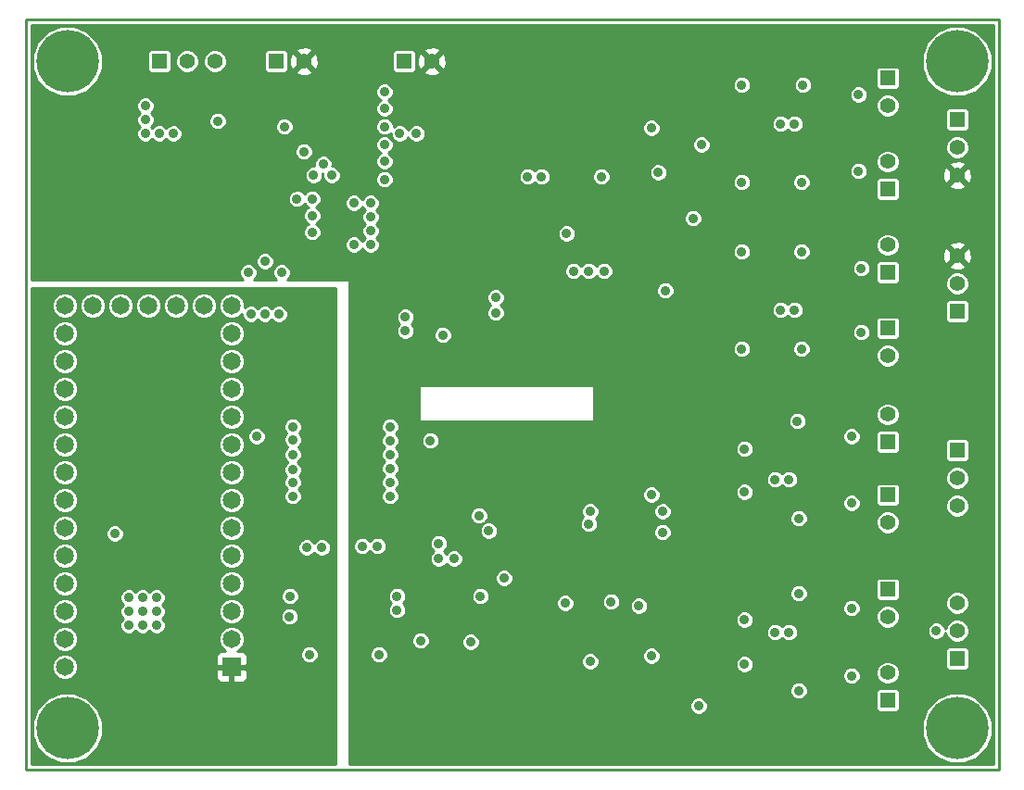
<source format=gbr>
G04 (created by PCBNEW (2013-07-07 BZR 4022)-stable) date 5/12/2015 8:03:53 AM*
%MOIN*%
G04 Gerber Fmt 3.4, Leading zero omitted, Abs format*
%FSLAX34Y34*%
G01*
G70*
G90*
G04 APERTURE LIST*
%ADD10C,0.006*%
%ADD11C,0.01*%
%ADD12C,0.035*%
%ADD13R,0.065X0.065*%
%ADD14C,0.065*%
%ADD15R,0.055X0.055*%
%ADD16C,0.055*%
%ADD17C,0.224409*%
G04 APERTURE END LIST*
G54D10*
G54D11*
X38000Y-28000D02*
X73000Y-28000D01*
X38000Y-55000D02*
X38000Y-28000D01*
X73000Y-55000D02*
X38000Y-55000D01*
X73000Y-28000D02*
X73000Y-55000D01*
G54D12*
X55800Y-49850D03*
X55800Y-49400D03*
X55800Y-50300D03*
X55800Y-50750D03*
X55800Y-51650D03*
X55800Y-51200D03*
X56300Y-51200D03*
X56300Y-51650D03*
X56300Y-50750D03*
X56300Y-50300D03*
X56400Y-47950D03*
X56400Y-47050D03*
X56400Y-47500D03*
X56400Y-46150D03*
X56400Y-45700D03*
X56400Y-46600D03*
X56900Y-45150D03*
X42700Y-48800D03*
X42700Y-49300D03*
X42700Y-49800D03*
X42200Y-49800D03*
X42200Y-49300D03*
X42200Y-48800D03*
X56600Y-36700D03*
X56600Y-36200D03*
X57950Y-31750D03*
X57250Y-31750D03*
X50650Y-37100D03*
X56100Y-38000D03*
X56900Y-39850D03*
X56900Y-39150D03*
X50900Y-33100D03*
X50900Y-33750D03*
X52050Y-32100D03*
X51450Y-32100D03*
X50900Y-32500D03*
X50900Y-30600D03*
X50900Y-31200D03*
X50900Y-31850D03*
G54D13*
X45400Y-51300D03*
G54D14*
X45400Y-50300D03*
X45400Y-49300D03*
X45400Y-48300D03*
X45400Y-47300D03*
X45400Y-46300D03*
X45400Y-45300D03*
X45400Y-44300D03*
X45400Y-43300D03*
X45400Y-42300D03*
X45400Y-41300D03*
X45400Y-40300D03*
X45400Y-39300D03*
X45400Y-38300D03*
X44400Y-38300D03*
X43400Y-38300D03*
X42400Y-38300D03*
X41400Y-38300D03*
X40400Y-38300D03*
X39400Y-38300D03*
X39400Y-39300D03*
X39400Y-40300D03*
X39400Y-41300D03*
X39400Y-42300D03*
X39400Y-43300D03*
X39400Y-44300D03*
X39400Y-45300D03*
X39400Y-46300D03*
X39400Y-47300D03*
X39400Y-48300D03*
X39400Y-49300D03*
X39400Y-50300D03*
X39400Y-51300D03*
G54D15*
X42800Y-29500D03*
G54D16*
X43800Y-29500D03*
X44800Y-29500D03*
G54D15*
X71500Y-38500D03*
G54D16*
X71500Y-37500D03*
X71500Y-36500D03*
G54D15*
X71500Y-31600D03*
G54D16*
X71500Y-32600D03*
X71500Y-33600D03*
G54D15*
X71500Y-43500D03*
G54D16*
X71500Y-44500D03*
X71500Y-45500D03*
G54D15*
X71500Y-51000D03*
G54D16*
X71500Y-50000D03*
X71500Y-49000D03*
G54D15*
X47000Y-29500D03*
G54D16*
X48000Y-29500D03*
G54D15*
X51600Y-29500D03*
G54D16*
X52600Y-29500D03*
G54D15*
X69000Y-34092D03*
G54D16*
X69000Y-33107D03*
G54D15*
X69000Y-52492D03*
G54D16*
X69000Y-51507D03*
G54D15*
X69000Y-48507D03*
G54D16*
X69000Y-49492D03*
G54D15*
X69000Y-43192D03*
G54D16*
X69000Y-42207D03*
G54D15*
X69000Y-45107D03*
G54D16*
X69000Y-46092D03*
G54D15*
X69000Y-30107D03*
G54D16*
X69000Y-31092D03*
G54D15*
X69000Y-39107D03*
G54D16*
X69000Y-40092D03*
G54D15*
X69000Y-37092D03*
G54D16*
X69000Y-36107D03*
G54D12*
X48300Y-40700D03*
X48300Y-40200D03*
X48300Y-41200D03*
X50500Y-40200D03*
X50500Y-40700D03*
X50500Y-41200D03*
X45800Y-33600D03*
X45800Y-34200D03*
X45800Y-34800D03*
X44600Y-36000D03*
X45800Y-33000D03*
X45800Y-32400D03*
X45200Y-35200D03*
X44600Y-35200D03*
X45200Y-36000D03*
X45800Y-35400D03*
X45800Y-31800D03*
X45800Y-36000D03*
X48700Y-33200D03*
X48350Y-33600D03*
X49000Y-33600D03*
X47750Y-34450D03*
X48300Y-35050D03*
X48300Y-35650D03*
X48300Y-34450D03*
X50400Y-35600D03*
X50400Y-35100D03*
X49800Y-34600D03*
X50400Y-34600D03*
X49800Y-36100D03*
X50400Y-36100D03*
X46000Y-37100D03*
X46600Y-36700D03*
X47200Y-37100D03*
X48650Y-47000D03*
X48100Y-47000D03*
G54D17*
X71500Y-29500D03*
X71500Y-53500D03*
X39500Y-53500D03*
X39500Y-29500D03*
G54D12*
X39100Y-33200D03*
X39100Y-32700D03*
X42300Y-32100D03*
X42800Y-32100D03*
X43300Y-32100D03*
X42300Y-31100D03*
X42300Y-31600D03*
X53700Y-30600D03*
X53700Y-31400D03*
X54900Y-38550D03*
X54900Y-38000D03*
X51650Y-38700D03*
X51650Y-39200D03*
X52100Y-40050D03*
X52550Y-40050D03*
X50100Y-46950D03*
X50650Y-46950D03*
X52850Y-46850D03*
X53400Y-47400D03*
X52850Y-47400D03*
X56550Y-33650D03*
X56050Y-33650D03*
X58700Y-33650D03*
X57700Y-37050D03*
X58250Y-37050D03*
X58800Y-37050D03*
X46100Y-38600D03*
X46600Y-38600D03*
X47100Y-38600D03*
X41700Y-48800D03*
X41700Y-49300D03*
X41700Y-49800D03*
X54650Y-46400D03*
X56900Y-44250D03*
X56900Y-44700D03*
X52200Y-50350D03*
X50700Y-50850D03*
X60500Y-31900D03*
X61000Y-37750D03*
X60500Y-45100D03*
X60500Y-50900D03*
X58300Y-51100D03*
X59050Y-48950D03*
X54000Y-50400D03*
X52550Y-43150D03*
X54300Y-45850D03*
X51100Y-43150D03*
X67700Y-49186D03*
X67700Y-51613D03*
X63850Y-51200D03*
X63850Y-49600D03*
X65450Y-50050D03*
X62200Y-52700D03*
X65450Y-44550D03*
X67700Y-45400D03*
X67700Y-43000D03*
X63850Y-43450D03*
X60900Y-45700D03*
X63850Y-45000D03*
X60900Y-46450D03*
X68050Y-36950D03*
X68050Y-39250D03*
X60050Y-49100D03*
X62000Y-35150D03*
X65150Y-38450D03*
X65150Y-31750D03*
X60750Y-33500D03*
X62300Y-32500D03*
X67950Y-33450D03*
X67950Y-30700D03*
X51350Y-49250D03*
X54350Y-48750D03*
X51350Y-48750D03*
X57400Y-49000D03*
X51100Y-45150D03*
X51100Y-44650D03*
X51100Y-44150D03*
X51100Y-43650D03*
X55200Y-48100D03*
X51100Y-42650D03*
X48200Y-50850D03*
X47600Y-45150D03*
X47600Y-44650D03*
X46300Y-43000D03*
X47600Y-42650D03*
X41200Y-46500D03*
X47600Y-43113D03*
X47600Y-44200D03*
X47486Y-49486D03*
X47600Y-43650D03*
X47500Y-48750D03*
X47100Y-46400D03*
X47100Y-47600D03*
X47650Y-50050D03*
X47800Y-42150D03*
X70100Y-47900D03*
X70100Y-46600D03*
X59000Y-41500D03*
X61600Y-29250D03*
X63050Y-29250D03*
X67100Y-29400D03*
X67100Y-34800D03*
X65650Y-32450D03*
X62500Y-34400D03*
X62500Y-35800D03*
X61600Y-41000D03*
X63050Y-40950D03*
X65650Y-37750D03*
X67100Y-35400D03*
X67100Y-40800D03*
X67100Y-41700D03*
X67100Y-46700D03*
X64950Y-43845D03*
X62600Y-45900D03*
X62600Y-42500D03*
X61600Y-42500D03*
X70200Y-45900D03*
X70200Y-48700D03*
X67650Y-52350D03*
X67100Y-52900D03*
X67100Y-47900D03*
X67600Y-48450D03*
X62550Y-52100D03*
X62550Y-48700D03*
X61600Y-48250D03*
X64950Y-50754D03*
X54000Y-54050D03*
X52200Y-54050D03*
X56050Y-43800D03*
X56050Y-42800D03*
X55200Y-43800D03*
X55200Y-42800D03*
X51350Y-49800D03*
X51150Y-48100D03*
X51150Y-45800D03*
X51050Y-42150D03*
X48000Y-32750D03*
X44900Y-31650D03*
X64950Y-50050D03*
X65800Y-48650D03*
X65800Y-52150D03*
X64950Y-44550D03*
X65800Y-45950D03*
X65750Y-42450D03*
X65650Y-38450D03*
X65900Y-36350D03*
X65900Y-39850D03*
X63750Y-39850D03*
X63750Y-36350D03*
X65900Y-33850D03*
X65950Y-30350D03*
X63750Y-30350D03*
X63750Y-33850D03*
X65650Y-31750D03*
X70750Y-50000D03*
X58300Y-45700D03*
X58250Y-46150D03*
X47300Y-31850D03*
X57450Y-35700D03*
X53000Y-39350D03*
G54D10*
G36*
X49150Y-54800D02*
X48975Y-54800D01*
X48975Y-46935D01*
X48925Y-46816D01*
X48834Y-46724D01*
X48714Y-46675D01*
X48585Y-46674D01*
X48466Y-46724D01*
X48374Y-46815D01*
X48284Y-46724D01*
X48164Y-46675D01*
X48035Y-46674D01*
X47925Y-46720D01*
X47925Y-45085D01*
X47875Y-44966D01*
X47809Y-44899D01*
X47875Y-44834D01*
X47924Y-44714D01*
X47925Y-44585D01*
X47875Y-44466D01*
X47834Y-44425D01*
X47875Y-44384D01*
X47924Y-44264D01*
X47925Y-44135D01*
X47875Y-44016D01*
X47784Y-43924D01*
X47875Y-43834D01*
X47924Y-43714D01*
X47925Y-43585D01*
X47875Y-43466D01*
X47791Y-43381D01*
X47875Y-43297D01*
X47924Y-43178D01*
X47925Y-43049D01*
X47875Y-42929D01*
X47827Y-42881D01*
X47875Y-42834D01*
X47924Y-42714D01*
X47925Y-42585D01*
X47875Y-42466D01*
X47784Y-42374D01*
X47664Y-42325D01*
X47535Y-42324D01*
X47425Y-42370D01*
X47425Y-38535D01*
X47375Y-38416D01*
X47284Y-38324D01*
X47164Y-38275D01*
X47035Y-38274D01*
X46916Y-38324D01*
X46849Y-38390D01*
X46784Y-38324D01*
X46664Y-38275D01*
X46535Y-38274D01*
X46416Y-38324D01*
X46349Y-38390D01*
X46284Y-38324D01*
X46164Y-38275D01*
X46035Y-38274D01*
X45916Y-38324D01*
X45874Y-38365D01*
X45875Y-38205D01*
X45802Y-38031D01*
X45669Y-37897D01*
X45494Y-37825D01*
X45305Y-37824D01*
X45131Y-37897D01*
X44997Y-38030D01*
X44925Y-38205D01*
X44924Y-38394D01*
X44997Y-38568D01*
X45130Y-38702D01*
X45305Y-38774D01*
X45494Y-38775D01*
X45668Y-38702D01*
X45775Y-38596D01*
X45774Y-38664D01*
X45824Y-38783D01*
X45915Y-38875D01*
X46035Y-38924D01*
X46164Y-38925D01*
X46283Y-38875D01*
X46350Y-38809D01*
X46415Y-38875D01*
X46535Y-38924D01*
X46664Y-38925D01*
X46783Y-38875D01*
X46850Y-38809D01*
X46915Y-38875D01*
X47035Y-38924D01*
X47164Y-38925D01*
X47283Y-38875D01*
X47375Y-38784D01*
X47424Y-38664D01*
X47425Y-38535D01*
X47425Y-42370D01*
X47416Y-42374D01*
X47324Y-42465D01*
X47275Y-42585D01*
X47274Y-42714D01*
X47324Y-42833D01*
X47372Y-42881D01*
X47324Y-42929D01*
X47275Y-43048D01*
X47274Y-43177D01*
X47324Y-43297D01*
X47408Y-43381D01*
X47324Y-43465D01*
X47275Y-43585D01*
X47274Y-43714D01*
X47324Y-43833D01*
X47415Y-43925D01*
X47324Y-44015D01*
X47275Y-44135D01*
X47274Y-44264D01*
X47324Y-44383D01*
X47365Y-44424D01*
X47324Y-44465D01*
X47275Y-44585D01*
X47274Y-44714D01*
X47324Y-44833D01*
X47390Y-44900D01*
X47324Y-44965D01*
X47275Y-45085D01*
X47274Y-45214D01*
X47324Y-45333D01*
X47415Y-45425D01*
X47535Y-45474D01*
X47664Y-45475D01*
X47783Y-45425D01*
X47875Y-45334D01*
X47924Y-45214D01*
X47925Y-45085D01*
X47925Y-46720D01*
X47916Y-46724D01*
X47824Y-46815D01*
X47775Y-46935D01*
X47774Y-47064D01*
X47824Y-47183D01*
X47915Y-47275D01*
X48035Y-47324D01*
X48164Y-47325D01*
X48283Y-47275D01*
X48375Y-47184D01*
X48465Y-47275D01*
X48585Y-47324D01*
X48714Y-47325D01*
X48833Y-47275D01*
X48925Y-47184D01*
X48974Y-47064D01*
X48975Y-46935D01*
X48975Y-54800D01*
X48525Y-54800D01*
X48525Y-50785D01*
X48475Y-50666D01*
X48384Y-50574D01*
X48264Y-50525D01*
X48135Y-50524D01*
X48016Y-50574D01*
X47924Y-50665D01*
X47875Y-50785D01*
X47874Y-50914D01*
X47924Y-51033D01*
X48015Y-51125D01*
X48135Y-51174D01*
X48264Y-51175D01*
X48383Y-51125D01*
X48475Y-51034D01*
X48524Y-50914D01*
X48525Y-50785D01*
X48525Y-54800D01*
X47825Y-54800D01*
X47825Y-48685D01*
X47775Y-48566D01*
X47684Y-48474D01*
X47564Y-48425D01*
X47435Y-48424D01*
X47316Y-48474D01*
X47224Y-48565D01*
X47175Y-48685D01*
X47174Y-48814D01*
X47224Y-48933D01*
X47315Y-49025D01*
X47435Y-49074D01*
X47564Y-49075D01*
X47683Y-49025D01*
X47775Y-48934D01*
X47824Y-48814D01*
X47825Y-48685D01*
X47825Y-54800D01*
X47811Y-54800D01*
X47811Y-49422D01*
X47762Y-49302D01*
X47670Y-49211D01*
X47551Y-49161D01*
X47422Y-49161D01*
X47302Y-49210D01*
X47211Y-49302D01*
X47161Y-49421D01*
X47161Y-49550D01*
X47210Y-49670D01*
X47302Y-49761D01*
X47421Y-49811D01*
X47550Y-49811D01*
X47670Y-49762D01*
X47761Y-49670D01*
X47811Y-49551D01*
X47811Y-49422D01*
X47811Y-54800D01*
X46625Y-54800D01*
X46625Y-42935D01*
X46575Y-42816D01*
X46484Y-42724D01*
X46364Y-42675D01*
X46235Y-42674D01*
X46116Y-42724D01*
X46024Y-42815D01*
X45975Y-42935D01*
X45974Y-43064D01*
X46024Y-43183D01*
X46115Y-43275D01*
X46235Y-43324D01*
X46364Y-43325D01*
X46483Y-43275D01*
X46575Y-43184D01*
X46624Y-43064D01*
X46625Y-42935D01*
X46625Y-54800D01*
X45975Y-54800D01*
X45975Y-51575D01*
X45975Y-51024D01*
X45974Y-50925D01*
X45936Y-50833D01*
X45866Y-50762D01*
X45774Y-50724D01*
X45615Y-50724D01*
X45668Y-50702D01*
X45802Y-50569D01*
X45874Y-50394D01*
X45875Y-50205D01*
X45875Y-49205D01*
X45875Y-48205D01*
X45875Y-47205D01*
X45875Y-46205D01*
X45875Y-45205D01*
X45875Y-44205D01*
X45875Y-43205D01*
X45875Y-42205D01*
X45875Y-41205D01*
X45875Y-40205D01*
X45875Y-39205D01*
X45802Y-39031D01*
X45669Y-38897D01*
X45494Y-38825D01*
X45305Y-38824D01*
X45131Y-38897D01*
X44997Y-39030D01*
X44925Y-39205D01*
X44924Y-39394D01*
X44997Y-39568D01*
X45130Y-39702D01*
X45305Y-39774D01*
X45494Y-39775D01*
X45668Y-39702D01*
X45802Y-39569D01*
X45874Y-39394D01*
X45875Y-39205D01*
X45875Y-40205D01*
X45802Y-40031D01*
X45669Y-39897D01*
X45494Y-39825D01*
X45305Y-39824D01*
X45131Y-39897D01*
X44997Y-40030D01*
X44925Y-40205D01*
X44924Y-40394D01*
X44997Y-40568D01*
X45130Y-40702D01*
X45305Y-40774D01*
X45494Y-40775D01*
X45668Y-40702D01*
X45802Y-40569D01*
X45874Y-40394D01*
X45875Y-40205D01*
X45875Y-41205D01*
X45802Y-41031D01*
X45669Y-40897D01*
X45494Y-40825D01*
X45305Y-40824D01*
X45131Y-40897D01*
X44997Y-41030D01*
X44925Y-41205D01*
X44924Y-41394D01*
X44997Y-41568D01*
X45130Y-41702D01*
X45305Y-41774D01*
X45494Y-41775D01*
X45668Y-41702D01*
X45802Y-41569D01*
X45874Y-41394D01*
X45875Y-41205D01*
X45875Y-42205D01*
X45802Y-42031D01*
X45669Y-41897D01*
X45494Y-41825D01*
X45305Y-41824D01*
X45131Y-41897D01*
X44997Y-42030D01*
X44925Y-42205D01*
X44924Y-42394D01*
X44997Y-42568D01*
X45130Y-42702D01*
X45305Y-42774D01*
X45494Y-42775D01*
X45668Y-42702D01*
X45802Y-42569D01*
X45874Y-42394D01*
X45875Y-42205D01*
X45875Y-43205D01*
X45802Y-43031D01*
X45669Y-42897D01*
X45494Y-42825D01*
X45305Y-42824D01*
X45131Y-42897D01*
X44997Y-43030D01*
X44925Y-43205D01*
X44924Y-43394D01*
X44997Y-43568D01*
X45130Y-43702D01*
X45305Y-43774D01*
X45494Y-43775D01*
X45668Y-43702D01*
X45802Y-43569D01*
X45874Y-43394D01*
X45875Y-43205D01*
X45875Y-44205D01*
X45802Y-44031D01*
X45669Y-43897D01*
X45494Y-43825D01*
X45305Y-43824D01*
X45131Y-43897D01*
X44997Y-44030D01*
X44925Y-44205D01*
X44924Y-44394D01*
X44997Y-44568D01*
X45130Y-44702D01*
X45305Y-44774D01*
X45494Y-44775D01*
X45668Y-44702D01*
X45802Y-44569D01*
X45874Y-44394D01*
X45875Y-44205D01*
X45875Y-45205D01*
X45802Y-45031D01*
X45669Y-44897D01*
X45494Y-44825D01*
X45305Y-44824D01*
X45131Y-44897D01*
X44997Y-45030D01*
X44925Y-45205D01*
X44924Y-45394D01*
X44997Y-45568D01*
X45130Y-45702D01*
X45305Y-45774D01*
X45494Y-45775D01*
X45668Y-45702D01*
X45802Y-45569D01*
X45874Y-45394D01*
X45875Y-45205D01*
X45875Y-46205D01*
X45802Y-46031D01*
X45669Y-45897D01*
X45494Y-45825D01*
X45305Y-45824D01*
X45131Y-45897D01*
X44997Y-46030D01*
X44925Y-46205D01*
X44924Y-46394D01*
X44997Y-46568D01*
X45130Y-46702D01*
X45305Y-46774D01*
X45494Y-46775D01*
X45668Y-46702D01*
X45802Y-46569D01*
X45874Y-46394D01*
X45875Y-46205D01*
X45875Y-47205D01*
X45802Y-47031D01*
X45669Y-46897D01*
X45494Y-46825D01*
X45305Y-46824D01*
X45131Y-46897D01*
X44997Y-47030D01*
X44925Y-47205D01*
X44924Y-47394D01*
X44997Y-47568D01*
X45130Y-47702D01*
X45305Y-47774D01*
X45494Y-47775D01*
X45668Y-47702D01*
X45802Y-47569D01*
X45874Y-47394D01*
X45875Y-47205D01*
X45875Y-48205D01*
X45802Y-48031D01*
X45669Y-47897D01*
X45494Y-47825D01*
X45305Y-47824D01*
X45131Y-47897D01*
X44997Y-48030D01*
X44925Y-48205D01*
X44924Y-48394D01*
X44997Y-48568D01*
X45130Y-48702D01*
X45305Y-48774D01*
X45494Y-48775D01*
X45668Y-48702D01*
X45802Y-48569D01*
X45874Y-48394D01*
X45875Y-48205D01*
X45875Y-49205D01*
X45802Y-49031D01*
X45669Y-48897D01*
X45494Y-48825D01*
X45305Y-48824D01*
X45131Y-48897D01*
X44997Y-49030D01*
X44925Y-49205D01*
X44924Y-49394D01*
X44997Y-49568D01*
X45130Y-49702D01*
X45305Y-49774D01*
X45494Y-49775D01*
X45668Y-49702D01*
X45802Y-49569D01*
X45874Y-49394D01*
X45875Y-49205D01*
X45875Y-50205D01*
X45802Y-50031D01*
X45669Y-49897D01*
X45494Y-49825D01*
X45305Y-49824D01*
X45131Y-49897D01*
X44997Y-50030D01*
X44925Y-50205D01*
X44924Y-50394D01*
X44997Y-50568D01*
X45130Y-50702D01*
X45184Y-50724D01*
X45025Y-50724D01*
X44933Y-50762D01*
X44875Y-50821D01*
X44875Y-38205D01*
X44802Y-38031D01*
X44669Y-37897D01*
X44494Y-37825D01*
X44305Y-37824D01*
X44131Y-37897D01*
X43997Y-38030D01*
X43925Y-38205D01*
X43924Y-38394D01*
X43997Y-38568D01*
X44130Y-38702D01*
X44305Y-38774D01*
X44494Y-38775D01*
X44668Y-38702D01*
X44802Y-38569D01*
X44874Y-38394D01*
X44875Y-38205D01*
X44875Y-50821D01*
X44863Y-50833D01*
X44825Y-50925D01*
X44824Y-51024D01*
X44825Y-51187D01*
X44887Y-51250D01*
X45350Y-51250D01*
X45350Y-51242D01*
X45450Y-51242D01*
X45450Y-51250D01*
X45912Y-51250D01*
X45975Y-51187D01*
X45975Y-51024D01*
X45975Y-51575D01*
X45975Y-51412D01*
X45912Y-51350D01*
X45450Y-51350D01*
X45450Y-51812D01*
X45512Y-51875D01*
X45774Y-51875D01*
X45866Y-51837D01*
X45936Y-51766D01*
X45974Y-51674D01*
X45975Y-51575D01*
X45975Y-54800D01*
X45350Y-54800D01*
X45350Y-51812D01*
X45350Y-51350D01*
X44887Y-51350D01*
X44825Y-51412D01*
X44824Y-51575D01*
X44825Y-51674D01*
X44863Y-51766D01*
X44933Y-51837D01*
X45025Y-51875D01*
X45287Y-51875D01*
X45350Y-51812D01*
X45350Y-54800D01*
X43875Y-54800D01*
X43875Y-38205D01*
X43802Y-38031D01*
X43669Y-37897D01*
X43494Y-37825D01*
X43305Y-37824D01*
X43131Y-37897D01*
X42997Y-38030D01*
X42925Y-38205D01*
X42924Y-38394D01*
X42997Y-38568D01*
X43130Y-38702D01*
X43305Y-38774D01*
X43494Y-38775D01*
X43668Y-38702D01*
X43802Y-38569D01*
X43874Y-38394D01*
X43875Y-38205D01*
X43875Y-54800D01*
X43025Y-54800D01*
X43025Y-49735D01*
X42975Y-49616D01*
X42909Y-49549D01*
X42975Y-49484D01*
X43024Y-49364D01*
X43025Y-49235D01*
X42975Y-49116D01*
X42909Y-49049D01*
X42975Y-48984D01*
X43024Y-48864D01*
X43025Y-48735D01*
X42975Y-48616D01*
X42884Y-48524D01*
X42875Y-48520D01*
X42875Y-38205D01*
X42802Y-38031D01*
X42669Y-37897D01*
X42494Y-37825D01*
X42305Y-37824D01*
X42131Y-37897D01*
X41997Y-38030D01*
X41925Y-38205D01*
X41924Y-38394D01*
X41997Y-38568D01*
X42130Y-38702D01*
X42305Y-38774D01*
X42494Y-38775D01*
X42668Y-38702D01*
X42802Y-38569D01*
X42874Y-38394D01*
X42875Y-38205D01*
X42875Y-48520D01*
X42764Y-48475D01*
X42635Y-48474D01*
X42516Y-48524D01*
X42449Y-48590D01*
X42384Y-48524D01*
X42264Y-48475D01*
X42135Y-48474D01*
X42016Y-48524D01*
X41949Y-48590D01*
X41884Y-48524D01*
X41875Y-48520D01*
X41875Y-38205D01*
X41802Y-38031D01*
X41669Y-37897D01*
X41494Y-37825D01*
X41305Y-37824D01*
X41131Y-37897D01*
X40997Y-38030D01*
X40925Y-38205D01*
X40924Y-38394D01*
X40997Y-38568D01*
X41130Y-38702D01*
X41305Y-38774D01*
X41494Y-38775D01*
X41668Y-38702D01*
X41802Y-38569D01*
X41874Y-38394D01*
X41875Y-38205D01*
X41875Y-48520D01*
X41764Y-48475D01*
X41635Y-48474D01*
X41525Y-48520D01*
X41525Y-46435D01*
X41475Y-46316D01*
X41384Y-46224D01*
X41264Y-46175D01*
X41135Y-46174D01*
X41016Y-46224D01*
X40924Y-46315D01*
X40875Y-46435D01*
X40875Y-38205D01*
X40802Y-38031D01*
X40669Y-37897D01*
X40494Y-37825D01*
X40305Y-37824D01*
X40131Y-37897D01*
X39997Y-38030D01*
X39925Y-38205D01*
X39924Y-38394D01*
X39997Y-38568D01*
X40130Y-38702D01*
X40305Y-38774D01*
X40494Y-38775D01*
X40668Y-38702D01*
X40802Y-38569D01*
X40874Y-38394D01*
X40875Y-38205D01*
X40875Y-46435D01*
X40875Y-46435D01*
X40874Y-46564D01*
X40924Y-46683D01*
X41015Y-46775D01*
X41135Y-46824D01*
X41264Y-46825D01*
X41383Y-46775D01*
X41475Y-46684D01*
X41524Y-46564D01*
X41525Y-46435D01*
X41525Y-48520D01*
X41516Y-48524D01*
X41424Y-48615D01*
X41375Y-48735D01*
X41374Y-48864D01*
X41424Y-48983D01*
X41490Y-49050D01*
X41424Y-49115D01*
X41375Y-49235D01*
X41374Y-49364D01*
X41424Y-49483D01*
X41490Y-49550D01*
X41424Y-49615D01*
X41375Y-49735D01*
X41374Y-49864D01*
X41424Y-49983D01*
X41515Y-50075D01*
X41635Y-50124D01*
X41764Y-50125D01*
X41883Y-50075D01*
X41950Y-50009D01*
X42015Y-50075D01*
X42135Y-50124D01*
X42264Y-50125D01*
X42383Y-50075D01*
X42450Y-50009D01*
X42515Y-50075D01*
X42635Y-50124D01*
X42764Y-50125D01*
X42883Y-50075D01*
X42975Y-49984D01*
X43024Y-49864D01*
X43025Y-49735D01*
X43025Y-54800D01*
X40772Y-54800D01*
X40772Y-53248D01*
X40579Y-52780D01*
X40221Y-52422D01*
X39875Y-52278D01*
X39875Y-51205D01*
X39875Y-50205D01*
X39875Y-49205D01*
X39875Y-48205D01*
X39875Y-47205D01*
X39875Y-46205D01*
X39875Y-45205D01*
X39875Y-44205D01*
X39875Y-43205D01*
X39875Y-42205D01*
X39875Y-41205D01*
X39875Y-40205D01*
X39875Y-39205D01*
X39875Y-38205D01*
X39802Y-38031D01*
X39669Y-37897D01*
X39494Y-37825D01*
X39305Y-37824D01*
X39131Y-37897D01*
X38997Y-38030D01*
X38925Y-38205D01*
X38924Y-38394D01*
X38997Y-38568D01*
X39130Y-38702D01*
X39305Y-38774D01*
X39494Y-38775D01*
X39668Y-38702D01*
X39802Y-38569D01*
X39874Y-38394D01*
X39875Y-38205D01*
X39875Y-39205D01*
X39802Y-39031D01*
X39669Y-38897D01*
X39494Y-38825D01*
X39305Y-38824D01*
X39131Y-38897D01*
X38997Y-39030D01*
X38925Y-39205D01*
X38924Y-39394D01*
X38997Y-39568D01*
X39130Y-39702D01*
X39305Y-39774D01*
X39494Y-39775D01*
X39668Y-39702D01*
X39802Y-39569D01*
X39874Y-39394D01*
X39875Y-39205D01*
X39875Y-40205D01*
X39802Y-40031D01*
X39669Y-39897D01*
X39494Y-39825D01*
X39305Y-39824D01*
X39131Y-39897D01*
X38997Y-40030D01*
X38925Y-40205D01*
X38924Y-40394D01*
X38997Y-40568D01*
X39130Y-40702D01*
X39305Y-40774D01*
X39494Y-40775D01*
X39668Y-40702D01*
X39802Y-40569D01*
X39874Y-40394D01*
X39875Y-40205D01*
X39875Y-41205D01*
X39802Y-41031D01*
X39669Y-40897D01*
X39494Y-40825D01*
X39305Y-40824D01*
X39131Y-40897D01*
X38997Y-41030D01*
X38925Y-41205D01*
X38924Y-41394D01*
X38997Y-41568D01*
X39130Y-41702D01*
X39305Y-41774D01*
X39494Y-41775D01*
X39668Y-41702D01*
X39802Y-41569D01*
X39874Y-41394D01*
X39875Y-41205D01*
X39875Y-42205D01*
X39802Y-42031D01*
X39669Y-41897D01*
X39494Y-41825D01*
X39305Y-41824D01*
X39131Y-41897D01*
X38997Y-42030D01*
X38925Y-42205D01*
X38924Y-42394D01*
X38997Y-42568D01*
X39130Y-42702D01*
X39305Y-42774D01*
X39494Y-42775D01*
X39668Y-42702D01*
X39802Y-42569D01*
X39874Y-42394D01*
X39875Y-42205D01*
X39875Y-43205D01*
X39802Y-43031D01*
X39669Y-42897D01*
X39494Y-42825D01*
X39305Y-42824D01*
X39131Y-42897D01*
X38997Y-43030D01*
X38925Y-43205D01*
X38924Y-43394D01*
X38997Y-43568D01*
X39130Y-43702D01*
X39305Y-43774D01*
X39494Y-43775D01*
X39668Y-43702D01*
X39802Y-43569D01*
X39874Y-43394D01*
X39875Y-43205D01*
X39875Y-44205D01*
X39802Y-44031D01*
X39669Y-43897D01*
X39494Y-43825D01*
X39305Y-43824D01*
X39131Y-43897D01*
X38997Y-44030D01*
X38925Y-44205D01*
X38924Y-44394D01*
X38997Y-44568D01*
X39130Y-44702D01*
X39305Y-44774D01*
X39494Y-44775D01*
X39668Y-44702D01*
X39802Y-44569D01*
X39874Y-44394D01*
X39875Y-44205D01*
X39875Y-45205D01*
X39802Y-45031D01*
X39669Y-44897D01*
X39494Y-44825D01*
X39305Y-44824D01*
X39131Y-44897D01*
X38997Y-45030D01*
X38925Y-45205D01*
X38924Y-45394D01*
X38997Y-45568D01*
X39130Y-45702D01*
X39305Y-45774D01*
X39494Y-45775D01*
X39668Y-45702D01*
X39802Y-45569D01*
X39874Y-45394D01*
X39875Y-45205D01*
X39875Y-46205D01*
X39802Y-46031D01*
X39669Y-45897D01*
X39494Y-45825D01*
X39305Y-45824D01*
X39131Y-45897D01*
X38997Y-46030D01*
X38925Y-46205D01*
X38924Y-46394D01*
X38997Y-46568D01*
X39130Y-46702D01*
X39305Y-46774D01*
X39494Y-46775D01*
X39668Y-46702D01*
X39802Y-46569D01*
X39874Y-46394D01*
X39875Y-46205D01*
X39875Y-47205D01*
X39802Y-47031D01*
X39669Y-46897D01*
X39494Y-46825D01*
X39305Y-46824D01*
X39131Y-46897D01*
X38997Y-47030D01*
X38925Y-47205D01*
X38924Y-47394D01*
X38997Y-47568D01*
X39130Y-47702D01*
X39305Y-47774D01*
X39494Y-47775D01*
X39668Y-47702D01*
X39802Y-47569D01*
X39874Y-47394D01*
X39875Y-47205D01*
X39875Y-48205D01*
X39802Y-48031D01*
X39669Y-47897D01*
X39494Y-47825D01*
X39305Y-47824D01*
X39131Y-47897D01*
X38997Y-48030D01*
X38925Y-48205D01*
X38924Y-48394D01*
X38997Y-48568D01*
X39130Y-48702D01*
X39305Y-48774D01*
X39494Y-48775D01*
X39668Y-48702D01*
X39802Y-48569D01*
X39874Y-48394D01*
X39875Y-48205D01*
X39875Y-49205D01*
X39802Y-49031D01*
X39669Y-48897D01*
X39494Y-48825D01*
X39305Y-48824D01*
X39131Y-48897D01*
X38997Y-49030D01*
X38925Y-49205D01*
X38924Y-49394D01*
X38997Y-49568D01*
X39130Y-49702D01*
X39305Y-49774D01*
X39494Y-49775D01*
X39668Y-49702D01*
X39802Y-49569D01*
X39874Y-49394D01*
X39875Y-49205D01*
X39875Y-50205D01*
X39802Y-50031D01*
X39669Y-49897D01*
X39494Y-49825D01*
X39305Y-49824D01*
X39131Y-49897D01*
X38997Y-50030D01*
X38925Y-50205D01*
X38924Y-50394D01*
X38997Y-50568D01*
X39130Y-50702D01*
X39305Y-50774D01*
X39494Y-50775D01*
X39668Y-50702D01*
X39802Y-50569D01*
X39874Y-50394D01*
X39875Y-50205D01*
X39875Y-51205D01*
X39802Y-51031D01*
X39669Y-50897D01*
X39494Y-50825D01*
X39305Y-50824D01*
X39131Y-50897D01*
X38997Y-51030D01*
X38925Y-51205D01*
X38924Y-51394D01*
X38997Y-51568D01*
X39130Y-51702D01*
X39305Y-51774D01*
X39494Y-51775D01*
X39668Y-51702D01*
X39802Y-51569D01*
X39874Y-51394D01*
X39875Y-51205D01*
X39875Y-52278D01*
X39754Y-52228D01*
X39248Y-52227D01*
X38780Y-52420D01*
X38422Y-52778D01*
X38228Y-53245D01*
X38227Y-53751D01*
X38420Y-54219D01*
X38778Y-54577D01*
X39245Y-54771D01*
X39751Y-54772D01*
X40219Y-54579D01*
X40577Y-54221D01*
X40771Y-53754D01*
X40772Y-53248D01*
X40772Y-54800D01*
X38200Y-54800D01*
X38200Y-37650D01*
X49150Y-37650D01*
X49150Y-54800D01*
X49150Y-54800D01*
G37*
G54D11*
X49150Y-54800D02*
X48975Y-54800D01*
X48975Y-46935D01*
X48925Y-46816D01*
X48834Y-46724D01*
X48714Y-46675D01*
X48585Y-46674D01*
X48466Y-46724D01*
X48374Y-46815D01*
X48284Y-46724D01*
X48164Y-46675D01*
X48035Y-46674D01*
X47925Y-46720D01*
X47925Y-45085D01*
X47875Y-44966D01*
X47809Y-44899D01*
X47875Y-44834D01*
X47924Y-44714D01*
X47925Y-44585D01*
X47875Y-44466D01*
X47834Y-44425D01*
X47875Y-44384D01*
X47924Y-44264D01*
X47925Y-44135D01*
X47875Y-44016D01*
X47784Y-43924D01*
X47875Y-43834D01*
X47924Y-43714D01*
X47925Y-43585D01*
X47875Y-43466D01*
X47791Y-43381D01*
X47875Y-43297D01*
X47924Y-43178D01*
X47925Y-43049D01*
X47875Y-42929D01*
X47827Y-42881D01*
X47875Y-42834D01*
X47924Y-42714D01*
X47925Y-42585D01*
X47875Y-42466D01*
X47784Y-42374D01*
X47664Y-42325D01*
X47535Y-42324D01*
X47425Y-42370D01*
X47425Y-38535D01*
X47375Y-38416D01*
X47284Y-38324D01*
X47164Y-38275D01*
X47035Y-38274D01*
X46916Y-38324D01*
X46849Y-38390D01*
X46784Y-38324D01*
X46664Y-38275D01*
X46535Y-38274D01*
X46416Y-38324D01*
X46349Y-38390D01*
X46284Y-38324D01*
X46164Y-38275D01*
X46035Y-38274D01*
X45916Y-38324D01*
X45874Y-38365D01*
X45875Y-38205D01*
X45802Y-38031D01*
X45669Y-37897D01*
X45494Y-37825D01*
X45305Y-37824D01*
X45131Y-37897D01*
X44997Y-38030D01*
X44925Y-38205D01*
X44924Y-38394D01*
X44997Y-38568D01*
X45130Y-38702D01*
X45305Y-38774D01*
X45494Y-38775D01*
X45668Y-38702D01*
X45775Y-38596D01*
X45774Y-38664D01*
X45824Y-38783D01*
X45915Y-38875D01*
X46035Y-38924D01*
X46164Y-38925D01*
X46283Y-38875D01*
X46350Y-38809D01*
X46415Y-38875D01*
X46535Y-38924D01*
X46664Y-38925D01*
X46783Y-38875D01*
X46850Y-38809D01*
X46915Y-38875D01*
X47035Y-38924D01*
X47164Y-38925D01*
X47283Y-38875D01*
X47375Y-38784D01*
X47424Y-38664D01*
X47425Y-38535D01*
X47425Y-42370D01*
X47416Y-42374D01*
X47324Y-42465D01*
X47275Y-42585D01*
X47274Y-42714D01*
X47324Y-42833D01*
X47372Y-42881D01*
X47324Y-42929D01*
X47275Y-43048D01*
X47274Y-43177D01*
X47324Y-43297D01*
X47408Y-43381D01*
X47324Y-43465D01*
X47275Y-43585D01*
X47274Y-43714D01*
X47324Y-43833D01*
X47415Y-43925D01*
X47324Y-44015D01*
X47275Y-44135D01*
X47274Y-44264D01*
X47324Y-44383D01*
X47365Y-44424D01*
X47324Y-44465D01*
X47275Y-44585D01*
X47274Y-44714D01*
X47324Y-44833D01*
X47390Y-44900D01*
X47324Y-44965D01*
X47275Y-45085D01*
X47274Y-45214D01*
X47324Y-45333D01*
X47415Y-45425D01*
X47535Y-45474D01*
X47664Y-45475D01*
X47783Y-45425D01*
X47875Y-45334D01*
X47924Y-45214D01*
X47925Y-45085D01*
X47925Y-46720D01*
X47916Y-46724D01*
X47824Y-46815D01*
X47775Y-46935D01*
X47774Y-47064D01*
X47824Y-47183D01*
X47915Y-47275D01*
X48035Y-47324D01*
X48164Y-47325D01*
X48283Y-47275D01*
X48375Y-47184D01*
X48465Y-47275D01*
X48585Y-47324D01*
X48714Y-47325D01*
X48833Y-47275D01*
X48925Y-47184D01*
X48974Y-47064D01*
X48975Y-46935D01*
X48975Y-54800D01*
X48525Y-54800D01*
X48525Y-50785D01*
X48475Y-50666D01*
X48384Y-50574D01*
X48264Y-50525D01*
X48135Y-50524D01*
X48016Y-50574D01*
X47924Y-50665D01*
X47875Y-50785D01*
X47874Y-50914D01*
X47924Y-51033D01*
X48015Y-51125D01*
X48135Y-51174D01*
X48264Y-51175D01*
X48383Y-51125D01*
X48475Y-51034D01*
X48524Y-50914D01*
X48525Y-50785D01*
X48525Y-54800D01*
X47825Y-54800D01*
X47825Y-48685D01*
X47775Y-48566D01*
X47684Y-48474D01*
X47564Y-48425D01*
X47435Y-48424D01*
X47316Y-48474D01*
X47224Y-48565D01*
X47175Y-48685D01*
X47174Y-48814D01*
X47224Y-48933D01*
X47315Y-49025D01*
X47435Y-49074D01*
X47564Y-49075D01*
X47683Y-49025D01*
X47775Y-48934D01*
X47824Y-48814D01*
X47825Y-48685D01*
X47825Y-54800D01*
X47811Y-54800D01*
X47811Y-49422D01*
X47762Y-49302D01*
X47670Y-49211D01*
X47551Y-49161D01*
X47422Y-49161D01*
X47302Y-49210D01*
X47211Y-49302D01*
X47161Y-49421D01*
X47161Y-49550D01*
X47210Y-49670D01*
X47302Y-49761D01*
X47421Y-49811D01*
X47550Y-49811D01*
X47670Y-49762D01*
X47761Y-49670D01*
X47811Y-49551D01*
X47811Y-49422D01*
X47811Y-54800D01*
X46625Y-54800D01*
X46625Y-42935D01*
X46575Y-42816D01*
X46484Y-42724D01*
X46364Y-42675D01*
X46235Y-42674D01*
X46116Y-42724D01*
X46024Y-42815D01*
X45975Y-42935D01*
X45974Y-43064D01*
X46024Y-43183D01*
X46115Y-43275D01*
X46235Y-43324D01*
X46364Y-43325D01*
X46483Y-43275D01*
X46575Y-43184D01*
X46624Y-43064D01*
X46625Y-42935D01*
X46625Y-54800D01*
X45975Y-54800D01*
X45975Y-51575D01*
X45975Y-51024D01*
X45974Y-50925D01*
X45936Y-50833D01*
X45866Y-50762D01*
X45774Y-50724D01*
X45615Y-50724D01*
X45668Y-50702D01*
X45802Y-50569D01*
X45874Y-50394D01*
X45875Y-50205D01*
X45875Y-49205D01*
X45875Y-48205D01*
X45875Y-47205D01*
X45875Y-46205D01*
X45875Y-45205D01*
X45875Y-44205D01*
X45875Y-43205D01*
X45875Y-42205D01*
X45875Y-41205D01*
X45875Y-40205D01*
X45875Y-39205D01*
X45802Y-39031D01*
X45669Y-38897D01*
X45494Y-38825D01*
X45305Y-38824D01*
X45131Y-38897D01*
X44997Y-39030D01*
X44925Y-39205D01*
X44924Y-39394D01*
X44997Y-39568D01*
X45130Y-39702D01*
X45305Y-39774D01*
X45494Y-39775D01*
X45668Y-39702D01*
X45802Y-39569D01*
X45874Y-39394D01*
X45875Y-39205D01*
X45875Y-40205D01*
X45802Y-40031D01*
X45669Y-39897D01*
X45494Y-39825D01*
X45305Y-39824D01*
X45131Y-39897D01*
X44997Y-40030D01*
X44925Y-40205D01*
X44924Y-40394D01*
X44997Y-40568D01*
X45130Y-40702D01*
X45305Y-40774D01*
X45494Y-40775D01*
X45668Y-40702D01*
X45802Y-40569D01*
X45874Y-40394D01*
X45875Y-40205D01*
X45875Y-41205D01*
X45802Y-41031D01*
X45669Y-40897D01*
X45494Y-40825D01*
X45305Y-40824D01*
X45131Y-40897D01*
X44997Y-41030D01*
X44925Y-41205D01*
X44924Y-41394D01*
X44997Y-41568D01*
X45130Y-41702D01*
X45305Y-41774D01*
X45494Y-41775D01*
X45668Y-41702D01*
X45802Y-41569D01*
X45874Y-41394D01*
X45875Y-41205D01*
X45875Y-42205D01*
X45802Y-42031D01*
X45669Y-41897D01*
X45494Y-41825D01*
X45305Y-41824D01*
X45131Y-41897D01*
X44997Y-42030D01*
X44925Y-42205D01*
X44924Y-42394D01*
X44997Y-42568D01*
X45130Y-42702D01*
X45305Y-42774D01*
X45494Y-42775D01*
X45668Y-42702D01*
X45802Y-42569D01*
X45874Y-42394D01*
X45875Y-42205D01*
X45875Y-43205D01*
X45802Y-43031D01*
X45669Y-42897D01*
X45494Y-42825D01*
X45305Y-42824D01*
X45131Y-42897D01*
X44997Y-43030D01*
X44925Y-43205D01*
X44924Y-43394D01*
X44997Y-43568D01*
X45130Y-43702D01*
X45305Y-43774D01*
X45494Y-43775D01*
X45668Y-43702D01*
X45802Y-43569D01*
X45874Y-43394D01*
X45875Y-43205D01*
X45875Y-44205D01*
X45802Y-44031D01*
X45669Y-43897D01*
X45494Y-43825D01*
X45305Y-43824D01*
X45131Y-43897D01*
X44997Y-44030D01*
X44925Y-44205D01*
X44924Y-44394D01*
X44997Y-44568D01*
X45130Y-44702D01*
X45305Y-44774D01*
X45494Y-44775D01*
X45668Y-44702D01*
X45802Y-44569D01*
X45874Y-44394D01*
X45875Y-44205D01*
X45875Y-45205D01*
X45802Y-45031D01*
X45669Y-44897D01*
X45494Y-44825D01*
X45305Y-44824D01*
X45131Y-44897D01*
X44997Y-45030D01*
X44925Y-45205D01*
X44924Y-45394D01*
X44997Y-45568D01*
X45130Y-45702D01*
X45305Y-45774D01*
X45494Y-45775D01*
X45668Y-45702D01*
X45802Y-45569D01*
X45874Y-45394D01*
X45875Y-45205D01*
X45875Y-46205D01*
X45802Y-46031D01*
X45669Y-45897D01*
X45494Y-45825D01*
X45305Y-45824D01*
X45131Y-45897D01*
X44997Y-46030D01*
X44925Y-46205D01*
X44924Y-46394D01*
X44997Y-46568D01*
X45130Y-46702D01*
X45305Y-46774D01*
X45494Y-46775D01*
X45668Y-46702D01*
X45802Y-46569D01*
X45874Y-46394D01*
X45875Y-46205D01*
X45875Y-47205D01*
X45802Y-47031D01*
X45669Y-46897D01*
X45494Y-46825D01*
X45305Y-46824D01*
X45131Y-46897D01*
X44997Y-47030D01*
X44925Y-47205D01*
X44924Y-47394D01*
X44997Y-47568D01*
X45130Y-47702D01*
X45305Y-47774D01*
X45494Y-47775D01*
X45668Y-47702D01*
X45802Y-47569D01*
X45874Y-47394D01*
X45875Y-47205D01*
X45875Y-48205D01*
X45802Y-48031D01*
X45669Y-47897D01*
X45494Y-47825D01*
X45305Y-47824D01*
X45131Y-47897D01*
X44997Y-48030D01*
X44925Y-48205D01*
X44924Y-48394D01*
X44997Y-48568D01*
X45130Y-48702D01*
X45305Y-48774D01*
X45494Y-48775D01*
X45668Y-48702D01*
X45802Y-48569D01*
X45874Y-48394D01*
X45875Y-48205D01*
X45875Y-49205D01*
X45802Y-49031D01*
X45669Y-48897D01*
X45494Y-48825D01*
X45305Y-48824D01*
X45131Y-48897D01*
X44997Y-49030D01*
X44925Y-49205D01*
X44924Y-49394D01*
X44997Y-49568D01*
X45130Y-49702D01*
X45305Y-49774D01*
X45494Y-49775D01*
X45668Y-49702D01*
X45802Y-49569D01*
X45874Y-49394D01*
X45875Y-49205D01*
X45875Y-50205D01*
X45802Y-50031D01*
X45669Y-49897D01*
X45494Y-49825D01*
X45305Y-49824D01*
X45131Y-49897D01*
X44997Y-50030D01*
X44925Y-50205D01*
X44924Y-50394D01*
X44997Y-50568D01*
X45130Y-50702D01*
X45184Y-50724D01*
X45025Y-50724D01*
X44933Y-50762D01*
X44875Y-50821D01*
X44875Y-38205D01*
X44802Y-38031D01*
X44669Y-37897D01*
X44494Y-37825D01*
X44305Y-37824D01*
X44131Y-37897D01*
X43997Y-38030D01*
X43925Y-38205D01*
X43924Y-38394D01*
X43997Y-38568D01*
X44130Y-38702D01*
X44305Y-38774D01*
X44494Y-38775D01*
X44668Y-38702D01*
X44802Y-38569D01*
X44874Y-38394D01*
X44875Y-38205D01*
X44875Y-50821D01*
X44863Y-50833D01*
X44825Y-50925D01*
X44824Y-51024D01*
X44825Y-51187D01*
X44887Y-51250D01*
X45350Y-51250D01*
X45350Y-51242D01*
X45450Y-51242D01*
X45450Y-51250D01*
X45912Y-51250D01*
X45975Y-51187D01*
X45975Y-51024D01*
X45975Y-51575D01*
X45975Y-51412D01*
X45912Y-51350D01*
X45450Y-51350D01*
X45450Y-51812D01*
X45512Y-51875D01*
X45774Y-51875D01*
X45866Y-51837D01*
X45936Y-51766D01*
X45974Y-51674D01*
X45975Y-51575D01*
X45975Y-54800D01*
X45350Y-54800D01*
X45350Y-51812D01*
X45350Y-51350D01*
X44887Y-51350D01*
X44825Y-51412D01*
X44824Y-51575D01*
X44825Y-51674D01*
X44863Y-51766D01*
X44933Y-51837D01*
X45025Y-51875D01*
X45287Y-51875D01*
X45350Y-51812D01*
X45350Y-54800D01*
X43875Y-54800D01*
X43875Y-38205D01*
X43802Y-38031D01*
X43669Y-37897D01*
X43494Y-37825D01*
X43305Y-37824D01*
X43131Y-37897D01*
X42997Y-38030D01*
X42925Y-38205D01*
X42924Y-38394D01*
X42997Y-38568D01*
X43130Y-38702D01*
X43305Y-38774D01*
X43494Y-38775D01*
X43668Y-38702D01*
X43802Y-38569D01*
X43874Y-38394D01*
X43875Y-38205D01*
X43875Y-54800D01*
X43025Y-54800D01*
X43025Y-49735D01*
X42975Y-49616D01*
X42909Y-49549D01*
X42975Y-49484D01*
X43024Y-49364D01*
X43025Y-49235D01*
X42975Y-49116D01*
X42909Y-49049D01*
X42975Y-48984D01*
X43024Y-48864D01*
X43025Y-48735D01*
X42975Y-48616D01*
X42884Y-48524D01*
X42875Y-48520D01*
X42875Y-38205D01*
X42802Y-38031D01*
X42669Y-37897D01*
X42494Y-37825D01*
X42305Y-37824D01*
X42131Y-37897D01*
X41997Y-38030D01*
X41925Y-38205D01*
X41924Y-38394D01*
X41997Y-38568D01*
X42130Y-38702D01*
X42305Y-38774D01*
X42494Y-38775D01*
X42668Y-38702D01*
X42802Y-38569D01*
X42874Y-38394D01*
X42875Y-38205D01*
X42875Y-48520D01*
X42764Y-48475D01*
X42635Y-48474D01*
X42516Y-48524D01*
X42449Y-48590D01*
X42384Y-48524D01*
X42264Y-48475D01*
X42135Y-48474D01*
X42016Y-48524D01*
X41949Y-48590D01*
X41884Y-48524D01*
X41875Y-48520D01*
X41875Y-38205D01*
X41802Y-38031D01*
X41669Y-37897D01*
X41494Y-37825D01*
X41305Y-37824D01*
X41131Y-37897D01*
X40997Y-38030D01*
X40925Y-38205D01*
X40924Y-38394D01*
X40997Y-38568D01*
X41130Y-38702D01*
X41305Y-38774D01*
X41494Y-38775D01*
X41668Y-38702D01*
X41802Y-38569D01*
X41874Y-38394D01*
X41875Y-38205D01*
X41875Y-48520D01*
X41764Y-48475D01*
X41635Y-48474D01*
X41525Y-48520D01*
X41525Y-46435D01*
X41475Y-46316D01*
X41384Y-46224D01*
X41264Y-46175D01*
X41135Y-46174D01*
X41016Y-46224D01*
X40924Y-46315D01*
X40875Y-46435D01*
X40875Y-38205D01*
X40802Y-38031D01*
X40669Y-37897D01*
X40494Y-37825D01*
X40305Y-37824D01*
X40131Y-37897D01*
X39997Y-38030D01*
X39925Y-38205D01*
X39924Y-38394D01*
X39997Y-38568D01*
X40130Y-38702D01*
X40305Y-38774D01*
X40494Y-38775D01*
X40668Y-38702D01*
X40802Y-38569D01*
X40874Y-38394D01*
X40875Y-38205D01*
X40875Y-46435D01*
X40875Y-46435D01*
X40874Y-46564D01*
X40924Y-46683D01*
X41015Y-46775D01*
X41135Y-46824D01*
X41264Y-46825D01*
X41383Y-46775D01*
X41475Y-46684D01*
X41524Y-46564D01*
X41525Y-46435D01*
X41525Y-48520D01*
X41516Y-48524D01*
X41424Y-48615D01*
X41375Y-48735D01*
X41374Y-48864D01*
X41424Y-48983D01*
X41490Y-49050D01*
X41424Y-49115D01*
X41375Y-49235D01*
X41374Y-49364D01*
X41424Y-49483D01*
X41490Y-49550D01*
X41424Y-49615D01*
X41375Y-49735D01*
X41374Y-49864D01*
X41424Y-49983D01*
X41515Y-50075D01*
X41635Y-50124D01*
X41764Y-50125D01*
X41883Y-50075D01*
X41950Y-50009D01*
X42015Y-50075D01*
X42135Y-50124D01*
X42264Y-50125D01*
X42383Y-50075D01*
X42450Y-50009D01*
X42515Y-50075D01*
X42635Y-50124D01*
X42764Y-50125D01*
X42883Y-50075D01*
X42975Y-49984D01*
X43024Y-49864D01*
X43025Y-49735D01*
X43025Y-54800D01*
X40772Y-54800D01*
X40772Y-53248D01*
X40579Y-52780D01*
X40221Y-52422D01*
X39875Y-52278D01*
X39875Y-51205D01*
X39875Y-50205D01*
X39875Y-49205D01*
X39875Y-48205D01*
X39875Y-47205D01*
X39875Y-46205D01*
X39875Y-45205D01*
X39875Y-44205D01*
X39875Y-43205D01*
X39875Y-42205D01*
X39875Y-41205D01*
X39875Y-40205D01*
X39875Y-39205D01*
X39875Y-38205D01*
X39802Y-38031D01*
X39669Y-37897D01*
X39494Y-37825D01*
X39305Y-37824D01*
X39131Y-37897D01*
X38997Y-38030D01*
X38925Y-38205D01*
X38924Y-38394D01*
X38997Y-38568D01*
X39130Y-38702D01*
X39305Y-38774D01*
X39494Y-38775D01*
X39668Y-38702D01*
X39802Y-38569D01*
X39874Y-38394D01*
X39875Y-38205D01*
X39875Y-39205D01*
X39802Y-39031D01*
X39669Y-38897D01*
X39494Y-38825D01*
X39305Y-38824D01*
X39131Y-38897D01*
X38997Y-39030D01*
X38925Y-39205D01*
X38924Y-39394D01*
X38997Y-39568D01*
X39130Y-39702D01*
X39305Y-39774D01*
X39494Y-39775D01*
X39668Y-39702D01*
X39802Y-39569D01*
X39874Y-39394D01*
X39875Y-39205D01*
X39875Y-40205D01*
X39802Y-40031D01*
X39669Y-39897D01*
X39494Y-39825D01*
X39305Y-39824D01*
X39131Y-39897D01*
X38997Y-40030D01*
X38925Y-40205D01*
X38924Y-40394D01*
X38997Y-40568D01*
X39130Y-40702D01*
X39305Y-40774D01*
X39494Y-40775D01*
X39668Y-40702D01*
X39802Y-40569D01*
X39874Y-40394D01*
X39875Y-40205D01*
X39875Y-41205D01*
X39802Y-41031D01*
X39669Y-40897D01*
X39494Y-40825D01*
X39305Y-40824D01*
X39131Y-40897D01*
X38997Y-41030D01*
X38925Y-41205D01*
X38924Y-41394D01*
X38997Y-41568D01*
X39130Y-41702D01*
X39305Y-41774D01*
X39494Y-41775D01*
X39668Y-41702D01*
X39802Y-41569D01*
X39874Y-41394D01*
X39875Y-41205D01*
X39875Y-42205D01*
X39802Y-42031D01*
X39669Y-41897D01*
X39494Y-41825D01*
X39305Y-41824D01*
X39131Y-41897D01*
X38997Y-42030D01*
X38925Y-42205D01*
X38924Y-42394D01*
X38997Y-42568D01*
X39130Y-42702D01*
X39305Y-42774D01*
X39494Y-42775D01*
X39668Y-42702D01*
X39802Y-42569D01*
X39874Y-42394D01*
X39875Y-42205D01*
X39875Y-43205D01*
X39802Y-43031D01*
X39669Y-42897D01*
X39494Y-42825D01*
X39305Y-42824D01*
X39131Y-42897D01*
X38997Y-43030D01*
X38925Y-43205D01*
X38924Y-43394D01*
X38997Y-43568D01*
X39130Y-43702D01*
X39305Y-43774D01*
X39494Y-43775D01*
X39668Y-43702D01*
X39802Y-43569D01*
X39874Y-43394D01*
X39875Y-43205D01*
X39875Y-44205D01*
X39802Y-44031D01*
X39669Y-43897D01*
X39494Y-43825D01*
X39305Y-43824D01*
X39131Y-43897D01*
X38997Y-44030D01*
X38925Y-44205D01*
X38924Y-44394D01*
X38997Y-44568D01*
X39130Y-44702D01*
X39305Y-44774D01*
X39494Y-44775D01*
X39668Y-44702D01*
X39802Y-44569D01*
X39874Y-44394D01*
X39875Y-44205D01*
X39875Y-45205D01*
X39802Y-45031D01*
X39669Y-44897D01*
X39494Y-44825D01*
X39305Y-44824D01*
X39131Y-44897D01*
X38997Y-45030D01*
X38925Y-45205D01*
X38924Y-45394D01*
X38997Y-45568D01*
X39130Y-45702D01*
X39305Y-45774D01*
X39494Y-45775D01*
X39668Y-45702D01*
X39802Y-45569D01*
X39874Y-45394D01*
X39875Y-45205D01*
X39875Y-46205D01*
X39802Y-46031D01*
X39669Y-45897D01*
X39494Y-45825D01*
X39305Y-45824D01*
X39131Y-45897D01*
X38997Y-46030D01*
X38925Y-46205D01*
X38924Y-46394D01*
X38997Y-46568D01*
X39130Y-46702D01*
X39305Y-46774D01*
X39494Y-46775D01*
X39668Y-46702D01*
X39802Y-46569D01*
X39874Y-46394D01*
X39875Y-46205D01*
X39875Y-47205D01*
X39802Y-47031D01*
X39669Y-46897D01*
X39494Y-46825D01*
X39305Y-46824D01*
X39131Y-46897D01*
X38997Y-47030D01*
X38925Y-47205D01*
X38924Y-47394D01*
X38997Y-47568D01*
X39130Y-47702D01*
X39305Y-47774D01*
X39494Y-47775D01*
X39668Y-47702D01*
X39802Y-47569D01*
X39874Y-47394D01*
X39875Y-47205D01*
X39875Y-48205D01*
X39802Y-48031D01*
X39669Y-47897D01*
X39494Y-47825D01*
X39305Y-47824D01*
X39131Y-47897D01*
X38997Y-48030D01*
X38925Y-48205D01*
X38924Y-48394D01*
X38997Y-48568D01*
X39130Y-48702D01*
X39305Y-48774D01*
X39494Y-48775D01*
X39668Y-48702D01*
X39802Y-48569D01*
X39874Y-48394D01*
X39875Y-48205D01*
X39875Y-49205D01*
X39802Y-49031D01*
X39669Y-48897D01*
X39494Y-48825D01*
X39305Y-48824D01*
X39131Y-48897D01*
X38997Y-49030D01*
X38925Y-49205D01*
X38924Y-49394D01*
X38997Y-49568D01*
X39130Y-49702D01*
X39305Y-49774D01*
X39494Y-49775D01*
X39668Y-49702D01*
X39802Y-49569D01*
X39874Y-49394D01*
X39875Y-49205D01*
X39875Y-50205D01*
X39802Y-50031D01*
X39669Y-49897D01*
X39494Y-49825D01*
X39305Y-49824D01*
X39131Y-49897D01*
X38997Y-50030D01*
X38925Y-50205D01*
X38924Y-50394D01*
X38997Y-50568D01*
X39130Y-50702D01*
X39305Y-50774D01*
X39494Y-50775D01*
X39668Y-50702D01*
X39802Y-50569D01*
X39874Y-50394D01*
X39875Y-50205D01*
X39875Y-51205D01*
X39802Y-51031D01*
X39669Y-50897D01*
X39494Y-50825D01*
X39305Y-50824D01*
X39131Y-50897D01*
X38997Y-51030D01*
X38925Y-51205D01*
X38924Y-51394D01*
X38997Y-51568D01*
X39130Y-51702D01*
X39305Y-51774D01*
X39494Y-51775D01*
X39668Y-51702D01*
X39802Y-51569D01*
X39874Y-51394D01*
X39875Y-51205D01*
X39875Y-52278D01*
X39754Y-52228D01*
X39248Y-52227D01*
X38780Y-52420D01*
X38422Y-52778D01*
X38228Y-53245D01*
X38227Y-53751D01*
X38420Y-54219D01*
X38778Y-54577D01*
X39245Y-54771D01*
X39751Y-54772D01*
X40219Y-54579D01*
X40577Y-54221D01*
X40771Y-53754D01*
X40772Y-53248D01*
X40772Y-54800D01*
X38200Y-54800D01*
X38200Y-37650D01*
X49150Y-37650D01*
X49150Y-54800D01*
G54D10*
G36*
X72800Y-54800D02*
X72772Y-54800D01*
X72772Y-53248D01*
X72772Y-29248D01*
X72579Y-28780D01*
X72221Y-28422D01*
X71754Y-28228D01*
X71248Y-28227D01*
X70780Y-28420D01*
X70422Y-28778D01*
X70228Y-29245D01*
X70227Y-29751D01*
X70420Y-30219D01*
X70778Y-30577D01*
X71245Y-30771D01*
X71751Y-30772D01*
X72219Y-30579D01*
X72577Y-30221D01*
X72771Y-29754D01*
X72772Y-29248D01*
X72772Y-53248D01*
X72579Y-52780D01*
X72221Y-52422D01*
X72029Y-52342D01*
X72029Y-36575D01*
X72029Y-33675D01*
X72018Y-33467D01*
X71960Y-33327D01*
X71925Y-33317D01*
X71925Y-32515D01*
X71925Y-32515D01*
X71925Y-31845D01*
X71925Y-31295D01*
X71902Y-31240D01*
X71860Y-31197D01*
X71804Y-31175D01*
X71745Y-31174D01*
X71195Y-31174D01*
X71140Y-31197D01*
X71097Y-31239D01*
X71075Y-31295D01*
X71074Y-31354D01*
X71074Y-31904D01*
X71097Y-31959D01*
X71139Y-32002D01*
X71195Y-32024D01*
X71254Y-32025D01*
X71804Y-32025D01*
X71859Y-32002D01*
X71902Y-31960D01*
X71924Y-31904D01*
X71925Y-31845D01*
X71925Y-32515D01*
X71860Y-32359D01*
X71741Y-32239D01*
X71584Y-32175D01*
X71415Y-32174D01*
X71259Y-32239D01*
X71139Y-32358D01*
X71075Y-32515D01*
X71074Y-32684D01*
X71139Y-32840D01*
X71258Y-32960D01*
X71415Y-33024D01*
X71584Y-33025D01*
X71740Y-32960D01*
X71860Y-32841D01*
X71924Y-32684D01*
X71925Y-32515D01*
X71925Y-33317D01*
X71867Y-33302D01*
X71797Y-33373D01*
X71797Y-33232D01*
X71772Y-33139D01*
X71575Y-33070D01*
X71367Y-33081D01*
X71227Y-33139D01*
X71202Y-33232D01*
X71500Y-33529D01*
X71797Y-33232D01*
X71797Y-33373D01*
X71570Y-33600D01*
X71867Y-33897D01*
X71960Y-33872D01*
X72029Y-33675D01*
X72029Y-36575D01*
X72018Y-36367D01*
X71960Y-36227D01*
X71867Y-36202D01*
X71797Y-36273D01*
X71797Y-36132D01*
X71797Y-33967D01*
X71500Y-33670D01*
X71429Y-33741D01*
X71429Y-33600D01*
X71132Y-33302D01*
X71039Y-33327D01*
X70970Y-33524D01*
X70981Y-33732D01*
X71039Y-33872D01*
X71132Y-33897D01*
X71429Y-33600D01*
X71429Y-33741D01*
X71202Y-33967D01*
X71227Y-34060D01*
X71424Y-34129D01*
X71632Y-34118D01*
X71772Y-34060D01*
X71797Y-33967D01*
X71797Y-36132D01*
X71772Y-36039D01*
X71575Y-35970D01*
X71367Y-35981D01*
X71227Y-36039D01*
X71202Y-36132D01*
X71500Y-36429D01*
X71797Y-36132D01*
X71797Y-36273D01*
X71570Y-36500D01*
X71867Y-36797D01*
X71960Y-36772D01*
X72029Y-36575D01*
X72029Y-52342D01*
X71925Y-52299D01*
X71925Y-49915D01*
X71925Y-48915D01*
X71925Y-45415D01*
X71925Y-44415D01*
X71925Y-37415D01*
X71860Y-37259D01*
X71797Y-37196D01*
X71797Y-36867D01*
X71500Y-36570D01*
X71429Y-36641D01*
X71429Y-36500D01*
X71132Y-36202D01*
X71039Y-36227D01*
X70970Y-36424D01*
X70981Y-36632D01*
X71039Y-36772D01*
X71132Y-36797D01*
X71429Y-36500D01*
X71429Y-36641D01*
X71202Y-36867D01*
X71227Y-36960D01*
X71424Y-37029D01*
X71632Y-37018D01*
X71772Y-36960D01*
X71797Y-36867D01*
X71797Y-37196D01*
X71741Y-37139D01*
X71584Y-37075D01*
X71415Y-37074D01*
X71259Y-37139D01*
X71139Y-37258D01*
X71075Y-37415D01*
X71074Y-37584D01*
X71139Y-37740D01*
X71258Y-37860D01*
X71415Y-37924D01*
X71584Y-37925D01*
X71740Y-37860D01*
X71860Y-37741D01*
X71924Y-37584D01*
X71925Y-37415D01*
X71925Y-44415D01*
X71925Y-44415D01*
X71925Y-43745D01*
X71925Y-43195D01*
X71925Y-38745D01*
X71925Y-38195D01*
X71902Y-38140D01*
X71860Y-38097D01*
X71804Y-38075D01*
X71745Y-38074D01*
X71195Y-38074D01*
X71140Y-38097D01*
X71097Y-38139D01*
X71075Y-38195D01*
X71074Y-38254D01*
X71074Y-38804D01*
X71097Y-38859D01*
X71139Y-38902D01*
X71195Y-38924D01*
X71254Y-38925D01*
X71804Y-38925D01*
X71859Y-38902D01*
X71902Y-38860D01*
X71924Y-38804D01*
X71925Y-38745D01*
X71925Y-43195D01*
X71902Y-43140D01*
X71860Y-43097D01*
X71804Y-43075D01*
X71745Y-43074D01*
X71195Y-43074D01*
X71140Y-43097D01*
X71097Y-43139D01*
X71075Y-43195D01*
X71074Y-43254D01*
X71074Y-43804D01*
X71097Y-43859D01*
X71139Y-43902D01*
X71195Y-43924D01*
X71254Y-43925D01*
X71804Y-43925D01*
X71859Y-43902D01*
X71902Y-43860D01*
X71924Y-43804D01*
X71925Y-43745D01*
X71925Y-44415D01*
X71860Y-44259D01*
X71741Y-44139D01*
X71584Y-44075D01*
X71415Y-44074D01*
X71259Y-44139D01*
X71139Y-44258D01*
X71075Y-44415D01*
X71074Y-44584D01*
X71139Y-44740D01*
X71258Y-44860D01*
X71415Y-44924D01*
X71584Y-44925D01*
X71740Y-44860D01*
X71860Y-44741D01*
X71924Y-44584D01*
X71925Y-44415D01*
X71925Y-45415D01*
X71860Y-45259D01*
X71741Y-45139D01*
X71584Y-45075D01*
X71415Y-45074D01*
X71259Y-45139D01*
X71139Y-45258D01*
X71075Y-45415D01*
X71074Y-45584D01*
X71139Y-45740D01*
X71258Y-45860D01*
X71415Y-45924D01*
X71584Y-45925D01*
X71740Y-45860D01*
X71860Y-45741D01*
X71924Y-45584D01*
X71925Y-45415D01*
X71925Y-48915D01*
X71860Y-48759D01*
X71741Y-48639D01*
X71584Y-48575D01*
X71415Y-48574D01*
X71259Y-48639D01*
X71139Y-48758D01*
X71075Y-48915D01*
X71074Y-49084D01*
X71139Y-49240D01*
X71258Y-49360D01*
X71415Y-49424D01*
X71584Y-49425D01*
X71740Y-49360D01*
X71860Y-49241D01*
X71924Y-49084D01*
X71925Y-48915D01*
X71925Y-49915D01*
X71860Y-49759D01*
X71741Y-49639D01*
X71584Y-49575D01*
X71415Y-49574D01*
X71259Y-49639D01*
X71139Y-49758D01*
X71075Y-49915D01*
X71075Y-49935D01*
X71025Y-49816D01*
X70934Y-49724D01*
X70814Y-49675D01*
X70685Y-49674D01*
X70566Y-49724D01*
X70474Y-49815D01*
X70425Y-49935D01*
X70424Y-50064D01*
X70474Y-50183D01*
X70565Y-50275D01*
X70685Y-50324D01*
X70814Y-50325D01*
X70933Y-50275D01*
X71025Y-50184D01*
X71074Y-50064D01*
X71074Y-50084D01*
X71139Y-50240D01*
X71258Y-50360D01*
X71415Y-50424D01*
X71584Y-50425D01*
X71740Y-50360D01*
X71860Y-50241D01*
X71924Y-50084D01*
X71925Y-49915D01*
X71925Y-52299D01*
X71925Y-52299D01*
X71925Y-51245D01*
X71925Y-50695D01*
X71902Y-50640D01*
X71860Y-50597D01*
X71804Y-50575D01*
X71745Y-50574D01*
X71195Y-50574D01*
X71140Y-50597D01*
X71097Y-50639D01*
X71075Y-50695D01*
X71074Y-50754D01*
X71074Y-51304D01*
X71097Y-51359D01*
X71139Y-51402D01*
X71195Y-51424D01*
X71254Y-51425D01*
X71804Y-51425D01*
X71859Y-51402D01*
X71902Y-51360D01*
X71924Y-51304D01*
X71925Y-51245D01*
X71925Y-52299D01*
X71754Y-52228D01*
X71248Y-52227D01*
X70780Y-52420D01*
X70422Y-52778D01*
X70228Y-53245D01*
X70227Y-53751D01*
X70420Y-54219D01*
X70778Y-54577D01*
X71245Y-54771D01*
X71751Y-54772D01*
X72219Y-54579D01*
X72577Y-54221D01*
X72771Y-53754D01*
X72772Y-53248D01*
X72772Y-54800D01*
X69425Y-54800D01*
X69425Y-51423D01*
X69425Y-49407D01*
X69425Y-46007D01*
X69425Y-42123D01*
X69425Y-40007D01*
X69425Y-36023D01*
X69425Y-33023D01*
X69425Y-31007D01*
X69425Y-31007D01*
X69425Y-30353D01*
X69425Y-29803D01*
X69402Y-29748D01*
X69360Y-29705D01*
X69304Y-29682D01*
X69245Y-29682D01*
X68695Y-29682D01*
X68640Y-29705D01*
X68597Y-29747D01*
X68575Y-29802D01*
X68574Y-29862D01*
X68574Y-30412D01*
X68597Y-30467D01*
X68639Y-30509D01*
X68695Y-30532D01*
X68754Y-30532D01*
X69304Y-30532D01*
X69359Y-30510D01*
X69402Y-30467D01*
X69424Y-30412D01*
X69425Y-30353D01*
X69425Y-31007D01*
X69360Y-30851D01*
X69241Y-30732D01*
X69084Y-30667D01*
X68915Y-30667D01*
X68759Y-30731D01*
X68639Y-30851D01*
X68575Y-31007D01*
X68574Y-31176D01*
X68639Y-31332D01*
X68758Y-31452D01*
X68915Y-31517D01*
X69084Y-31517D01*
X69240Y-31452D01*
X69360Y-31333D01*
X69424Y-31177D01*
X69425Y-31007D01*
X69425Y-33023D01*
X69360Y-32867D01*
X69241Y-32747D01*
X69084Y-32682D01*
X68915Y-32682D01*
X68759Y-32747D01*
X68639Y-32866D01*
X68575Y-33022D01*
X68574Y-33192D01*
X68639Y-33348D01*
X68758Y-33467D01*
X68915Y-33532D01*
X69084Y-33532D01*
X69240Y-33468D01*
X69360Y-33348D01*
X69424Y-33192D01*
X69425Y-33023D01*
X69425Y-36023D01*
X69425Y-36023D01*
X69425Y-34337D01*
X69425Y-33787D01*
X69402Y-33732D01*
X69360Y-33690D01*
X69304Y-33667D01*
X69245Y-33667D01*
X68695Y-33667D01*
X68640Y-33689D01*
X68597Y-33732D01*
X68575Y-33787D01*
X68574Y-33846D01*
X68574Y-34396D01*
X68597Y-34451D01*
X68639Y-34494D01*
X68695Y-34517D01*
X68754Y-34517D01*
X69304Y-34517D01*
X69359Y-34494D01*
X69402Y-34452D01*
X69424Y-34397D01*
X69425Y-34337D01*
X69425Y-36023D01*
X69360Y-35867D01*
X69241Y-35747D01*
X69084Y-35682D01*
X68915Y-35682D01*
X68759Y-35747D01*
X68639Y-35866D01*
X68575Y-36022D01*
X68574Y-36192D01*
X68639Y-36348D01*
X68758Y-36467D01*
X68915Y-36532D01*
X69084Y-36532D01*
X69240Y-36468D01*
X69360Y-36348D01*
X69424Y-36192D01*
X69425Y-36023D01*
X69425Y-40007D01*
X69425Y-40007D01*
X69425Y-39353D01*
X69425Y-38803D01*
X69425Y-37337D01*
X69425Y-36787D01*
X69402Y-36732D01*
X69360Y-36690D01*
X69304Y-36667D01*
X69245Y-36667D01*
X68695Y-36667D01*
X68640Y-36689D01*
X68597Y-36732D01*
X68575Y-36787D01*
X68574Y-36846D01*
X68574Y-37396D01*
X68597Y-37451D01*
X68639Y-37494D01*
X68695Y-37517D01*
X68754Y-37517D01*
X69304Y-37517D01*
X69359Y-37494D01*
X69402Y-37452D01*
X69424Y-37397D01*
X69425Y-37337D01*
X69425Y-38803D01*
X69402Y-38748D01*
X69360Y-38705D01*
X69304Y-38682D01*
X69245Y-38682D01*
X68695Y-38682D01*
X68640Y-38705D01*
X68597Y-38747D01*
X68575Y-38802D01*
X68574Y-38862D01*
X68574Y-39412D01*
X68597Y-39467D01*
X68639Y-39509D01*
X68695Y-39532D01*
X68754Y-39532D01*
X69304Y-39532D01*
X69359Y-39510D01*
X69402Y-39467D01*
X69424Y-39412D01*
X69425Y-39353D01*
X69425Y-40007D01*
X69360Y-39851D01*
X69241Y-39732D01*
X69084Y-39667D01*
X68915Y-39667D01*
X68759Y-39731D01*
X68639Y-39851D01*
X68575Y-40007D01*
X68574Y-40176D01*
X68639Y-40332D01*
X68758Y-40452D01*
X68915Y-40517D01*
X69084Y-40517D01*
X69240Y-40452D01*
X69360Y-40333D01*
X69424Y-40177D01*
X69425Y-40007D01*
X69425Y-42123D01*
X69360Y-41967D01*
X69241Y-41847D01*
X69084Y-41782D01*
X68915Y-41782D01*
X68759Y-41847D01*
X68639Y-41966D01*
X68575Y-42122D01*
X68574Y-42292D01*
X68639Y-42448D01*
X68758Y-42567D01*
X68915Y-42632D01*
X69084Y-42632D01*
X69240Y-42568D01*
X69360Y-42448D01*
X69424Y-42292D01*
X69425Y-42123D01*
X69425Y-46007D01*
X69425Y-46007D01*
X69425Y-45353D01*
X69425Y-44803D01*
X69425Y-43437D01*
X69425Y-42887D01*
X69402Y-42832D01*
X69360Y-42790D01*
X69304Y-42767D01*
X69245Y-42767D01*
X68695Y-42767D01*
X68640Y-42789D01*
X68597Y-42832D01*
X68575Y-42887D01*
X68574Y-42946D01*
X68574Y-43496D01*
X68597Y-43551D01*
X68639Y-43594D01*
X68695Y-43617D01*
X68754Y-43617D01*
X69304Y-43617D01*
X69359Y-43594D01*
X69402Y-43552D01*
X69424Y-43497D01*
X69425Y-43437D01*
X69425Y-44803D01*
X69402Y-44748D01*
X69360Y-44705D01*
X69304Y-44682D01*
X69245Y-44682D01*
X68695Y-44682D01*
X68640Y-44705D01*
X68597Y-44747D01*
X68575Y-44802D01*
X68574Y-44862D01*
X68574Y-45412D01*
X68597Y-45467D01*
X68639Y-45509D01*
X68695Y-45532D01*
X68754Y-45532D01*
X69304Y-45532D01*
X69359Y-45510D01*
X69402Y-45467D01*
X69424Y-45412D01*
X69425Y-45353D01*
X69425Y-46007D01*
X69360Y-45851D01*
X69241Y-45732D01*
X69084Y-45667D01*
X68915Y-45667D01*
X68759Y-45731D01*
X68639Y-45851D01*
X68575Y-46007D01*
X68574Y-46176D01*
X68639Y-46332D01*
X68758Y-46452D01*
X68915Y-46517D01*
X69084Y-46517D01*
X69240Y-46452D01*
X69360Y-46333D01*
X69424Y-46177D01*
X69425Y-46007D01*
X69425Y-49407D01*
X69425Y-49407D01*
X69425Y-48753D01*
X69425Y-48203D01*
X69402Y-48148D01*
X69360Y-48105D01*
X69304Y-48082D01*
X69245Y-48082D01*
X68695Y-48082D01*
X68640Y-48105D01*
X68597Y-48147D01*
X68575Y-48202D01*
X68574Y-48262D01*
X68574Y-48812D01*
X68597Y-48867D01*
X68639Y-48909D01*
X68695Y-48932D01*
X68754Y-48932D01*
X69304Y-48932D01*
X69359Y-48910D01*
X69402Y-48867D01*
X69424Y-48812D01*
X69425Y-48753D01*
X69425Y-49407D01*
X69360Y-49251D01*
X69241Y-49132D01*
X69084Y-49067D01*
X68915Y-49067D01*
X68759Y-49131D01*
X68639Y-49251D01*
X68575Y-49407D01*
X68574Y-49576D01*
X68639Y-49732D01*
X68758Y-49852D01*
X68915Y-49917D01*
X69084Y-49917D01*
X69240Y-49852D01*
X69360Y-49733D01*
X69424Y-49577D01*
X69425Y-49407D01*
X69425Y-51423D01*
X69360Y-51267D01*
X69241Y-51147D01*
X69084Y-51082D01*
X68915Y-51082D01*
X68759Y-51147D01*
X68639Y-51266D01*
X68575Y-51422D01*
X68574Y-51592D01*
X68639Y-51748D01*
X68758Y-51867D01*
X68915Y-51932D01*
X69084Y-51932D01*
X69240Y-51868D01*
X69360Y-51748D01*
X69424Y-51592D01*
X69425Y-51423D01*
X69425Y-54800D01*
X69425Y-54800D01*
X69425Y-52737D01*
X69425Y-52187D01*
X69402Y-52132D01*
X69360Y-52090D01*
X69304Y-52067D01*
X69245Y-52067D01*
X68695Y-52067D01*
X68640Y-52089D01*
X68597Y-52132D01*
X68575Y-52187D01*
X68574Y-52246D01*
X68574Y-52796D01*
X68597Y-52851D01*
X68639Y-52894D01*
X68695Y-52917D01*
X68754Y-52917D01*
X69304Y-52917D01*
X69359Y-52894D01*
X69402Y-52852D01*
X69424Y-52797D01*
X69425Y-52737D01*
X69425Y-54800D01*
X68375Y-54800D01*
X68375Y-39185D01*
X68375Y-36885D01*
X68325Y-36766D01*
X68275Y-36715D01*
X68275Y-33385D01*
X68275Y-30635D01*
X68225Y-30516D01*
X68134Y-30424D01*
X68014Y-30375D01*
X67885Y-30374D01*
X67766Y-30424D01*
X67674Y-30515D01*
X67625Y-30635D01*
X67624Y-30764D01*
X67674Y-30883D01*
X67765Y-30975D01*
X67885Y-31024D01*
X68014Y-31025D01*
X68133Y-30975D01*
X68225Y-30884D01*
X68274Y-30764D01*
X68275Y-30635D01*
X68275Y-33385D01*
X68225Y-33266D01*
X68134Y-33174D01*
X68014Y-33125D01*
X67885Y-33124D01*
X67766Y-33174D01*
X67674Y-33265D01*
X67625Y-33385D01*
X67624Y-33514D01*
X67674Y-33633D01*
X67765Y-33725D01*
X67885Y-33774D01*
X68014Y-33775D01*
X68133Y-33725D01*
X68225Y-33634D01*
X68274Y-33514D01*
X68275Y-33385D01*
X68275Y-36715D01*
X68234Y-36674D01*
X68114Y-36625D01*
X67985Y-36624D01*
X67866Y-36674D01*
X67774Y-36765D01*
X67725Y-36885D01*
X67724Y-37014D01*
X67774Y-37133D01*
X67865Y-37225D01*
X67985Y-37274D01*
X68114Y-37275D01*
X68233Y-37225D01*
X68325Y-37134D01*
X68374Y-37014D01*
X68375Y-36885D01*
X68375Y-39185D01*
X68325Y-39066D01*
X68234Y-38974D01*
X68114Y-38925D01*
X67985Y-38924D01*
X67866Y-38974D01*
X67774Y-39065D01*
X67725Y-39185D01*
X67724Y-39314D01*
X67774Y-39433D01*
X67865Y-39525D01*
X67985Y-39574D01*
X68114Y-39575D01*
X68233Y-39525D01*
X68325Y-39434D01*
X68374Y-39314D01*
X68375Y-39185D01*
X68375Y-54800D01*
X68025Y-54800D01*
X68025Y-51549D01*
X68025Y-49122D01*
X68025Y-45335D01*
X68025Y-42935D01*
X67975Y-42816D01*
X67884Y-42724D01*
X67764Y-42675D01*
X67635Y-42674D01*
X67516Y-42724D01*
X67424Y-42815D01*
X67375Y-42935D01*
X67374Y-43064D01*
X67424Y-43183D01*
X67515Y-43275D01*
X67635Y-43324D01*
X67764Y-43325D01*
X67883Y-43275D01*
X67975Y-43184D01*
X68024Y-43064D01*
X68025Y-42935D01*
X68025Y-45335D01*
X67975Y-45216D01*
X67884Y-45124D01*
X67764Y-45075D01*
X67635Y-45074D01*
X67516Y-45124D01*
X67424Y-45215D01*
X67375Y-45335D01*
X67374Y-45464D01*
X67424Y-45583D01*
X67515Y-45675D01*
X67635Y-45724D01*
X67764Y-45725D01*
X67883Y-45675D01*
X67975Y-45584D01*
X68024Y-45464D01*
X68025Y-45335D01*
X68025Y-49122D01*
X67975Y-49002D01*
X67884Y-48911D01*
X67764Y-48861D01*
X67635Y-48861D01*
X67516Y-48910D01*
X67424Y-49002D01*
X67375Y-49121D01*
X67374Y-49250D01*
X67424Y-49370D01*
X67515Y-49461D01*
X67635Y-49511D01*
X67764Y-49511D01*
X67883Y-49462D01*
X67975Y-49370D01*
X68024Y-49251D01*
X68025Y-49122D01*
X68025Y-51549D01*
X67975Y-51429D01*
X67884Y-51338D01*
X67764Y-51288D01*
X67635Y-51288D01*
X67516Y-51337D01*
X67424Y-51429D01*
X67375Y-51548D01*
X67374Y-51677D01*
X67424Y-51797D01*
X67515Y-51888D01*
X67635Y-51938D01*
X67764Y-51938D01*
X67883Y-51889D01*
X67975Y-51797D01*
X68024Y-51678D01*
X68025Y-51549D01*
X68025Y-54800D01*
X66275Y-54800D01*
X66275Y-30285D01*
X66225Y-30166D01*
X66134Y-30074D01*
X66014Y-30025D01*
X65885Y-30024D01*
X65766Y-30074D01*
X65674Y-30165D01*
X65625Y-30285D01*
X65624Y-30414D01*
X65674Y-30533D01*
X65765Y-30625D01*
X65885Y-30674D01*
X66014Y-30675D01*
X66133Y-30625D01*
X66225Y-30534D01*
X66274Y-30414D01*
X66275Y-30285D01*
X66275Y-54800D01*
X66225Y-54800D01*
X66225Y-39785D01*
X66225Y-36285D01*
X66225Y-33785D01*
X66175Y-33666D01*
X66084Y-33574D01*
X65975Y-33529D01*
X65975Y-31685D01*
X65925Y-31566D01*
X65834Y-31474D01*
X65714Y-31425D01*
X65585Y-31424D01*
X65466Y-31474D01*
X65399Y-31540D01*
X65334Y-31474D01*
X65214Y-31425D01*
X65085Y-31424D01*
X64966Y-31474D01*
X64874Y-31565D01*
X64825Y-31685D01*
X64824Y-31814D01*
X64874Y-31933D01*
X64965Y-32025D01*
X65085Y-32074D01*
X65214Y-32075D01*
X65333Y-32025D01*
X65400Y-31959D01*
X65465Y-32025D01*
X65585Y-32074D01*
X65714Y-32075D01*
X65833Y-32025D01*
X65925Y-31934D01*
X65974Y-31814D01*
X65975Y-31685D01*
X65975Y-33529D01*
X65964Y-33525D01*
X65835Y-33524D01*
X65716Y-33574D01*
X65624Y-33665D01*
X65575Y-33785D01*
X65574Y-33914D01*
X65624Y-34033D01*
X65715Y-34125D01*
X65835Y-34174D01*
X65964Y-34175D01*
X66083Y-34125D01*
X66175Y-34034D01*
X66224Y-33914D01*
X66225Y-33785D01*
X66225Y-36285D01*
X66175Y-36166D01*
X66084Y-36074D01*
X65964Y-36025D01*
X65835Y-36024D01*
X65716Y-36074D01*
X65624Y-36165D01*
X65575Y-36285D01*
X65574Y-36414D01*
X65624Y-36533D01*
X65715Y-36625D01*
X65835Y-36674D01*
X65964Y-36675D01*
X66083Y-36625D01*
X66175Y-36534D01*
X66224Y-36414D01*
X66225Y-36285D01*
X66225Y-39785D01*
X66175Y-39666D01*
X66084Y-39574D01*
X65975Y-39529D01*
X65975Y-38385D01*
X65925Y-38266D01*
X65834Y-38174D01*
X65714Y-38125D01*
X65585Y-38124D01*
X65466Y-38174D01*
X65399Y-38240D01*
X65334Y-38174D01*
X65214Y-38125D01*
X65085Y-38124D01*
X64966Y-38174D01*
X64874Y-38265D01*
X64825Y-38385D01*
X64824Y-38514D01*
X64874Y-38633D01*
X64965Y-38725D01*
X65085Y-38774D01*
X65214Y-38775D01*
X65333Y-38725D01*
X65400Y-38659D01*
X65465Y-38725D01*
X65585Y-38774D01*
X65714Y-38775D01*
X65833Y-38725D01*
X65925Y-38634D01*
X65974Y-38514D01*
X65975Y-38385D01*
X65975Y-39529D01*
X65964Y-39525D01*
X65835Y-39524D01*
X65716Y-39574D01*
X65624Y-39665D01*
X65575Y-39785D01*
X65574Y-39914D01*
X65624Y-40033D01*
X65715Y-40125D01*
X65835Y-40174D01*
X65964Y-40175D01*
X66083Y-40125D01*
X66175Y-40034D01*
X66224Y-39914D01*
X66225Y-39785D01*
X66225Y-54800D01*
X66125Y-54800D01*
X66125Y-52085D01*
X66125Y-48585D01*
X66125Y-45885D01*
X66075Y-45766D01*
X66075Y-45765D01*
X66075Y-42385D01*
X66025Y-42266D01*
X65934Y-42174D01*
X65814Y-42125D01*
X65685Y-42124D01*
X65566Y-42174D01*
X65474Y-42265D01*
X65425Y-42385D01*
X65424Y-42514D01*
X65474Y-42633D01*
X65565Y-42725D01*
X65685Y-42774D01*
X65814Y-42775D01*
X65933Y-42725D01*
X66025Y-42634D01*
X66074Y-42514D01*
X66075Y-42385D01*
X66075Y-45765D01*
X65984Y-45674D01*
X65864Y-45625D01*
X65775Y-45624D01*
X65775Y-44485D01*
X65725Y-44366D01*
X65634Y-44274D01*
X65514Y-44225D01*
X65385Y-44224D01*
X65266Y-44274D01*
X65199Y-44340D01*
X65134Y-44274D01*
X65014Y-44225D01*
X64885Y-44224D01*
X64766Y-44274D01*
X64674Y-44365D01*
X64625Y-44485D01*
X64624Y-44614D01*
X64674Y-44733D01*
X64765Y-44825D01*
X64885Y-44874D01*
X65014Y-44875D01*
X65133Y-44825D01*
X65200Y-44759D01*
X65265Y-44825D01*
X65385Y-44874D01*
X65514Y-44875D01*
X65633Y-44825D01*
X65725Y-44734D01*
X65774Y-44614D01*
X65775Y-44485D01*
X65775Y-45624D01*
X65735Y-45624D01*
X65616Y-45674D01*
X65524Y-45765D01*
X65475Y-45885D01*
X65474Y-46014D01*
X65524Y-46133D01*
X65615Y-46225D01*
X65735Y-46274D01*
X65864Y-46275D01*
X65983Y-46225D01*
X66075Y-46134D01*
X66124Y-46014D01*
X66125Y-45885D01*
X66125Y-48585D01*
X66075Y-48466D01*
X65984Y-48374D01*
X65864Y-48325D01*
X65735Y-48324D01*
X65616Y-48374D01*
X65524Y-48465D01*
X65475Y-48585D01*
X65474Y-48714D01*
X65524Y-48833D01*
X65615Y-48925D01*
X65735Y-48974D01*
X65864Y-48975D01*
X65983Y-48925D01*
X66075Y-48834D01*
X66124Y-48714D01*
X66125Y-48585D01*
X66125Y-52085D01*
X66075Y-51966D01*
X65984Y-51874D01*
X65864Y-51825D01*
X65775Y-51824D01*
X65775Y-49985D01*
X65725Y-49866D01*
X65634Y-49774D01*
X65514Y-49725D01*
X65385Y-49724D01*
X65266Y-49774D01*
X65199Y-49840D01*
X65134Y-49774D01*
X65014Y-49725D01*
X64885Y-49724D01*
X64766Y-49774D01*
X64674Y-49865D01*
X64625Y-49985D01*
X64624Y-50114D01*
X64674Y-50233D01*
X64765Y-50325D01*
X64885Y-50374D01*
X65014Y-50375D01*
X65133Y-50325D01*
X65200Y-50259D01*
X65265Y-50325D01*
X65385Y-50374D01*
X65514Y-50375D01*
X65633Y-50325D01*
X65725Y-50234D01*
X65774Y-50114D01*
X65775Y-49985D01*
X65775Y-51824D01*
X65735Y-51824D01*
X65616Y-51874D01*
X65524Y-51965D01*
X65475Y-52085D01*
X65474Y-52214D01*
X65524Y-52333D01*
X65615Y-52425D01*
X65735Y-52474D01*
X65864Y-52475D01*
X65983Y-52425D01*
X66075Y-52334D01*
X66124Y-52214D01*
X66125Y-52085D01*
X66125Y-54800D01*
X64175Y-54800D01*
X64175Y-51135D01*
X64175Y-49535D01*
X64175Y-44935D01*
X64175Y-43385D01*
X64125Y-43266D01*
X64075Y-43215D01*
X64075Y-39785D01*
X64075Y-36285D01*
X64075Y-33785D01*
X64075Y-30285D01*
X64025Y-30166D01*
X63934Y-30074D01*
X63814Y-30025D01*
X63685Y-30024D01*
X63566Y-30074D01*
X63474Y-30165D01*
X63425Y-30285D01*
X63424Y-30414D01*
X63474Y-30533D01*
X63565Y-30625D01*
X63685Y-30674D01*
X63814Y-30675D01*
X63933Y-30625D01*
X64025Y-30534D01*
X64074Y-30414D01*
X64075Y-30285D01*
X64075Y-33785D01*
X64025Y-33666D01*
X63934Y-33574D01*
X63814Y-33525D01*
X63685Y-33524D01*
X63566Y-33574D01*
X63474Y-33665D01*
X63425Y-33785D01*
X63424Y-33914D01*
X63474Y-34033D01*
X63565Y-34125D01*
X63685Y-34174D01*
X63814Y-34175D01*
X63933Y-34125D01*
X64025Y-34034D01*
X64074Y-33914D01*
X64075Y-33785D01*
X64075Y-36285D01*
X64025Y-36166D01*
X63934Y-36074D01*
X63814Y-36025D01*
X63685Y-36024D01*
X63566Y-36074D01*
X63474Y-36165D01*
X63425Y-36285D01*
X63424Y-36414D01*
X63474Y-36533D01*
X63565Y-36625D01*
X63685Y-36674D01*
X63814Y-36675D01*
X63933Y-36625D01*
X64025Y-36534D01*
X64074Y-36414D01*
X64075Y-36285D01*
X64075Y-39785D01*
X64025Y-39666D01*
X63934Y-39574D01*
X63814Y-39525D01*
X63685Y-39524D01*
X63566Y-39574D01*
X63474Y-39665D01*
X63425Y-39785D01*
X63424Y-39914D01*
X63474Y-40033D01*
X63565Y-40125D01*
X63685Y-40174D01*
X63814Y-40175D01*
X63933Y-40125D01*
X64025Y-40034D01*
X64074Y-39914D01*
X64075Y-39785D01*
X64075Y-43215D01*
X64034Y-43174D01*
X63914Y-43125D01*
X63785Y-43124D01*
X63666Y-43174D01*
X63574Y-43265D01*
X63525Y-43385D01*
X63524Y-43514D01*
X63574Y-43633D01*
X63665Y-43725D01*
X63785Y-43774D01*
X63914Y-43775D01*
X64033Y-43725D01*
X64125Y-43634D01*
X64174Y-43514D01*
X64175Y-43385D01*
X64175Y-44935D01*
X64125Y-44816D01*
X64034Y-44724D01*
X63914Y-44675D01*
X63785Y-44674D01*
X63666Y-44724D01*
X63574Y-44815D01*
X63525Y-44935D01*
X63524Y-45064D01*
X63574Y-45183D01*
X63665Y-45275D01*
X63785Y-45324D01*
X63914Y-45325D01*
X64033Y-45275D01*
X64125Y-45184D01*
X64174Y-45064D01*
X64175Y-44935D01*
X64175Y-49535D01*
X64125Y-49416D01*
X64034Y-49324D01*
X63914Y-49275D01*
X63785Y-49274D01*
X63666Y-49324D01*
X63574Y-49415D01*
X63525Y-49535D01*
X63524Y-49664D01*
X63574Y-49783D01*
X63665Y-49875D01*
X63785Y-49924D01*
X63914Y-49925D01*
X64033Y-49875D01*
X64125Y-49784D01*
X64174Y-49664D01*
X64175Y-49535D01*
X64175Y-51135D01*
X64125Y-51016D01*
X64034Y-50924D01*
X63914Y-50875D01*
X63785Y-50874D01*
X63666Y-50924D01*
X63574Y-51015D01*
X63525Y-51135D01*
X63524Y-51264D01*
X63574Y-51383D01*
X63665Y-51475D01*
X63785Y-51524D01*
X63914Y-51525D01*
X64033Y-51475D01*
X64125Y-51384D01*
X64174Y-51264D01*
X64175Y-51135D01*
X64175Y-54800D01*
X62625Y-54800D01*
X62625Y-32435D01*
X62575Y-32316D01*
X62484Y-32224D01*
X62364Y-32175D01*
X62235Y-32174D01*
X62116Y-32224D01*
X62024Y-32315D01*
X61975Y-32435D01*
X61974Y-32564D01*
X62024Y-32683D01*
X62115Y-32775D01*
X62235Y-32824D01*
X62364Y-32825D01*
X62483Y-32775D01*
X62575Y-32684D01*
X62624Y-32564D01*
X62625Y-32435D01*
X62625Y-54800D01*
X62525Y-54800D01*
X62525Y-52635D01*
X62475Y-52516D01*
X62384Y-52424D01*
X62325Y-52400D01*
X62325Y-35085D01*
X62275Y-34966D01*
X62184Y-34874D01*
X62064Y-34825D01*
X61935Y-34824D01*
X61816Y-34874D01*
X61724Y-34965D01*
X61675Y-35085D01*
X61674Y-35214D01*
X61724Y-35333D01*
X61815Y-35425D01*
X61935Y-35474D01*
X62064Y-35475D01*
X62183Y-35425D01*
X62275Y-35334D01*
X62324Y-35214D01*
X62325Y-35085D01*
X62325Y-52400D01*
X62264Y-52375D01*
X62135Y-52374D01*
X62016Y-52424D01*
X61924Y-52515D01*
X61875Y-52635D01*
X61874Y-52764D01*
X61924Y-52883D01*
X62015Y-52975D01*
X62135Y-53024D01*
X62264Y-53025D01*
X62383Y-52975D01*
X62475Y-52884D01*
X62524Y-52764D01*
X62525Y-52635D01*
X62525Y-54800D01*
X61325Y-54800D01*
X61325Y-37685D01*
X61275Y-37566D01*
X61184Y-37474D01*
X61075Y-37429D01*
X61075Y-33435D01*
X61025Y-33316D01*
X60934Y-33224D01*
X60825Y-33179D01*
X60825Y-31835D01*
X60775Y-31716D01*
X60684Y-31624D01*
X60564Y-31575D01*
X60435Y-31574D01*
X60316Y-31624D01*
X60224Y-31715D01*
X60175Y-31835D01*
X60174Y-31964D01*
X60224Y-32083D01*
X60315Y-32175D01*
X60435Y-32224D01*
X60564Y-32225D01*
X60683Y-32175D01*
X60775Y-32084D01*
X60824Y-31964D01*
X60825Y-31835D01*
X60825Y-33179D01*
X60814Y-33175D01*
X60685Y-33174D01*
X60566Y-33224D01*
X60474Y-33315D01*
X60425Y-33435D01*
X60424Y-33564D01*
X60474Y-33683D01*
X60565Y-33775D01*
X60685Y-33824D01*
X60814Y-33825D01*
X60933Y-33775D01*
X61025Y-33684D01*
X61074Y-33564D01*
X61075Y-33435D01*
X61075Y-37429D01*
X61064Y-37425D01*
X60935Y-37424D01*
X60816Y-37474D01*
X60724Y-37565D01*
X60675Y-37685D01*
X60674Y-37814D01*
X60724Y-37933D01*
X60815Y-38025D01*
X60935Y-38074D01*
X61064Y-38075D01*
X61183Y-38025D01*
X61275Y-37934D01*
X61324Y-37814D01*
X61325Y-37685D01*
X61325Y-54800D01*
X61225Y-54800D01*
X61225Y-46385D01*
X61225Y-45635D01*
X61175Y-45516D01*
X61084Y-45424D01*
X60964Y-45375D01*
X60835Y-45374D01*
X60825Y-45379D01*
X60825Y-45035D01*
X60775Y-44916D01*
X60684Y-44824D01*
X60564Y-44775D01*
X60435Y-44774D01*
X60316Y-44824D01*
X60224Y-44915D01*
X60175Y-45035D01*
X60174Y-45164D01*
X60224Y-45283D01*
X60315Y-45375D01*
X60435Y-45424D01*
X60564Y-45425D01*
X60683Y-45375D01*
X60775Y-45284D01*
X60824Y-45164D01*
X60825Y-45035D01*
X60825Y-45379D01*
X60716Y-45424D01*
X60624Y-45515D01*
X60575Y-45635D01*
X60574Y-45764D01*
X60624Y-45883D01*
X60715Y-45975D01*
X60835Y-46024D01*
X60964Y-46025D01*
X61083Y-45975D01*
X61175Y-45884D01*
X61224Y-45764D01*
X61225Y-45635D01*
X61225Y-46385D01*
X61175Y-46266D01*
X61084Y-46174D01*
X60964Y-46125D01*
X60835Y-46124D01*
X60716Y-46174D01*
X60624Y-46265D01*
X60575Y-46385D01*
X60574Y-46514D01*
X60624Y-46633D01*
X60715Y-46725D01*
X60835Y-46774D01*
X60964Y-46775D01*
X61083Y-46725D01*
X61175Y-46634D01*
X61224Y-46514D01*
X61225Y-46385D01*
X61225Y-54800D01*
X60825Y-54800D01*
X60825Y-50835D01*
X60775Y-50716D01*
X60684Y-50624D01*
X60564Y-50575D01*
X60435Y-50574D01*
X60375Y-50599D01*
X60375Y-49035D01*
X60325Y-48916D01*
X60234Y-48824D01*
X60114Y-48775D01*
X59985Y-48774D01*
X59866Y-48824D01*
X59774Y-48915D01*
X59725Y-49035D01*
X59724Y-49164D01*
X59774Y-49283D01*
X59865Y-49375D01*
X59985Y-49424D01*
X60114Y-49425D01*
X60233Y-49375D01*
X60325Y-49284D01*
X60374Y-49164D01*
X60375Y-49035D01*
X60375Y-50599D01*
X60316Y-50624D01*
X60224Y-50715D01*
X60175Y-50835D01*
X60174Y-50964D01*
X60224Y-51083D01*
X60315Y-51175D01*
X60435Y-51224D01*
X60564Y-51225D01*
X60683Y-51175D01*
X60775Y-51084D01*
X60824Y-50964D01*
X60825Y-50835D01*
X60825Y-54800D01*
X59375Y-54800D01*
X59375Y-48885D01*
X59325Y-48766D01*
X59234Y-48674D01*
X59125Y-48629D01*
X59125Y-36985D01*
X59075Y-36866D01*
X59025Y-36815D01*
X59025Y-33585D01*
X58975Y-33466D01*
X58884Y-33374D01*
X58764Y-33325D01*
X58635Y-33324D01*
X58516Y-33374D01*
X58424Y-33465D01*
X58375Y-33585D01*
X58374Y-33714D01*
X58424Y-33833D01*
X58515Y-33925D01*
X58635Y-33974D01*
X58764Y-33975D01*
X58883Y-33925D01*
X58975Y-33834D01*
X59024Y-33714D01*
X59025Y-33585D01*
X59025Y-36815D01*
X58984Y-36774D01*
X58864Y-36725D01*
X58735Y-36724D01*
X58616Y-36774D01*
X58524Y-36865D01*
X58434Y-36774D01*
X58314Y-36725D01*
X58185Y-36724D01*
X58066Y-36774D01*
X57974Y-36865D01*
X57884Y-36774D01*
X57775Y-36729D01*
X57775Y-35635D01*
X57725Y-35516D01*
X57634Y-35424D01*
X57514Y-35375D01*
X57385Y-35374D01*
X57266Y-35424D01*
X57174Y-35515D01*
X57125Y-35635D01*
X57124Y-35764D01*
X57174Y-35883D01*
X57265Y-35975D01*
X57385Y-36024D01*
X57514Y-36025D01*
X57633Y-35975D01*
X57725Y-35884D01*
X57774Y-35764D01*
X57775Y-35635D01*
X57775Y-36729D01*
X57764Y-36725D01*
X57635Y-36724D01*
X57516Y-36774D01*
X57424Y-36865D01*
X57375Y-36985D01*
X57374Y-37114D01*
X57424Y-37233D01*
X57515Y-37325D01*
X57635Y-37374D01*
X57764Y-37375D01*
X57883Y-37325D01*
X57975Y-37234D01*
X58065Y-37325D01*
X58185Y-37374D01*
X58314Y-37375D01*
X58433Y-37325D01*
X58525Y-37234D01*
X58615Y-37325D01*
X58735Y-37374D01*
X58864Y-37375D01*
X58983Y-37325D01*
X59075Y-37234D01*
X59124Y-37114D01*
X59125Y-36985D01*
X59125Y-48629D01*
X59114Y-48625D01*
X58985Y-48624D01*
X58866Y-48674D01*
X58774Y-48765D01*
X58725Y-48885D01*
X58724Y-49014D01*
X58774Y-49133D01*
X58865Y-49225D01*
X58985Y-49274D01*
X59114Y-49275D01*
X59233Y-49225D01*
X59325Y-49134D01*
X59374Y-49014D01*
X59375Y-48885D01*
X59375Y-54800D01*
X58625Y-54800D01*
X58625Y-51035D01*
X58625Y-45635D01*
X58575Y-45516D01*
X58484Y-45424D01*
X58450Y-45410D01*
X58450Y-42450D01*
X58450Y-41150D01*
X56875Y-41150D01*
X56875Y-33585D01*
X56825Y-33466D01*
X56734Y-33374D01*
X56614Y-33325D01*
X56485Y-33324D01*
X56366Y-33374D01*
X56299Y-33440D01*
X56234Y-33374D01*
X56114Y-33325D01*
X55985Y-33324D01*
X55866Y-33374D01*
X55774Y-33465D01*
X55725Y-33585D01*
X55724Y-33714D01*
X55774Y-33833D01*
X55865Y-33925D01*
X55985Y-33974D01*
X56114Y-33975D01*
X56233Y-33925D01*
X56300Y-33859D01*
X56365Y-33925D01*
X56485Y-33974D01*
X56614Y-33975D01*
X56733Y-33925D01*
X56825Y-33834D01*
X56874Y-33714D01*
X56875Y-33585D01*
X56875Y-41150D01*
X55225Y-41150D01*
X55225Y-38485D01*
X55175Y-38366D01*
X55084Y-38274D01*
X55175Y-38184D01*
X55224Y-38064D01*
X55225Y-37935D01*
X55175Y-37816D01*
X55084Y-37724D01*
X54964Y-37675D01*
X54835Y-37674D01*
X54716Y-37724D01*
X54624Y-37815D01*
X54575Y-37935D01*
X54574Y-38064D01*
X54624Y-38183D01*
X54715Y-38275D01*
X54624Y-38365D01*
X54575Y-38485D01*
X54574Y-38614D01*
X54624Y-38733D01*
X54715Y-38825D01*
X54835Y-38874D01*
X54964Y-38875D01*
X55083Y-38825D01*
X55175Y-38734D01*
X55224Y-38614D01*
X55225Y-38485D01*
X55225Y-41150D01*
X53325Y-41150D01*
X53325Y-39285D01*
X53275Y-39166D01*
X53184Y-39074D01*
X53129Y-39052D01*
X53129Y-29575D01*
X53118Y-29367D01*
X53060Y-29227D01*
X52967Y-29202D01*
X52897Y-29273D01*
X52897Y-29132D01*
X52872Y-29039D01*
X52675Y-28970D01*
X52467Y-28981D01*
X52327Y-29039D01*
X52302Y-29132D01*
X52600Y-29429D01*
X52897Y-29132D01*
X52897Y-29273D01*
X52670Y-29500D01*
X52967Y-29797D01*
X53060Y-29772D01*
X53129Y-29575D01*
X53129Y-39052D01*
X53064Y-39025D01*
X52935Y-39024D01*
X52897Y-39040D01*
X52897Y-29867D01*
X52600Y-29570D01*
X52529Y-29641D01*
X52529Y-29500D01*
X52232Y-29202D01*
X52139Y-29227D01*
X52070Y-29424D01*
X52081Y-29632D01*
X52139Y-29772D01*
X52232Y-29797D01*
X52529Y-29500D01*
X52529Y-29641D01*
X52302Y-29867D01*
X52327Y-29960D01*
X52524Y-30029D01*
X52732Y-30018D01*
X52872Y-29960D01*
X52897Y-29867D01*
X52897Y-39040D01*
X52816Y-39074D01*
X52724Y-39165D01*
X52675Y-39285D01*
X52674Y-39414D01*
X52724Y-39533D01*
X52815Y-39625D01*
X52935Y-39674D01*
X53064Y-39675D01*
X53183Y-39625D01*
X53275Y-39534D01*
X53324Y-39414D01*
X53325Y-39285D01*
X53325Y-41150D01*
X52375Y-41150D01*
X52375Y-32035D01*
X52325Y-31916D01*
X52234Y-31824D01*
X52114Y-31775D01*
X52025Y-31774D01*
X52025Y-29745D01*
X52025Y-29195D01*
X52002Y-29140D01*
X51960Y-29097D01*
X51904Y-29075D01*
X51845Y-29074D01*
X51295Y-29074D01*
X51240Y-29097D01*
X51197Y-29139D01*
X51175Y-29195D01*
X51174Y-29254D01*
X51174Y-29804D01*
X51197Y-29859D01*
X51239Y-29902D01*
X51295Y-29924D01*
X51354Y-29925D01*
X51904Y-29925D01*
X51959Y-29902D01*
X52002Y-29860D01*
X52024Y-29804D01*
X52025Y-29745D01*
X52025Y-31774D01*
X51985Y-31774D01*
X51866Y-31824D01*
X51774Y-31915D01*
X51750Y-31974D01*
X51725Y-31916D01*
X51634Y-31824D01*
X51514Y-31775D01*
X51385Y-31774D01*
X51266Y-31824D01*
X51224Y-31865D01*
X51225Y-31785D01*
X51175Y-31666D01*
X51084Y-31574D01*
X50964Y-31525D01*
X50964Y-31525D01*
X51083Y-31475D01*
X51175Y-31384D01*
X51224Y-31264D01*
X51225Y-31135D01*
X51175Y-31016D01*
X51084Y-30924D01*
X51025Y-30900D01*
X51083Y-30875D01*
X51175Y-30784D01*
X51224Y-30664D01*
X51225Y-30535D01*
X51175Y-30416D01*
X51084Y-30324D01*
X50964Y-30275D01*
X50835Y-30274D01*
X50716Y-30324D01*
X50624Y-30415D01*
X50575Y-30535D01*
X50574Y-30664D01*
X50624Y-30783D01*
X50715Y-30875D01*
X50774Y-30899D01*
X50716Y-30924D01*
X50624Y-31015D01*
X50575Y-31135D01*
X50574Y-31264D01*
X50624Y-31383D01*
X50715Y-31475D01*
X50835Y-31524D01*
X50964Y-31525D01*
X50835Y-31524D01*
X50716Y-31574D01*
X50624Y-31665D01*
X50575Y-31785D01*
X50574Y-31914D01*
X50624Y-32033D01*
X50715Y-32125D01*
X50835Y-32174D01*
X50964Y-32175D01*
X50835Y-32174D01*
X50716Y-32224D01*
X50624Y-32315D01*
X50575Y-32435D01*
X50574Y-32564D01*
X50624Y-32683D01*
X50715Y-32775D01*
X50774Y-32799D01*
X50716Y-32824D01*
X50624Y-32915D01*
X50575Y-33035D01*
X50574Y-33164D01*
X50624Y-33283D01*
X50715Y-33375D01*
X50835Y-33424D01*
X50964Y-33425D01*
X50835Y-33424D01*
X50716Y-33474D01*
X50624Y-33565D01*
X50575Y-33685D01*
X50574Y-33814D01*
X50624Y-33933D01*
X50715Y-34025D01*
X50835Y-34074D01*
X50964Y-34075D01*
X51083Y-34025D01*
X51175Y-33934D01*
X51224Y-33814D01*
X51225Y-33685D01*
X51175Y-33566D01*
X51084Y-33474D01*
X50964Y-33425D01*
X50964Y-33425D01*
X51083Y-33375D01*
X51175Y-33284D01*
X51224Y-33164D01*
X51225Y-33035D01*
X51175Y-32916D01*
X51084Y-32824D01*
X51025Y-32800D01*
X51083Y-32775D01*
X51175Y-32684D01*
X51224Y-32564D01*
X51225Y-32435D01*
X51175Y-32316D01*
X51084Y-32224D01*
X50964Y-32175D01*
X50964Y-32175D01*
X51083Y-32125D01*
X51125Y-32084D01*
X51124Y-32164D01*
X51174Y-32283D01*
X51265Y-32375D01*
X51385Y-32424D01*
X51514Y-32425D01*
X51633Y-32375D01*
X51725Y-32284D01*
X51749Y-32225D01*
X51774Y-32283D01*
X51865Y-32375D01*
X51985Y-32424D01*
X52114Y-32425D01*
X52233Y-32375D01*
X52325Y-32284D01*
X52374Y-32164D01*
X52375Y-32035D01*
X52375Y-41150D01*
X52150Y-41150D01*
X52150Y-42450D01*
X58450Y-42450D01*
X58450Y-45410D01*
X58364Y-45375D01*
X58235Y-45374D01*
X58116Y-45424D01*
X58024Y-45515D01*
X57975Y-45635D01*
X57974Y-45764D01*
X58024Y-45883D01*
X58040Y-45899D01*
X57974Y-45965D01*
X57925Y-46085D01*
X57924Y-46214D01*
X57974Y-46333D01*
X58065Y-46425D01*
X58185Y-46474D01*
X58314Y-46475D01*
X58433Y-46425D01*
X58525Y-46334D01*
X58574Y-46214D01*
X58575Y-46085D01*
X58525Y-45966D01*
X58509Y-45950D01*
X58575Y-45884D01*
X58624Y-45764D01*
X58625Y-45635D01*
X58625Y-51035D01*
X58575Y-50916D01*
X58484Y-50824D01*
X58364Y-50775D01*
X58235Y-50774D01*
X58116Y-50824D01*
X58024Y-50915D01*
X57975Y-51035D01*
X57974Y-51164D01*
X58024Y-51283D01*
X58115Y-51375D01*
X58235Y-51424D01*
X58364Y-51425D01*
X58483Y-51375D01*
X58575Y-51284D01*
X58624Y-51164D01*
X58625Y-51035D01*
X58625Y-54800D01*
X57725Y-54800D01*
X57725Y-48935D01*
X57675Y-48816D01*
X57584Y-48724D01*
X57464Y-48675D01*
X57335Y-48674D01*
X57216Y-48724D01*
X57124Y-48815D01*
X57075Y-48935D01*
X57074Y-49064D01*
X57124Y-49183D01*
X57215Y-49275D01*
X57335Y-49324D01*
X57464Y-49325D01*
X57583Y-49275D01*
X57675Y-49184D01*
X57724Y-49064D01*
X57725Y-48935D01*
X57725Y-54800D01*
X55525Y-54800D01*
X55525Y-48035D01*
X55475Y-47916D01*
X55384Y-47824D01*
X55264Y-47775D01*
X55135Y-47774D01*
X55016Y-47824D01*
X54975Y-47865D01*
X54975Y-46335D01*
X54925Y-46216D01*
X54834Y-46124D01*
X54714Y-46075D01*
X54585Y-46074D01*
X54498Y-46110D01*
X54575Y-46034D01*
X54624Y-45914D01*
X54625Y-45785D01*
X54575Y-45666D01*
X54484Y-45574D01*
X54364Y-45525D01*
X54235Y-45524D01*
X54116Y-45574D01*
X54024Y-45665D01*
X53975Y-45785D01*
X53974Y-45914D01*
X54024Y-46033D01*
X54115Y-46125D01*
X54235Y-46174D01*
X54364Y-46175D01*
X54451Y-46139D01*
X54374Y-46215D01*
X54325Y-46335D01*
X54324Y-46464D01*
X54374Y-46583D01*
X54465Y-46675D01*
X54585Y-46724D01*
X54714Y-46725D01*
X54833Y-46675D01*
X54925Y-46584D01*
X54974Y-46464D01*
X54975Y-46335D01*
X54975Y-47865D01*
X54924Y-47915D01*
X54875Y-48035D01*
X54874Y-48164D01*
X54924Y-48283D01*
X55015Y-48375D01*
X55135Y-48424D01*
X55264Y-48425D01*
X55383Y-48375D01*
X55475Y-48284D01*
X55524Y-48164D01*
X55525Y-48035D01*
X55525Y-54800D01*
X54675Y-54800D01*
X54675Y-48685D01*
X54625Y-48566D01*
X54534Y-48474D01*
X54414Y-48425D01*
X54285Y-48424D01*
X54166Y-48474D01*
X54074Y-48565D01*
X54025Y-48685D01*
X54024Y-48814D01*
X54074Y-48933D01*
X54165Y-49025D01*
X54285Y-49074D01*
X54414Y-49075D01*
X54533Y-49025D01*
X54625Y-48934D01*
X54674Y-48814D01*
X54675Y-48685D01*
X54675Y-54800D01*
X54325Y-54800D01*
X54325Y-50335D01*
X54275Y-50216D01*
X54184Y-50124D01*
X54064Y-50075D01*
X53935Y-50074D01*
X53816Y-50124D01*
X53725Y-50215D01*
X53725Y-47335D01*
X53675Y-47216D01*
X53584Y-47124D01*
X53464Y-47075D01*
X53335Y-47074D01*
X53216Y-47124D01*
X53124Y-47215D01*
X53034Y-47124D01*
X53125Y-47034D01*
X53174Y-46914D01*
X53175Y-46785D01*
X53125Y-46666D01*
X53034Y-46574D01*
X52914Y-46525D01*
X52875Y-46525D01*
X52875Y-43085D01*
X52825Y-42966D01*
X52734Y-42874D01*
X52614Y-42825D01*
X52485Y-42824D01*
X52366Y-42874D01*
X52274Y-42965D01*
X52225Y-43085D01*
X52224Y-43214D01*
X52274Y-43333D01*
X52365Y-43425D01*
X52485Y-43474D01*
X52614Y-43475D01*
X52733Y-43425D01*
X52825Y-43334D01*
X52874Y-43214D01*
X52875Y-43085D01*
X52875Y-46525D01*
X52785Y-46524D01*
X52666Y-46574D01*
X52574Y-46665D01*
X52525Y-46785D01*
X52524Y-46914D01*
X52574Y-47033D01*
X52665Y-47125D01*
X52574Y-47215D01*
X52525Y-47335D01*
X52524Y-47464D01*
X52574Y-47583D01*
X52665Y-47675D01*
X52785Y-47724D01*
X52914Y-47725D01*
X53033Y-47675D01*
X53125Y-47584D01*
X53215Y-47675D01*
X53335Y-47724D01*
X53464Y-47725D01*
X53583Y-47675D01*
X53675Y-47584D01*
X53724Y-47464D01*
X53725Y-47335D01*
X53725Y-50215D01*
X53724Y-50215D01*
X53675Y-50335D01*
X53674Y-50464D01*
X53724Y-50583D01*
X53815Y-50675D01*
X53935Y-50724D01*
X54064Y-50725D01*
X54183Y-50675D01*
X54275Y-50584D01*
X54324Y-50464D01*
X54325Y-50335D01*
X54325Y-54800D01*
X52525Y-54800D01*
X52525Y-50285D01*
X52475Y-50166D01*
X52384Y-50074D01*
X52264Y-50025D01*
X52135Y-50024D01*
X52016Y-50074D01*
X51975Y-50115D01*
X51975Y-39135D01*
X51925Y-39016D01*
X51859Y-38949D01*
X51925Y-38884D01*
X51974Y-38764D01*
X51975Y-38635D01*
X51925Y-38516D01*
X51834Y-38424D01*
X51714Y-38375D01*
X51585Y-38374D01*
X51466Y-38424D01*
X51374Y-38515D01*
X51325Y-38635D01*
X51324Y-38764D01*
X51374Y-38883D01*
X51440Y-38950D01*
X51374Y-39015D01*
X51325Y-39135D01*
X51324Y-39264D01*
X51374Y-39383D01*
X51465Y-39475D01*
X51585Y-39524D01*
X51714Y-39525D01*
X51833Y-39475D01*
X51925Y-39384D01*
X51974Y-39264D01*
X51975Y-39135D01*
X51975Y-50115D01*
X51924Y-50165D01*
X51875Y-50285D01*
X51874Y-50414D01*
X51924Y-50533D01*
X52015Y-50625D01*
X52135Y-50674D01*
X52264Y-50675D01*
X52383Y-50625D01*
X52475Y-50534D01*
X52524Y-50414D01*
X52525Y-50285D01*
X52525Y-54800D01*
X51675Y-54800D01*
X51675Y-49185D01*
X51625Y-49066D01*
X51559Y-48999D01*
X51625Y-48934D01*
X51674Y-48814D01*
X51675Y-48685D01*
X51625Y-48566D01*
X51534Y-48474D01*
X51425Y-48429D01*
X51425Y-45085D01*
X51375Y-44966D01*
X51309Y-44899D01*
X51375Y-44834D01*
X51424Y-44714D01*
X51425Y-44585D01*
X51375Y-44466D01*
X51309Y-44399D01*
X51375Y-44334D01*
X51424Y-44214D01*
X51425Y-44085D01*
X51375Y-43966D01*
X51309Y-43899D01*
X51375Y-43834D01*
X51424Y-43714D01*
X51425Y-43585D01*
X51375Y-43466D01*
X51309Y-43399D01*
X51375Y-43334D01*
X51424Y-43214D01*
X51425Y-43085D01*
X51375Y-42966D01*
X51309Y-42899D01*
X51375Y-42834D01*
X51424Y-42714D01*
X51425Y-42585D01*
X51375Y-42466D01*
X51284Y-42374D01*
X51164Y-42325D01*
X51035Y-42324D01*
X50916Y-42374D01*
X50824Y-42465D01*
X50775Y-42585D01*
X50774Y-42714D01*
X50824Y-42833D01*
X50890Y-42900D01*
X50824Y-42965D01*
X50775Y-43085D01*
X50774Y-43214D01*
X50824Y-43333D01*
X50890Y-43400D01*
X50824Y-43465D01*
X50775Y-43585D01*
X50774Y-43714D01*
X50824Y-43833D01*
X50890Y-43900D01*
X50824Y-43965D01*
X50775Y-44085D01*
X50774Y-44214D01*
X50824Y-44333D01*
X50890Y-44400D01*
X50824Y-44465D01*
X50775Y-44585D01*
X50774Y-44714D01*
X50824Y-44833D01*
X50890Y-44900D01*
X50824Y-44965D01*
X50775Y-45085D01*
X50774Y-45214D01*
X50824Y-45333D01*
X50915Y-45425D01*
X51035Y-45474D01*
X51164Y-45475D01*
X51283Y-45425D01*
X51375Y-45334D01*
X51424Y-45214D01*
X51425Y-45085D01*
X51425Y-48429D01*
X51414Y-48425D01*
X51285Y-48424D01*
X51166Y-48474D01*
X51074Y-48565D01*
X51025Y-48685D01*
X51024Y-48814D01*
X51074Y-48933D01*
X51140Y-49000D01*
X51074Y-49065D01*
X51025Y-49185D01*
X51024Y-49314D01*
X51074Y-49433D01*
X51165Y-49525D01*
X51285Y-49574D01*
X51414Y-49575D01*
X51533Y-49525D01*
X51625Y-49434D01*
X51674Y-49314D01*
X51675Y-49185D01*
X51675Y-54800D01*
X51025Y-54800D01*
X51025Y-50785D01*
X50975Y-50666D01*
X50975Y-50665D01*
X50975Y-46885D01*
X50925Y-46766D01*
X50834Y-46674D01*
X50725Y-46629D01*
X50725Y-36035D01*
X50675Y-35916D01*
X50609Y-35849D01*
X50675Y-35784D01*
X50724Y-35664D01*
X50725Y-35535D01*
X50675Y-35416D01*
X50609Y-35349D01*
X50675Y-35284D01*
X50724Y-35164D01*
X50725Y-35035D01*
X50675Y-34916D01*
X50609Y-34849D01*
X50675Y-34784D01*
X50724Y-34664D01*
X50725Y-34535D01*
X50675Y-34416D01*
X50584Y-34324D01*
X50464Y-34275D01*
X50335Y-34274D01*
X50216Y-34324D01*
X50124Y-34415D01*
X50100Y-34474D01*
X50075Y-34416D01*
X49984Y-34324D01*
X49864Y-34275D01*
X49735Y-34274D01*
X49616Y-34324D01*
X49524Y-34415D01*
X49475Y-34535D01*
X49474Y-34664D01*
X49524Y-34783D01*
X49615Y-34875D01*
X49735Y-34924D01*
X49864Y-34925D01*
X49983Y-34875D01*
X50075Y-34784D01*
X50099Y-34725D01*
X50124Y-34783D01*
X50190Y-34850D01*
X50124Y-34915D01*
X50075Y-35035D01*
X50074Y-35164D01*
X50124Y-35283D01*
X50190Y-35350D01*
X50124Y-35415D01*
X50075Y-35535D01*
X50074Y-35664D01*
X50124Y-35783D01*
X50190Y-35850D01*
X50124Y-35915D01*
X50100Y-35974D01*
X50075Y-35916D01*
X49984Y-35824D01*
X49864Y-35775D01*
X49735Y-35774D01*
X49616Y-35824D01*
X49524Y-35915D01*
X49475Y-36035D01*
X49474Y-36164D01*
X49524Y-36283D01*
X49615Y-36375D01*
X49735Y-36424D01*
X49864Y-36425D01*
X49983Y-36375D01*
X50075Y-36284D01*
X50099Y-36225D01*
X50124Y-36283D01*
X50215Y-36375D01*
X50335Y-36424D01*
X50464Y-36425D01*
X50583Y-36375D01*
X50675Y-36284D01*
X50724Y-36164D01*
X50725Y-36035D01*
X50725Y-46629D01*
X50714Y-46625D01*
X50585Y-46624D01*
X50466Y-46674D01*
X50374Y-46765D01*
X50284Y-46674D01*
X50164Y-46625D01*
X50035Y-46624D01*
X49916Y-46674D01*
X49824Y-46765D01*
X49775Y-46885D01*
X49774Y-47014D01*
X49824Y-47133D01*
X49915Y-47225D01*
X50035Y-47274D01*
X50164Y-47275D01*
X50283Y-47225D01*
X50375Y-47134D01*
X50465Y-47225D01*
X50585Y-47274D01*
X50714Y-47275D01*
X50833Y-47225D01*
X50925Y-47134D01*
X50974Y-47014D01*
X50975Y-46885D01*
X50975Y-50665D01*
X50884Y-50574D01*
X50764Y-50525D01*
X50635Y-50524D01*
X50516Y-50574D01*
X50424Y-50665D01*
X50375Y-50785D01*
X50374Y-50914D01*
X50424Y-51033D01*
X50515Y-51125D01*
X50635Y-51174D01*
X50764Y-51175D01*
X50883Y-51125D01*
X50975Y-51034D01*
X51024Y-50914D01*
X51025Y-50785D01*
X51025Y-54800D01*
X49650Y-54800D01*
X49650Y-37350D01*
X49400Y-37350D01*
X49325Y-37350D01*
X49325Y-33535D01*
X49275Y-33416D01*
X49184Y-33324D01*
X49064Y-33275D01*
X49020Y-33275D01*
X49024Y-33264D01*
X49025Y-33135D01*
X48975Y-33016D01*
X48884Y-32924D01*
X48764Y-32875D01*
X48635Y-32874D01*
X48529Y-32918D01*
X48529Y-29575D01*
X48518Y-29367D01*
X48460Y-29227D01*
X48367Y-29202D01*
X48297Y-29273D01*
X48297Y-29132D01*
X48272Y-29039D01*
X48075Y-28970D01*
X47867Y-28981D01*
X47727Y-29039D01*
X47702Y-29132D01*
X48000Y-29429D01*
X48297Y-29132D01*
X48297Y-29273D01*
X48070Y-29500D01*
X48367Y-29797D01*
X48460Y-29772D01*
X48529Y-29575D01*
X48529Y-32918D01*
X48516Y-32924D01*
X48424Y-33015D01*
X48375Y-33135D01*
X48374Y-33264D01*
X48379Y-33275D01*
X48325Y-33274D01*
X48325Y-32685D01*
X48297Y-32617D01*
X48297Y-29867D01*
X48000Y-29570D01*
X47929Y-29641D01*
X47929Y-29500D01*
X47632Y-29202D01*
X47539Y-29227D01*
X47470Y-29424D01*
X47481Y-29632D01*
X47539Y-29772D01*
X47632Y-29797D01*
X47929Y-29500D01*
X47929Y-29641D01*
X47702Y-29867D01*
X47727Y-29960D01*
X47924Y-30029D01*
X48132Y-30018D01*
X48272Y-29960D01*
X48297Y-29867D01*
X48297Y-32617D01*
X48275Y-32566D01*
X48184Y-32474D01*
X48064Y-32425D01*
X47935Y-32424D01*
X47816Y-32474D01*
X47724Y-32565D01*
X47675Y-32685D01*
X47674Y-32814D01*
X47724Y-32933D01*
X47815Y-33025D01*
X47935Y-33074D01*
X48064Y-33075D01*
X48183Y-33025D01*
X48275Y-32934D01*
X48324Y-32814D01*
X48325Y-32685D01*
X48325Y-33274D01*
X48285Y-33274D01*
X48166Y-33324D01*
X48074Y-33415D01*
X48025Y-33535D01*
X48024Y-33664D01*
X48074Y-33783D01*
X48165Y-33875D01*
X48285Y-33924D01*
X48414Y-33925D01*
X48533Y-33875D01*
X48625Y-33784D01*
X48674Y-33664D01*
X48675Y-33535D01*
X48674Y-33664D01*
X48724Y-33783D01*
X48815Y-33875D01*
X48935Y-33924D01*
X49064Y-33925D01*
X49183Y-33875D01*
X49275Y-33784D01*
X49324Y-33664D01*
X49325Y-33535D01*
X49325Y-37350D01*
X48625Y-37350D01*
X48625Y-35585D01*
X48575Y-35466D01*
X48484Y-35374D01*
X48425Y-35350D01*
X48483Y-35325D01*
X48575Y-35234D01*
X48624Y-35114D01*
X48625Y-34985D01*
X48575Y-34866D01*
X48484Y-34774D01*
X48425Y-34750D01*
X48483Y-34725D01*
X48575Y-34634D01*
X48624Y-34514D01*
X48625Y-34385D01*
X48575Y-34266D01*
X48484Y-34174D01*
X48364Y-34125D01*
X48235Y-34124D01*
X48116Y-34174D01*
X48024Y-34265D01*
X47934Y-34174D01*
X47814Y-34125D01*
X47685Y-34124D01*
X47625Y-34149D01*
X47625Y-31785D01*
X47575Y-31666D01*
X47484Y-31574D01*
X47425Y-31550D01*
X47425Y-29745D01*
X47425Y-29195D01*
X47402Y-29140D01*
X47360Y-29097D01*
X47304Y-29075D01*
X47245Y-29074D01*
X46695Y-29074D01*
X46640Y-29097D01*
X46597Y-29139D01*
X46575Y-29195D01*
X46574Y-29254D01*
X46574Y-29804D01*
X46597Y-29859D01*
X46639Y-29902D01*
X46695Y-29924D01*
X46754Y-29925D01*
X47304Y-29925D01*
X47359Y-29902D01*
X47402Y-29860D01*
X47424Y-29804D01*
X47425Y-29745D01*
X47425Y-31550D01*
X47364Y-31525D01*
X47235Y-31524D01*
X47116Y-31574D01*
X47024Y-31665D01*
X46975Y-31785D01*
X46974Y-31914D01*
X47024Y-32033D01*
X47115Y-32125D01*
X47235Y-32174D01*
X47364Y-32175D01*
X47483Y-32125D01*
X47575Y-32034D01*
X47624Y-31914D01*
X47625Y-31785D01*
X47625Y-34149D01*
X47566Y-34174D01*
X47474Y-34265D01*
X47425Y-34385D01*
X47424Y-34514D01*
X47474Y-34633D01*
X47565Y-34725D01*
X47685Y-34774D01*
X47814Y-34775D01*
X47933Y-34725D01*
X48025Y-34634D01*
X48115Y-34725D01*
X48174Y-34749D01*
X48116Y-34774D01*
X48024Y-34865D01*
X47975Y-34985D01*
X47974Y-35114D01*
X48024Y-35233D01*
X48115Y-35325D01*
X48174Y-35349D01*
X48116Y-35374D01*
X48024Y-35465D01*
X47975Y-35585D01*
X47974Y-35714D01*
X48024Y-35833D01*
X48115Y-35925D01*
X48235Y-35974D01*
X48364Y-35975D01*
X48483Y-35925D01*
X48575Y-35834D01*
X48624Y-35714D01*
X48625Y-35585D01*
X48625Y-37350D01*
X47409Y-37350D01*
X47475Y-37284D01*
X47524Y-37164D01*
X47525Y-37035D01*
X47475Y-36916D01*
X47384Y-36824D01*
X47264Y-36775D01*
X47135Y-36774D01*
X47016Y-36824D01*
X46925Y-36915D01*
X46925Y-36635D01*
X46875Y-36516D01*
X46784Y-36424D01*
X46664Y-36375D01*
X46535Y-36374D01*
X46416Y-36424D01*
X46324Y-36515D01*
X46275Y-36635D01*
X46274Y-36764D01*
X46324Y-36883D01*
X46415Y-36975D01*
X46535Y-37024D01*
X46664Y-37025D01*
X46783Y-36975D01*
X46875Y-36884D01*
X46924Y-36764D01*
X46925Y-36635D01*
X46925Y-36915D01*
X46924Y-36915D01*
X46875Y-37035D01*
X46874Y-37164D01*
X46924Y-37283D01*
X46990Y-37350D01*
X46209Y-37350D01*
X46275Y-37284D01*
X46324Y-37164D01*
X46325Y-37035D01*
X46275Y-36916D01*
X46184Y-36824D01*
X46064Y-36775D01*
X45935Y-36774D01*
X45816Y-36824D01*
X45724Y-36915D01*
X45675Y-37035D01*
X45674Y-37164D01*
X45724Y-37283D01*
X45790Y-37350D01*
X45225Y-37350D01*
X45225Y-29415D01*
X45160Y-29259D01*
X45041Y-29139D01*
X44884Y-29075D01*
X44715Y-29074D01*
X44559Y-29139D01*
X44439Y-29258D01*
X44375Y-29415D01*
X44374Y-29584D01*
X44439Y-29740D01*
X44558Y-29860D01*
X44715Y-29924D01*
X44884Y-29925D01*
X45040Y-29860D01*
X45160Y-29741D01*
X45224Y-29584D01*
X45225Y-29415D01*
X45225Y-37350D01*
X45225Y-37350D01*
X45225Y-31585D01*
X45175Y-31466D01*
X45084Y-31374D01*
X44964Y-31325D01*
X44835Y-31324D01*
X44716Y-31374D01*
X44624Y-31465D01*
X44575Y-31585D01*
X44574Y-31714D01*
X44624Y-31833D01*
X44715Y-31925D01*
X44835Y-31974D01*
X44964Y-31975D01*
X45083Y-31925D01*
X45175Y-31834D01*
X45224Y-31714D01*
X45225Y-31585D01*
X45225Y-37350D01*
X44225Y-37350D01*
X44225Y-29415D01*
X44160Y-29259D01*
X44041Y-29139D01*
X43884Y-29075D01*
X43715Y-29074D01*
X43559Y-29139D01*
X43439Y-29258D01*
X43375Y-29415D01*
X43374Y-29584D01*
X43439Y-29740D01*
X43558Y-29860D01*
X43715Y-29924D01*
X43884Y-29925D01*
X44040Y-29860D01*
X44160Y-29741D01*
X44224Y-29584D01*
X44225Y-29415D01*
X44225Y-37350D01*
X43625Y-37350D01*
X43625Y-32035D01*
X43575Y-31916D01*
X43484Y-31824D01*
X43364Y-31775D01*
X43235Y-31774D01*
X43225Y-31779D01*
X43225Y-29745D01*
X43225Y-29195D01*
X43202Y-29140D01*
X43160Y-29097D01*
X43104Y-29075D01*
X43045Y-29074D01*
X42495Y-29074D01*
X42440Y-29097D01*
X42397Y-29139D01*
X42375Y-29195D01*
X42374Y-29254D01*
X42374Y-29804D01*
X42397Y-29859D01*
X42439Y-29902D01*
X42495Y-29924D01*
X42554Y-29925D01*
X43104Y-29925D01*
X43159Y-29902D01*
X43202Y-29860D01*
X43224Y-29804D01*
X43225Y-29745D01*
X43225Y-31779D01*
X43116Y-31824D01*
X43049Y-31890D01*
X42984Y-31824D01*
X42864Y-31775D01*
X42735Y-31774D01*
X42616Y-31824D01*
X42549Y-31890D01*
X42509Y-31849D01*
X42575Y-31784D01*
X42624Y-31664D01*
X42625Y-31535D01*
X42575Y-31416D01*
X42509Y-31349D01*
X42575Y-31284D01*
X42624Y-31164D01*
X42625Y-31035D01*
X42575Y-30916D01*
X42484Y-30824D01*
X42364Y-30775D01*
X42235Y-30774D01*
X42116Y-30824D01*
X42024Y-30915D01*
X41975Y-31035D01*
X41974Y-31164D01*
X42024Y-31283D01*
X42090Y-31350D01*
X42024Y-31415D01*
X41975Y-31535D01*
X41974Y-31664D01*
X42024Y-31783D01*
X42090Y-31850D01*
X42024Y-31915D01*
X41975Y-32035D01*
X41974Y-32164D01*
X42024Y-32283D01*
X42115Y-32375D01*
X42235Y-32424D01*
X42364Y-32425D01*
X42483Y-32375D01*
X42550Y-32309D01*
X42615Y-32375D01*
X42735Y-32424D01*
X42864Y-32425D01*
X42983Y-32375D01*
X43050Y-32309D01*
X43115Y-32375D01*
X43235Y-32424D01*
X43364Y-32425D01*
X43483Y-32375D01*
X43575Y-32284D01*
X43624Y-32164D01*
X43625Y-32035D01*
X43625Y-37350D01*
X40772Y-37350D01*
X40772Y-29248D01*
X40579Y-28780D01*
X40221Y-28422D01*
X39754Y-28228D01*
X39248Y-28227D01*
X38780Y-28420D01*
X38422Y-28778D01*
X38228Y-29245D01*
X38227Y-29751D01*
X38420Y-30219D01*
X38778Y-30577D01*
X39245Y-30771D01*
X39751Y-30772D01*
X40219Y-30579D01*
X40577Y-30221D01*
X40771Y-29754D01*
X40772Y-29248D01*
X40772Y-37350D01*
X38200Y-37350D01*
X38200Y-28200D01*
X72800Y-28200D01*
X72800Y-54800D01*
X72800Y-54800D01*
G37*
G54D11*
X72800Y-54800D02*
X72772Y-54800D01*
X72772Y-53248D01*
X72772Y-29248D01*
X72579Y-28780D01*
X72221Y-28422D01*
X71754Y-28228D01*
X71248Y-28227D01*
X70780Y-28420D01*
X70422Y-28778D01*
X70228Y-29245D01*
X70227Y-29751D01*
X70420Y-30219D01*
X70778Y-30577D01*
X71245Y-30771D01*
X71751Y-30772D01*
X72219Y-30579D01*
X72577Y-30221D01*
X72771Y-29754D01*
X72772Y-29248D01*
X72772Y-53248D01*
X72579Y-52780D01*
X72221Y-52422D01*
X72029Y-52342D01*
X72029Y-36575D01*
X72029Y-33675D01*
X72018Y-33467D01*
X71960Y-33327D01*
X71925Y-33317D01*
X71925Y-32515D01*
X71925Y-32515D01*
X71925Y-31845D01*
X71925Y-31295D01*
X71902Y-31240D01*
X71860Y-31197D01*
X71804Y-31175D01*
X71745Y-31174D01*
X71195Y-31174D01*
X71140Y-31197D01*
X71097Y-31239D01*
X71075Y-31295D01*
X71074Y-31354D01*
X71074Y-31904D01*
X71097Y-31959D01*
X71139Y-32002D01*
X71195Y-32024D01*
X71254Y-32025D01*
X71804Y-32025D01*
X71859Y-32002D01*
X71902Y-31960D01*
X71924Y-31904D01*
X71925Y-31845D01*
X71925Y-32515D01*
X71860Y-32359D01*
X71741Y-32239D01*
X71584Y-32175D01*
X71415Y-32174D01*
X71259Y-32239D01*
X71139Y-32358D01*
X71075Y-32515D01*
X71074Y-32684D01*
X71139Y-32840D01*
X71258Y-32960D01*
X71415Y-33024D01*
X71584Y-33025D01*
X71740Y-32960D01*
X71860Y-32841D01*
X71924Y-32684D01*
X71925Y-32515D01*
X71925Y-33317D01*
X71867Y-33302D01*
X71797Y-33373D01*
X71797Y-33232D01*
X71772Y-33139D01*
X71575Y-33070D01*
X71367Y-33081D01*
X71227Y-33139D01*
X71202Y-33232D01*
X71500Y-33529D01*
X71797Y-33232D01*
X71797Y-33373D01*
X71570Y-33600D01*
X71867Y-33897D01*
X71960Y-33872D01*
X72029Y-33675D01*
X72029Y-36575D01*
X72018Y-36367D01*
X71960Y-36227D01*
X71867Y-36202D01*
X71797Y-36273D01*
X71797Y-36132D01*
X71797Y-33967D01*
X71500Y-33670D01*
X71429Y-33741D01*
X71429Y-33600D01*
X71132Y-33302D01*
X71039Y-33327D01*
X70970Y-33524D01*
X70981Y-33732D01*
X71039Y-33872D01*
X71132Y-33897D01*
X71429Y-33600D01*
X71429Y-33741D01*
X71202Y-33967D01*
X71227Y-34060D01*
X71424Y-34129D01*
X71632Y-34118D01*
X71772Y-34060D01*
X71797Y-33967D01*
X71797Y-36132D01*
X71772Y-36039D01*
X71575Y-35970D01*
X71367Y-35981D01*
X71227Y-36039D01*
X71202Y-36132D01*
X71500Y-36429D01*
X71797Y-36132D01*
X71797Y-36273D01*
X71570Y-36500D01*
X71867Y-36797D01*
X71960Y-36772D01*
X72029Y-36575D01*
X72029Y-52342D01*
X71925Y-52299D01*
X71925Y-49915D01*
X71925Y-48915D01*
X71925Y-45415D01*
X71925Y-44415D01*
X71925Y-37415D01*
X71860Y-37259D01*
X71797Y-37196D01*
X71797Y-36867D01*
X71500Y-36570D01*
X71429Y-36641D01*
X71429Y-36500D01*
X71132Y-36202D01*
X71039Y-36227D01*
X70970Y-36424D01*
X70981Y-36632D01*
X71039Y-36772D01*
X71132Y-36797D01*
X71429Y-36500D01*
X71429Y-36641D01*
X71202Y-36867D01*
X71227Y-36960D01*
X71424Y-37029D01*
X71632Y-37018D01*
X71772Y-36960D01*
X71797Y-36867D01*
X71797Y-37196D01*
X71741Y-37139D01*
X71584Y-37075D01*
X71415Y-37074D01*
X71259Y-37139D01*
X71139Y-37258D01*
X71075Y-37415D01*
X71074Y-37584D01*
X71139Y-37740D01*
X71258Y-37860D01*
X71415Y-37924D01*
X71584Y-37925D01*
X71740Y-37860D01*
X71860Y-37741D01*
X71924Y-37584D01*
X71925Y-37415D01*
X71925Y-44415D01*
X71925Y-44415D01*
X71925Y-43745D01*
X71925Y-43195D01*
X71925Y-38745D01*
X71925Y-38195D01*
X71902Y-38140D01*
X71860Y-38097D01*
X71804Y-38075D01*
X71745Y-38074D01*
X71195Y-38074D01*
X71140Y-38097D01*
X71097Y-38139D01*
X71075Y-38195D01*
X71074Y-38254D01*
X71074Y-38804D01*
X71097Y-38859D01*
X71139Y-38902D01*
X71195Y-38924D01*
X71254Y-38925D01*
X71804Y-38925D01*
X71859Y-38902D01*
X71902Y-38860D01*
X71924Y-38804D01*
X71925Y-38745D01*
X71925Y-43195D01*
X71902Y-43140D01*
X71860Y-43097D01*
X71804Y-43075D01*
X71745Y-43074D01*
X71195Y-43074D01*
X71140Y-43097D01*
X71097Y-43139D01*
X71075Y-43195D01*
X71074Y-43254D01*
X71074Y-43804D01*
X71097Y-43859D01*
X71139Y-43902D01*
X71195Y-43924D01*
X71254Y-43925D01*
X71804Y-43925D01*
X71859Y-43902D01*
X71902Y-43860D01*
X71924Y-43804D01*
X71925Y-43745D01*
X71925Y-44415D01*
X71860Y-44259D01*
X71741Y-44139D01*
X71584Y-44075D01*
X71415Y-44074D01*
X71259Y-44139D01*
X71139Y-44258D01*
X71075Y-44415D01*
X71074Y-44584D01*
X71139Y-44740D01*
X71258Y-44860D01*
X71415Y-44924D01*
X71584Y-44925D01*
X71740Y-44860D01*
X71860Y-44741D01*
X71924Y-44584D01*
X71925Y-44415D01*
X71925Y-45415D01*
X71860Y-45259D01*
X71741Y-45139D01*
X71584Y-45075D01*
X71415Y-45074D01*
X71259Y-45139D01*
X71139Y-45258D01*
X71075Y-45415D01*
X71074Y-45584D01*
X71139Y-45740D01*
X71258Y-45860D01*
X71415Y-45924D01*
X71584Y-45925D01*
X71740Y-45860D01*
X71860Y-45741D01*
X71924Y-45584D01*
X71925Y-45415D01*
X71925Y-48915D01*
X71860Y-48759D01*
X71741Y-48639D01*
X71584Y-48575D01*
X71415Y-48574D01*
X71259Y-48639D01*
X71139Y-48758D01*
X71075Y-48915D01*
X71074Y-49084D01*
X71139Y-49240D01*
X71258Y-49360D01*
X71415Y-49424D01*
X71584Y-49425D01*
X71740Y-49360D01*
X71860Y-49241D01*
X71924Y-49084D01*
X71925Y-48915D01*
X71925Y-49915D01*
X71860Y-49759D01*
X71741Y-49639D01*
X71584Y-49575D01*
X71415Y-49574D01*
X71259Y-49639D01*
X71139Y-49758D01*
X71075Y-49915D01*
X71075Y-49935D01*
X71025Y-49816D01*
X70934Y-49724D01*
X70814Y-49675D01*
X70685Y-49674D01*
X70566Y-49724D01*
X70474Y-49815D01*
X70425Y-49935D01*
X70424Y-50064D01*
X70474Y-50183D01*
X70565Y-50275D01*
X70685Y-50324D01*
X70814Y-50325D01*
X70933Y-50275D01*
X71025Y-50184D01*
X71074Y-50064D01*
X71074Y-50084D01*
X71139Y-50240D01*
X71258Y-50360D01*
X71415Y-50424D01*
X71584Y-50425D01*
X71740Y-50360D01*
X71860Y-50241D01*
X71924Y-50084D01*
X71925Y-49915D01*
X71925Y-52299D01*
X71925Y-52299D01*
X71925Y-51245D01*
X71925Y-50695D01*
X71902Y-50640D01*
X71860Y-50597D01*
X71804Y-50575D01*
X71745Y-50574D01*
X71195Y-50574D01*
X71140Y-50597D01*
X71097Y-50639D01*
X71075Y-50695D01*
X71074Y-50754D01*
X71074Y-51304D01*
X71097Y-51359D01*
X71139Y-51402D01*
X71195Y-51424D01*
X71254Y-51425D01*
X71804Y-51425D01*
X71859Y-51402D01*
X71902Y-51360D01*
X71924Y-51304D01*
X71925Y-51245D01*
X71925Y-52299D01*
X71754Y-52228D01*
X71248Y-52227D01*
X70780Y-52420D01*
X70422Y-52778D01*
X70228Y-53245D01*
X70227Y-53751D01*
X70420Y-54219D01*
X70778Y-54577D01*
X71245Y-54771D01*
X71751Y-54772D01*
X72219Y-54579D01*
X72577Y-54221D01*
X72771Y-53754D01*
X72772Y-53248D01*
X72772Y-54800D01*
X69425Y-54800D01*
X69425Y-51423D01*
X69425Y-49407D01*
X69425Y-46007D01*
X69425Y-42123D01*
X69425Y-40007D01*
X69425Y-36023D01*
X69425Y-33023D01*
X69425Y-31007D01*
X69425Y-31007D01*
X69425Y-30353D01*
X69425Y-29803D01*
X69402Y-29748D01*
X69360Y-29705D01*
X69304Y-29682D01*
X69245Y-29682D01*
X68695Y-29682D01*
X68640Y-29705D01*
X68597Y-29747D01*
X68575Y-29802D01*
X68574Y-29862D01*
X68574Y-30412D01*
X68597Y-30467D01*
X68639Y-30509D01*
X68695Y-30532D01*
X68754Y-30532D01*
X69304Y-30532D01*
X69359Y-30510D01*
X69402Y-30467D01*
X69424Y-30412D01*
X69425Y-30353D01*
X69425Y-31007D01*
X69360Y-30851D01*
X69241Y-30732D01*
X69084Y-30667D01*
X68915Y-30667D01*
X68759Y-30731D01*
X68639Y-30851D01*
X68575Y-31007D01*
X68574Y-31176D01*
X68639Y-31332D01*
X68758Y-31452D01*
X68915Y-31517D01*
X69084Y-31517D01*
X69240Y-31452D01*
X69360Y-31333D01*
X69424Y-31177D01*
X69425Y-31007D01*
X69425Y-33023D01*
X69360Y-32867D01*
X69241Y-32747D01*
X69084Y-32682D01*
X68915Y-32682D01*
X68759Y-32747D01*
X68639Y-32866D01*
X68575Y-33022D01*
X68574Y-33192D01*
X68639Y-33348D01*
X68758Y-33467D01*
X68915Y-33532D01*
X69084Y-33532D01*
X69240Y-33468D01*
X69360Y-33348D01*
X69424Y-33192D01*
X69425Y-33023D01*
X69425Y-36023D01*
X69425Y-36023D01*
X69425Y-34337D01*
X69425Y-33787D01*
X69402Y-33732D01*
X69360Y-33690D01*
X69304Y-33667D01*
X69245Y-33667D01*
X68695Y-33667D01*
X68640Y-33689D01*
X68597Y-33732D01*
X68575Y-33787D01*
X68574Y-33846D01*
X68574Y-34396D01*
X68597Y-34451D01*
X68639Y-34494D01*
X68695Y-34517D01*
X68754Y-34517D01*
X69304Y-34517D01*
X69359Y-34494D01*
X69402Y-34452D01*
X69424Y-34397D01*
X69425Y-34337D01*
X69425Y-36023D01*
X69360Y-35867D01*
X69241Y-35747D01*
X69084Y-35682D01*
X68915Y-35682D01*
X68759Y-35747D01*
X68639Y-35866D01*
X68575Y-36022D01*
X68574Y-36192D01*
X68639Y-36348D01*
X68758Y-36467D01*
X68915Y-36532D01*
X69084Y-36532D01*
X69240Y-36468D01*
X69360Y-36348D01*
X69424Y-36192D01*
X69425Y-36023D01*
X69425Y-40007D01*
X69425Y-40007D01*
X69425Y-39353D01*
X69425Y-38803D01*
X69425Y-37337D01*
X69425Y-36787D01*
X69402Y-36732D01*
X69360Y-36690D01*
X69304Y-36667D01*
X69245Y-36667D01*
X68695Y-36667D01*
X68640Y-36689D01*
X68597Y-36732D01*
X68575Y-36787D01*
X68574Y-36846D01*
X68574Y-37396D01*
X68597Y-37451D01*
X68639Y-37494D01*
X68695Y-37517D01*
X68754Y-37517D01*
X69304Y-37517D01*
X69359Y-37494D01*
X69402Y-37452D01*
X69424Y-37397D01*
X69425Y-37337D01*
X69425Y-38803D01*
X69402Y-38748D01*
X69360Y-38705D01*
X69304Y-38682D01*
X69245Y-38682D01*
X68695Y-38682D01*
X68640Y-38705D01*
X68597Y-38747D01*
X68575Y-38802D01*
X68574Y-38862D01*
X68574Y-39412D01*
X68597Y-39467D01*
X68639Y-39509D01*
X68695Y-39532D01*
X68754Y-39532D01*
X69304Y-39532D01*
X69359Y-39510D01*
X69402Y-39467D01*
X69424Y-39412D01*
X69425Y-39353D01*
X69425Y-40007D01*
X69360Y-39851D01*
X69241Y-39732D01*
X69084Y-39667D01*
X68915Y-39667D01*
X68759Y-39731D01*
X68639Y-39851D01*
X68575Y-40007D01*
X68574Y-40176D01*
X68639Y-40332D01*
X68758Y-40452D01*
X68915Y-40517D01*
X69084Y-40517D01*
X69240Y-40452D01*
X69360Y-40333D01*
X69424Y-40177D01*
X69425Y-40007D01*
X69425Y-42123D01*
X69360Y-41967D01*
X69241Y-41847D01*
X69084Y-41782D01*
X68915Y-41782D01*
X68759Y-41847D01*
X68639Y-41966D01*
X68575Y-42122D01*
X68574Y-42292D01*
X68639Y-42448D01*
X68758Y-42567D01*
X68915Y-42632D01*
X69084Y-42632D01*
X69240Y-42568D01*
X69360Y-42448D01*
X69424Y-42292D01*
X69425Y-42123D01*
X69425Y-46007D01*
X69425Y-46007D01*
X69425Y-45353D01*
X69425Y-44803D01*
X69425Y-43437D01*
X69425Y-42887D01*
X69402Y-42832D01*
X69360Y-42790D01*
X69304Y-42767D01*
X69245Y-42767D01*
X68695Y-42767D01*
X68640Y-42789D01*
X68597Y-42832D01*
X68575Y-42887D01*
X68574Y-42946D01*
X68574Y-43496D01*
X68597Y-43551D01*
X68639Y-43594D01*
X68695Y-43617D01*
X68754Y-43617D01*
X69304Y-43617D01*
X69359Y-43594D01*
X69402Y-43552D01*
X69424Y-43497D01*
X69425Y-43437D01*
X69425Y-44803D01*
X69402Y-44748D01*
X69360Y-44705D01*
X69304Y-44682D01*
X69245Y-44682D01*
X68695Y-44682D01*
X68640Y-44705D01*
X68597Y-44747D01*
X68575Y-44802D01*
X68574Y-44862D01*
X68574Y-45412D01*
X68597Y-45467D01*
X68639Y-45509D01*
X68695Y-45532D01*
X68754Y-45532D01*
X69304Y-45532D01*
X69359Y-45510D01*
X69402Y-45467D01*
X69424Y-45412D01*
X69425Y-45353D01*
X69425Y-46007D01*
X69360Y-45851D01*
X69241Y-45732D01*
X69084Y-45667D01*
X68915Y-45667D01*
X68759Y-45731D01*
X68639Y-45851D01*
X68575Y-46007D01*
X68574Y-46176D01*
X68639Y-46332D01*
X68758Y-46452D01*
X68915Y-46517D01*
X69084Y-46517D01*
X69240Y-46452D01*
X69360Y-46333D01*
X69424Y-46177D01*
X69425Y-46007D01*
X69425Y-49407D01*
X69425Y-49407D01*
X69425Y-48753D01*
X69425Y-48203D01*
X69402Y-48148D01*
X69360Y-48105D01*
X69304Y-48082D01*
X69245Y-48082D01*
X68695Y-48082D01*
X68640Y-48105D01*
X68597Y-48147D01*
X68575Y-48202D01*
X68574Y-48262D01*
X68574Y-48812D01*
X68597Y-48867D01*
X68639Y-48909D01*
X68695Y-48932D01*
X68754Y-48932D01*
X69304Y-48932D01*
X69359Y-48910D01*
X69402Y-48867D01*
X69424Y-48812D01*
X69425Y-48753D01*
X69425Y-49407D01*
X69360Y-49251D01*
X69241Y-49132D01*
X69084Y-49067D01*
X68915Y-49067D01*
X68759Y-49131D01*
X68639Y-49251D01*
X68575Y-49407D01*
X68574Y-49576D01*
X68639Y-49732D01*
X68758Y-49852D01*
X68915Y-49917D01*
X69084Y-49917D01*
X69240Y-49852D01*
X69360Y-49733D01*
X69424Y-49577D01*
X69425Y-49407D01*
X69425Y-51423D01*
X69360Y-51267D01*
X69241Y-51147D01*
X69084Y-51082D01*
X68915Y-51082D01*
X68759Y-51147D01*
X68639Y-51266D01*
X68575Y-51422D01*
X68574Y-51592D01*
X68639Y-51748D01*
X68758Y-51867D01*
X68915Y-51932D01*
X69084Y-51932D01*
X69240Y-51868D01*
X69360Y-51748D01*
X69424Y-51592D01*
X69425Y-51423D01*
X69425Y-54800D01*
X69425Y-54800D01*
X69425Y-52737D01*
X69425Y-52187D01*
X69402Y-52132D01*
X69360Y-52090D01*
X69304Y-52067D01*
X69245Y-52067D01*
X68695Y-52067D01*
X68640Y-52089D01*
X68597Y-52132D01*
X68575Y-52187D01*
X68574Y-52246D01*
X68574Y-52796D01*
X68597Y-52851D01*
X68639Y-52894D01*
X68695Y-52917D01*
X68754Y-52917D01*
X69304Y-52917D01*
X69359Y-52894D01*
X69402Y-52852D01*
X69424Y-52797D01*
X69425Y-52737D01*
X69425Y-54800D01*
X68375Y-54800D01*
X68375Y-39185D01*
X68375Y-36885D01*
X68325Y-36766D01*
X68275Y-36715D01*
X68275Y-33385D01*
X68275Y-30635D01*
X68225Y-30516D01*
X68134Y-30424D01*
X68014Y-30375D01*
X67885Y-30374D01*
X67766Y-30424D01*
X67674Y-30515D01*
X67625Y-30635D01*
X67624Y-30764D01*
X67674Y-30883D01*
X67765Y-30975D01*
X67885Y-31024D01*
X68014Y-31025D01*
X68133Y-30975D01*
X68225Y-30884D01*
X68274Y-30764D01*
X68275Y-30635D01*
X68275Y-33385D01*
X68225Y-33266D01*
X68134Y-33174D01*
X68014Y-33125D01*
X67885Y-33124D01*
X67766Y-33174D01*
X67674Y-33265D01*
X67625Y-33385D01*
X67624Y-33514D01*
X67674Y-33633D01*
X67765Y-33725D01*
X67885Y-33774D01*
X68014Y-33775D01*
X68133Y-33725D01*
X68225Y-33634D01*
X68274Y-33514D01*
X68275Y-33385D01*
X68275Y-36715D01*
X68234Y-36674D01*
X68114Y-36625D01*
X67985Y-36624D01*
X67866Y-36674D01*
X67774Y-36765D01*
X67725Y-36885D01*
X67724Y-37014D01*
X67774Y-37133D01*
X67865Y-37225D01*
X67985Y-37274D01*
X68114Y-37275D01*
X68233Y-37225D01*
X68325Y-37134D01*
X68374Y-37014D01*
X68375Y-36885D01*
X68375Y-39185D01*
X68325Y-39066D01*
X68234Y-38974D01*
X68114Y-38925D01*
X67985Y-38924D01*
X67866Y-38974D01*
X67774Y-39065D01*
X67725Y-39185D01*
X67724Y-39314D01*
X67774Y-39433D01*
X67865Y-39525D01*
X67985Y-39574D01*
X68114Y-39575D01*
X68233Y-39525D01*
X68325Y-39434D01*
X68374Y-39314D01*
X68375Y-39185D01*
X68375Y-54800D01*
X68025Y-54800D01*
X68025Y-51549D01*
X68025Y-49122D01*
X68025Y-45335D01*
X68025Y-42935D01*
X67975Y-42816D01*
X67884Y-42724D01*
X67764Y-42675D01*
X67635Y-42674D01*
X67516Y-42724D01*
X67424Y-42815D01*
X67375Y-42935D01*
X67374Y-43064D01*
X67424Y-43183D01*
X67515Y-43275D01*
X67635Y-43324D01*
X67764Y-43325D01*
X67883Y-43275D01*
X67975Y-43184D01*
X68024Y-43064D01*
X68025Y-42935D01*
X68025Y-45335D01*
X67975Y-45216D01*
X67884Y-45124D01*
X67764Y-45075D01*
X67635Y-45074D01*
X67516Y-45124D01*
X67424Y-45215D01*
X67375Y-45335D01*
X67374Y-45464D01*
X67424Y-45583D01*
X67515Y-45675D01*
X67635Y-45724D01*
X67764Y-45725D01*
X67883Y-45675D01*
X67975Y-45584D01*
X68024Y-45464D01*
X68025Y-45335D01*
X68025Y-49122D01*
X67975Y-49002D01*
X67884Y-48911D01*
X67764Y-48861D01*
X67635Y-48861D01*
X67516Y-48910D01*
X67424Y-49002D01*
X67375Y-49121D01*
X67374Y-49250D01*
X67424Y-49370D01*
X67515Y-49461D01*
X67635Y-49511D01*
X67764Y-49511D01*
X67883Y-49462D01*
X67975Y-49370D01*
X68024Y-49251D01*
X68025Y-49122D01*
X68025Y-51549D01*
X67975Y-51429D01*
X67884Y-51338D01*
X67764Y-51288D01*
X67635Y-51288D01*
X67516Y-51337D01*
X67424Y-51429D01*
X67375Y-51548D01*
X67374Y-51677D01*
X67424Y-51797D01*
X67515Y-51888D01*
X67635Y-51938D01*
X67764Y-51938D01*
X67883Y-51889D01*
X67975Y-51797D01*
X68024Y-51678D01*
X68025Y-51549D01*
X68025Y-54800D01*
X66275Y-54800D01*
X66275Y-30285D01*
X66225Y-30166D01*
X66134Y-30074D01*
X66014Y-30025D01*
X65885Y-30024D01*
X65766Y-30074D01*
X65674Y-30165D01*
X65625Y-30285D01*
X65624Y-30414D01*
X65674Y-30533D01*
X65765Y-30625D01*
X65885Y-30674D01*
X66014Y-30675D01*
X66133Y-30625D01*
X66225Y-30534D01*
X66274Y-30414D01*
X66275Y-30285D01*
X66275Y-54800D01*
X66225Y-54800D01*
X66225Y-39785D01*
X66225Y-36285D01*
X66225Y-33785D01*
X66175Y-33666D01*
X66084Y-33574D01*
X65975Y-33529D01*
X65975Y-31685D01*
X65925Y-31566D01*
X65834Y-31474D01*
X65714Y-31425D01*
X65585Y-31424D01*
X65466Y-31474D01*
X65399Y-31540D01*
X65334Y-31474D01*
X65214Y-31425D01*
X65085Y-31424D01*
X64966Y-31474D01*
X64874Y-31565D01*
X64825Y-31685D01*
X64824Y-31814D01*
X64874Y-31933D01*
X64965Y-32025D01*
X65085Y-32074D01*
X65214Y-32075D01*
X65333Y-32025D01*
X65400Y-31959D01*
X65465Y-32025D01*
X65585Y-32074D01*
X65714Y-32075D01*
X65833Y-32025D01*
X65925Y-31934D01*
X65974Y-31814D01*
X65975Y-31685D01*
X65975Y-33529D01*
X65964Y-33525D01*
X65835Y-33524D01*
X65716Y-33574D01*
X65624Y-33665D01*
X65575Y-33785D01*
X65574Y-33914D01*
X65624Y-34033D01*
X65715Y-34125D01*
X65835Y-34174D01*
X65964Y-34175D01*
X66083Y-34125D01*
X66175Y-34034D01*
X66224Y-33914D01*
X66225Y-33785D01*
X66225Y-36285D01*
X66175Y-36166D01*
X66084Y-36074D01*
X65964Y-36025D01*
X65835Y-36024D01*
X65716Y-36074D01*
X65624Y-36165D01*
X65575Y-36285D01*
X65574Y-36414D01*
X65624Y-36533D01*
X65715Y-36625D01*
X65835Y-36674D01*
X65964Y-36675D01*
X66083Y-36625D01*
X66175Y-36534D01*
X66224Y-36414D01*
X66225Y-36285D01*
X66225Y-39785D01*
X66175Y-39666D01*
X66084Y-39574D01*
X65975Y-39529D01*
X65975Y-38385D01*
X65925Y-38266D01*
X65834Y-38174D01*
X65714Y-38125D01*
X65585Y-38124D01*
X65466Y-38174D01*
X65399Y-38240D01*
X65334Y-38174D01*
X65214Y-38125D01*
X65085Y-38124D01*
X64966Y-38174D01*
X64874Y-38265D01*
X64825Y-38385D01*
X64824Y-38514D01*
X64874Y-38633D01*
X64965Y-38725D01*
X65085Y-38774D01*
X65214Y-38775D01*
X65333Y-38725D01*
X65400Y-38659D01*
X65465Y-38725D01*
X65585Y-38774D01*
X65714Y-38775D01*
X65833Y-38725D01*
X65925Y-38634D01*
X65974Y-38514D01*
X65975Y-38385D01*
X65975Y-39529D01*
X65964Y-39525D01*
X65835Y-39524D01*
X65716Y-39574D01*
X65624Y-39665D01*
X65575Y-39785D01*
X65574Y-39914D01*
X65624Y-40033D01*
X65715Y-40125D01*
X65835Y-40174D01*
X65964Y-40175D01*
X66083Y-40125D01*
X66175Y-40034D01*
X66224Y-39914D01*
X66225Y-39785D01*
X66225Y-54800D01*
X66125Y-54800D01*
X66125Y-52085D01*
X66125Y-48585D01*
X66125Y-45885D01*
X66075Y-45766D01*
X66075Y-45765D01*
X66075Y-42385D01*
X66025Y-42266D01*
X65934Y-42174D01*
X65814Y-42125D01*
X65685Y-42124D01*
X65566Y-42174D01*
X65474Y-42265D01*
X65425Y-42385D01*
X65424Y-42514D01*
X65474Y-42633D01*
X65565Y-42725D01*
X65685Y-42774D01*
X65814Y-42775D01*
X65933Y-42725D01*
X66025Y-42634D01*
X66074Y-42514D01*
X66075Y-42385D01*
X66075Y-45765D01*
X65984Y-45674D01*
X65864Y-45625D01*
X65775Y-45624D01*
X65775Y-44485D01*
X65725Y-44366D01*
X65634Y-44274D01*
X65514Y-44225D01*
X65385Y-44224D01*
X65266Y-44274D01*
X65199Y-44340D01*
X65134Y-44274D01*
X65014Y-44225D01*
X64885Y-44224D01*
X64766Y-44274D01*
X64674Y-44365D01*
X64625Y-44485D01*
X64624Y-44614D01*
X64674Y-44733D01*
X64765Y-44825D01*
X64885Y-44874D01*
X65014Y-44875D01*
X65133Y-44825D01*
X65200Y-44759D01*
X65265Y-44825D01*
X65385Y-44874D01*
X65514Y-44875D01*
X65633Y-44825D01*
X65725Y-44734D01*
X65774Y-44614D01*
X65775Y-44485D01*
X65775Y-45624D01*
X65735Y-45624D01*
X65616Y-45674D01*
X65524Y-45765D01*
X65475Y-45885D01*
X65474Y-46014D01*
X65524Y-46133D01*
X65615Y-46225D01*
X65735Y-46274D01*
X65864Y-46275D01*
X65983Y-46225D01*
X66075Y-46134D01*
X66124Y-46014D01*
X66125Y-45885D01*
X66125Y-48585D01*
X66075Y-48466D01*
X65984Y-48374D01*
X65864Y-48325D01*
X65735Y-48324D01*
X65616Y-48374D01*
X65524Y-48465D01*
X65475Y-48585D01*
X65474Y-48714D01*
X65524Y-48833D01*
X65615Y-48925D01*
X65735Y-48974D01*
X65864Y-48975D01*
X65983Y-48925D01*
X66075Y-48834D01*
X66124Y-48714D01*
X66125Y-48585D01*
X66125Y-52085D01*
X66075Y-51966D01*
X65984Y-51874D01*
X65864Y-51825D01*
X65775Y-51824D01*
X65775Y-49985D01*
X65725Y-49866D01*
X65634Y-49774D01*
X65514Y-49725D01*
X65385Y-49724D01*
X65266Y-49774D01*
X65199Y-49840D01*
X65134Y-49774D01*
X65014Y-49725D01*
X64885Y-49724D01*
X64766Y-49774D01*
X64674Y-49865D01*
X64625Y-49985D01*
X64624Y-50114D01*
X64674Y-50233D01*
X64765Y-50325D01*
X64885Y-50374D01*
X65014Y-50375D01*
X65133Y-50325D01*
X65200Y-50259D01*
X65265Y-50325D01*
X65385Y-50374D01*
X65514Y-50375D01*
X65633Y-50325D01*
X65725Y-50234D01*
X65774Y-50114D01*
X65775Y-49985D01*
X65775Y-51824D01*
X65735Y-51824D01*
X65616Y-51874D01*
X65524Y-51965D01*
X65475Y-52085D01*
X65474Y-52214D01*
X65524Y-52333D01*
X65615Y-52425D01*
X65735Y-52474D01*
X65864Y-52475D01*
X65983Y-52425D01*
X66075Y-52334D01*
X66124Y-52214D01*
X66125Y-52085D01*
X66125Y-54800D01*
X64175Y-54800D01*
X64175Y-51135D01*
X64175Y-49535D01*
X64175Y-44935D01*
X64175Y-43385D01*
X64125Y-43266D01*
X64075Y-43215D01*
X64075Y-39785D01*
X64075Y-36285D01*
X64075Y-33785D01*
X64075Y-30285D01*
X64025Y-30166D01*
X63934Y-30074D01*
X63814Y-30025D01*
X63685Y-30024D01*
X63566Y-30074D01*
X63474Y-30165D01*
X63425Y-30285D01*
X63424Y-30414D01*
X63474Y-30533D01*
X63565Y-30625D01*
X63685Y-30674D01*
X63814Y-30675D01*
X63933Y-30625D01*
X64025Y-30534D01*
X64074Y-30414D01*
X64075Y-30285D01*
X64075Y-33785D01*
X64025Y-33666D01*
X63934Y-33574D01*
X63814Y-33525D01*
X63685Y-33524D01*
X63566Y-33574D01*
X63474Y-33665D01*
X63425Y-33785D01*
X63424Y-33914D01*
X63474Y-34033D01*
X63565Y-34125D01*
X63685Y-34174D01*
X63814Y-34175D01*
X63933Y-34125D01*
X64025Y-34034D01*
X64074Y-33914D01*
X64075Y-33785D01*
X64075Y-36285D01*
X64025Y-36166D01*
X63934Y-36074D01*
X63814Y-36025D01*
X63685Y-36024D01*
X63566Y-36074D01*
X63474Y-36165D01*
X63425Y-36285D01*
X63424Y-36414D01*
X63474Y-36533D01*
X63565Y-36625D01*
X63685Y-36674D01*
X63814Y-36675D01*
X63933Y-36625D01*
X64025Y-36534D01*
X64074Y-36414D01*
X64075Y-36285D01*
X64075Y-39785D01*
X64025Y-39666D01*
X63934Y-39574D01*
X63814Y-39525D01*
X63685Y-39524D01*
X63566Y-39574D01*
X63474Y-39665D01*
X63425Y-39785D01*
X63424Y-39914D01*
X63474Y-40033D01*
X63565Y-40125D01*
X63685Y-40174D01*
X63814Y-40175D01*
X63933Y-40125D01*
X64025Y-40034D01*
X64074Y-39914D01*
X64075Y-39785D01*
X64075Y-43215D01*
X64034Y-43174D01*
X63914Y-43125D01*
X63785Y-43124D01*
X63666Y-43174D01*
X63574Y-43265D01*
X63525Y-43385D01*
X63524Y-43514D01*
X63574Y-43633D01*
X63665Y-43725D01*
X63785Y-43774D01*
X63914Y-43775D01*
X64033Y-43725D01*
X64125Y-43634D01*
X64174Y-43514D01*
X64175Y-43385D01*
X64175Y-44935D01*
X64125Y-44816D01*
X64034Y-44724D01*
X63914Y-44675D01*
X63785Y-44674D01*
X63666Y-44724D01*
X63574Y-44815D01*
X63525Y-44935D01*
X63524Y-45064D01*
X63574Y-45183D01*
X63665Y-45275D01*
X63785Y-45324D01*
X63914Y-45325D01*
X64033Y-45275D01*
X64125Y-45184D01*
X64174Y-45064D01*
X64175Y-44935D01*
X64175Y-49535D01*
X64125Y-49416D01*
X64034Y-49324D01*
X63914Y-49275D01*
X63785Y-49274D01*
X63666Y-49324D01*
X63574Y-49415D01*
X63525Y-49535D01*
X63524Y-49664D01*
X63574Y-49783D01*
X63665Y-49875D01*
X63785Y-49924D01*
X63914Y-49925D01*
X64033Y-49875D01*
X64125Y-49784D01*
X64174Y-49664D01*
X64175Y-49535D01*
X64175Y-51135D01*
X64125Y-51016D01*
X64034Y-50924D01*
X63914Y-50875D01*
X63785Y-50874D01*
X63666Y-50924D01*
X63574Y-51015D01*
X63525Y-51135D01*
X63524Y-51264D01*
X63574Y-51383D01*
X63665Y-51475D01*
X63785Y-51524D01*
X63914Y-51525D01*
X64033Y-51475D01*
X64125Y-51384D01*
X64174Y-51264D01*
X64175Y-51135D01*
X64175Y-54800D01*
X62625Y-54800D01*
X62625Y-32435D01*
X62575Y-32316D01*
X62484Y-32224D01*
X62364Y-32175D01*
X62235Y-32174D01*
X62116Y-32224D01*
X62024Y-32315D01*
X61975Y-32435D01*
X61974Y-32564D01*
X62024Y-32683D01*
X62115Y-32775D01*
X62235Y-32824D01*
X62364Y-32825D01*
X62483Y-32775D01*
X62575Y-32684D01*
X62624Y-32564D01*
X62625Y-32435D01*
X62625Y-54800D01*
X62525Y-54800D01*
X62525Y-52635D01*
X62475Y-52516D01*
X62384Y-52424D01*
X62325Y-52400D01*
X62325Y-35085D01*
X62275Y-34966D01*
X62184Y-34874D01*
X62064Y-34825D01*
X61935Y-34824D01*
X61816Y-34874D01*
X61724Y-34965D01*
X61675Y-35085D01*
X61674Y-35214D01*
X61724Y-35333D01*
X61815Y-35425D01*
X61935Y-35474D01*
X62064Y-35475D01*
X62183Y-35425D01*
X62275Y-35334D01*
X62324Y-35214D01*
X62325Y-35085D01*
X62325Y-52400D01*
X62264Y-52375D01*
X62135Y-52374D01*
X62016Y-52424D01*
X61924Y-52515D01*
X61875Y-52635D01*
X61874Y-52764D01*
X61924Y-52883D01*
X62015Y-52975D01*
X62135Y-53024D01*
X62264Y-53025D01*
X62383Y-52975D01*
X62475Y-52884D01*
X62524Y-52764D01*
X62525Y-52635D01*
X62525Y-54800D01*
X61325Y-54800D01*
X61325Y-37685D01*
X61275Y-37566D01*
X61184Y-37474D01*
X61075Y-37429D01*
X61075Y-33435D01*
X61025Y-33316D01*
X60934Y-33224D01*
X60825Y-33179D01*
X60825Y-31835D01*
X60775Y-31716D01*
X60684Y-31624D01*
X60564Y-31575D01*
X60435Y-31574D01*
X60316Y-31624D01*
X60224Y-31715D01*
X60175Y-31835D01*
X60174Y-31964D01*
X60224Y-32083D01*
X60315Y-32175D01*
X60435Y-32224D01*
X60564Y-32225D01*
X60683Y-32175D01*
X60775Y-32084D01*
X60824Y-31964D01*
X60825Y-31835D01*
X60825Y-33179D01*
X60814Y-33175D01*
X60685Y-33174D01*
X60566Y-33224D01*
X60474Y-33315D01*
X60425Y-33435D01*
X60424Y-33564D01*
X60474Y-33683D01*
X60565Y-33775D01*
X60685Y-33824D01*
X60814Y-33825D01*
X60933Y-33775D01*
X61025Y-33684D01*
X61074Y-33564D01*
X61075Y-33435D01*
X61075Y-37429D01*
X61064Y-37425D01*
X60935Y-37424D01*
X60816Y-37474D01*
X60724Y-37565D01*
X60675Y-37685D01*
X60674Y-37814D01*
X60724Y-37933D01*
X60815Y-38025D01*
X60935Y-38074D01*
X61064Y-38075D01*
X61183Y-38025D01*
X61275Y-37934D01*
X61324Y-37814D01*
X61325Y-37685D01*
X61325Y-54800D01*
X61225Y-54800D01*
X61225Y-46385D01*
X61225Y-45635D01*
X61175Y-45516D01*
X61084Y-45424D01*
X60964Y-45375D01*
X60835Y-45374D01*
X60825Y-45379D01*
X60825Y-45035D01*
X60775Y-44916D01*
X60684Y-44824D01*
X60564Y-44775D01*
X60435Y-44774D01*
X60316Y-44824D01*
X60224Y-44915D01*
X60175Y-45035D01*
X60174Y-45164D01*
X60224Y-45283D01*
X60315Y-45375D01*
X60435Y-45424D01*
X60564Y-45425D01*
X60683Y-45375D01*
X60775Y-45284D01*
X60824Y-45164D01*
X60825Y-45035D01*
X60825Y-45379D01*
X60716Y-45424D01*
X60624Y-45515D01*
X60575Y-45635D01*
X60574Y-45764D01*
X60624Y-45883D01*
X60715Y-45975D01*
X60835Y-46024D01*
X60964Y-46025D01*
X61083Y-45975D01*
X61175Y-45884D01*
X61224Y-45764D01*
X61225Y-45635D01*
X61225Y-46385D01*
X61175Y-46266D01*
X61084Y-46174D01*
X60964Y-46125D01*
X60835Y-46124D01*
X60716Y-46174D01*
X60624Y-46265D01*
X60575Y-46385D01*
X60574Y-46514D01*
X60624Y-46633D01*
X60715Y-46725D01*
X60835Y-46774D01*
X60964Y-46775D01*
X61083Y-46725D01*
X61175Y-46634D01*
X61224Y-46514D01*
X61225Y-46385D01*
X61225Y-54800D01*
X60825Y-54800D01*
X60825Y-50835D01*
X60775Y-50716D01*
X60684Y-50624D01*
X60564Y-50575D01*
X60435Y-50574D01*
X60375Y-50599D01*
X60375Y-49035D01*
X60325Y-48916D01*
X60234Y-48824D01*
X60114Y-48775D01*
X59985Y-48774D01*
X59866Y-48824D01*
X59774Y-48915D01*
X59725Y-49035D01*
X59724Y-49164D01*
X59774Y-49283D01*
X59865Y-49375D01*
X59985Y-49424D01*
X60114Y-49425D01*
X60233Y-49375D01*
X60325Y-49284D01*
X60374Y-49164D01*
X60375Y-49035D01*
X60375Y-50599D01*
X60316Y-50624D01*
X60224Y-50715D01*
X60175Y-50835D01*
X60174Y-50964D01*
X60224Y-51083D01*
X60315Y-51175D01*
X60435Y-51224D01*
X60564Y-51225D01*
X60683Y-51175D01*
X60775Y-51084D01*
X60824Y-50964D01*
X60825Y-50835D01*
X60825Y-54800D01*
X59375Y-54800D01*
X59375Y-48885D01*
X59325Y-48766D01*
X59234Y-48674D01*
X59125Y-48629D01*
X59125Y-36985D01*
X59075Y-36866D01*
X59025Y-36815D01*
X59025Y-33585D01*
X58975Y-33466D01*
X58884Y-33374D01*
X58764Y-33325D01*
X58635Y-33324D01*
X58516Y-33374D01*
X58424Y-33465D01*
X58375Y-33585D01*
X58374Y-33714D01*
X58424Y-33833D01*
X58515Y-33925D01*
X58635Y-33974D01*
X58764Y-33975D01*
X58883Y-33925D01*
X58975Y-33834D01*
X59024Y-33714D01*
X59025Y-33585D01*
X59025Y-36815D01*
X58984Y-36774D01*
X58864Y-36725D01*
X58735Y-36724D01*
X58616Y-36774D01*
X58524Y-36865D01*
X58434Y-36774D01*
X58314Y-36725D01*
X58185Y-36724D01*
X58066Y-36774D01*
X57974Y-36865D01*
X57884Y-36774D01*
X57775Y-36729D01*
X57775Y-35635D01*
X57725Y-35516D01*
X57634Y-35424D01*
X57514Y-35375D01*
X57385Y-35374D01*
X57266Y-35424D01*
X57174Y-35515D01*
X57125Y-35635D01*
X57124Y-35764D01*
X57174Y-35883D01*
X57265Y-35975D01*
X57385Y-36024D01*
X57514Y-36025D01*
X57633Y-35975D01*
X57725Y-35884D01*
X57774Y-35764D01*
X57775Y-35635D01*
X57775Y-36729D01*
X57764Y-36725D01*
X57635Y-36724D01*
X57516Y-36774D01*
X57424Y-36865D01*
X57375Y-36985D01*
X57374Y-37114D01*
X57424Y-37233D01*
X57515Y-37325D01*
X57635Y-37374D01*
X57764Y-37375D01*
X57883Y-37325D01*
X57975Y-37234D01*
X58065Y-37325D01*
X58185Y-37374D01*
X58314Y-37375D01*
X58433Y-37325D01*
X58525Y-37234D01*
X58615Y-37325D01*
X58735Y-37374D01*
X58864Y-37375D01*
X58983Y-37325D01*
X59075Y-37234D01*
X59124Y-37114D01*
X59125Y-36985D01*
X59125Y-48629D01*
X59114Y-48625D01*
X58985Y-48624D01*
X58866Y-48674D01*
X58774Y-48765D01*
X58725Y-48885D01*
X58724Y-49014D01*
X58774Y-49133D01*
X58865Y-49225D01*
X58985Y-49274D01*
X59114Y-49275D01*
X59233Y-49225D01*
X59325Y-49134D01*
X59374Y-49014D01*
X59375Y-48885D01*
X59375Y-54800D01*
X58625Y-54800D01*
X58625Y-51035D01*
X58625Y-45635D01*
X58575Y-45516D01*
X58484Y-45424D01*
X58450Y-45410D01*
X58450Y-42450D01*
X58450Y-41150D01*
X56875Y-41150D01*
X56875Y-33585D01*
X56825Y-33466D01*
X56734Y-33374D01*
X56614Y-33325D01*
X56485Y-33324D01*
X56366Y-33374D01*
X56299Y-33440D01*
X56234Y-33374D01*
X56114Y-33325D01*
X55985Y-33324D01*
X55866Y-33374D01*
X55774Y-33465D01*
X55725Y-33585D01*
X55724Y-33714D01*
X55774Y-33833D01*
X55865Y-33925D01*
X55985Y-33974D01*
X56114Y-33975D01*
X56233Y-33925D01*
X56300Y-33859D01*
X56365Y-33925D01*
X56485Y-33974D01*
X56614Y-33975D01*
X56733Y-33925D01*
X56825Y-33834D01*
X56874Y-33714D01*
X56875Y-33585D01*
X56875Y-41150D01*
X55225Y-41150D01*
X55225Y-38485D01*
X55175Y-38366D01*
X55084Y-38274D01*
X55175Y-38184D01*
X55224Y-38064D01*
X55225Y-37935D01*
X55175Y-37816D01*
X55084Y-37724D01*
X54964Y-37675D01*
X54835Y-37674D01*
X54716Y-37724D01*
X54624Y-37815D01*
X54575Y-37935D01*
X54574Y-38064D01*
X54624Y-38183D01*
X54715Y-38275D01*
X54624Y-38365D01*
X54575Y-38485D01*
X54574Y-38614D01*
X54624Y-38733D01*
X54715Y-38825D01*
X54835Y-38874D01*
X54964Y-38875D01*
X55083Y-38825D01*
X55175Y-38734D01*
X55224Y-38614D01*
X55225Y-38485D01*
X55225Y-41150D01*
X53325Y-41150D01*
X53325Y-39285D01*
X53275Y-39166D01*
X53184Y-39074D01*
X53129Y-39052D01*
X53129Y-29575D01*
X53118Y-29367D01*
X53060Y-29227D01*
X52967Y-29202D01*
X52897Y-29273D01*
X52897Y-29132D01*
X52872Y-29039D01*
X52675Y-28970D01*
X52467Y-28981D01*
X52327Y-29039D01*
X52302Y-29132D01*
X52600Y-29429D01*
X52897Y-29132D01*
X52897Y-29273D01*
X52670Y-29500D01*
X52967Y-29797D01*
X53060Y-29772D01*
X53129Y-29575D01*
X53129Y-39052D01*
X53064Y-39025D01*
X52935Y-39024D01*
X52897Y-39040D01*
X52897Y-29867D01*
X52600Y-29570D01*
X52529Y-29641D01*
X52529Y-29500D01*
X52232Y-29202D01*
X52139Y-29227D01*
X52070Y-29424D01*
X52081Y-29632D01*
X52139Y-29772D01*
X52232Y-29797D01*
X52529Y-29500D01*
X52529Y-29641D01*
X52302Y-29867D01*
X52327Y-29960D01*
X52524Y-30029D01*
X52732Y-30018D01*
X52872Y-29960D01*
X52897Y-29867D01*
X52897Y-39040D01*
X52816Y-39074D01*
X52724Y-39165D01*
X52675Y-39285D01*
X52674Y-39414D01*
X52724Y-39533D01*
X52815Y-39625D01*
X52935Y-39674D01*
X53064Y-39675D01*
X53183Y-39625D01*
X53275Y-39534D01*
X53324Y-39414D01*
X53325Y-39285D01*
X53325Y-41150D01*
X52375Y-41150D01*
X52375Y-32035D01*
X52325Y-31916D01*
X52234Y-31824D01*
X52114Y-31775D01*
X52025Y-31774D01*
X52025Y-29745D01*
X52025Y-29195D01*
X52002Y-29140D01*
X51960Y-29097D01*
X51904Y-29075D01*
X51845Y-29074D01*
X51295Y-29074D01*
X51240Y-29097D01*
X51197Y-29139D01*
X51175Y-29195D01*
X51174Y-29254D01*
X51174Y-29804D01*
X51197Y-29859D01*
X51239Y-29902D01*
X51295Y-29924D01*
X51354Y-29925D01*
X51904Y-29925D01*
X51959Y-29902D01*
X52002Y-29860D01*
X52024Y-29804D01*
X52025Y-29745D01*
X52025Y-31774D01*
X51985Y-31774D01*
X51866Y-31824D01*
X51774Y-31915D01*
X51750Y-31974D01*
X51725Y-31916D01*
X51634Y-31824D01*
X51514Y-31775D01*
X51385Y-31774D01*
X51266Y-31824D01*
X51224Y-31865D01*
X51225Y-31785D01*
X51175Y-31666D01*
X51084Y-31574D01*
X50964Y-31525D01*
X50964Y-31525D01*
X51083Y-31475D01*
X51175Y-31384D01*
X51224Y-31264D01*
X51225Y-31135D01*
X51175Y-31016D01*
X51084Y-30924D01*
X51025Y-30900D01*
X51083Y-30875D01*
X51175Y-30784D01*
X51224Y-30664D01*
X51225Y-30535D01*
X51175Y-30416D01*
X51084Y-30324D01*
X50964Y-30275D01*
X50835Y-30274D01*
X50716Y-30324D01*
X50624Y-30415D01*
X50575Y-30535D01*
X50574Y-30664D01*
X50624Y-30783D01*
X50715Y-30875D01*
X50774Y-30899D01*
X50716Y-30924D01*
X50624Y-31015D01*
X50575Y-31135D01*
X50574Y-31264D01*
X50624Y-31383D01*
X50715Y-31475D01*
X50835Y-31524D01*
X50964Y-31525D01*
X50835Y-31524D01*
X50716Y-31574D01*
X50624Y-31665D01*
X50575Y-31785D01*
X50574Y-31914D01*
X50624Y-32033D01*
X50715Y-32125D01*
X50835Y-32174D01*
X50964Y-32175D01*
X50835Y-32174D01*
X50716Y-32224D01*
X50624Y-32315D01*
X50575Y-32435D01*
X50574Y-32564D01*
X50624Y-32683D01*
X50715Y-32775D01*
X50774Y-32799D01*
X50716Y-32824D01*
X50624Y-32915D01*
X50575Y-33035D01*
X50574Y-33164D01*
X50624Y-33283D01*
X50715Y-33375D01*
X50835Y-33424D01*
X50964Y-33425D01*
X50835Y-33424D01*
X50716Y-33474D01*
X50624Y-33565D01*
X50575Y-33685D01*
X50574Y-33814D01*
X50624Y-33933D01*
X50715Y-34025D01*
X50835Y-34074D01*
X50964Y-34075D01*
X51083Y-34025D01*
X51175Y-33934D01*
X51224Y-33814D01*
X51225Y-33685D01*
X51175Y-33566D01*
X51084Y-33474D01*
X50964Y-33425D01*
X50964Y-33425D01*
X51083Y-33375D01*
X51175Y-33284D01*
X51224Y-33164D01*
X51225Y-33035D01*
X51175Y-32916D01*
X51084Y-32824D01*
X51025Y-32800D01*
X51083Y-32775D01*
X51175Y-32684D01*
X51224Y-32564D01*
X51225Y-32435D01*
X51175Y-32316D01*
X51084Y-32224D01*
X50964Y-32175D01*
X50964Y-32175D01*
X51083Y-32125D01*
X51125Y-32084D01*
X51124Y-32164D01*
X51174Y-32283D01*
X51265Y-32375D01*
X51385Y-32424D01*
X51514Y-32425D01*
X51633Y-32375D01*
X51725Y-32284D01*
X51749Y-32225D01*
X51774Y-32283D01*
X51865Y-32375D01*
X51985Y-32424D01*
X52114Y-32425D01*
X52233Y-32375D01*
X52325Y-32284D01*
X52374Y-32164D01*
X52375Y-32035D01*
X52375Y-41150D01*
X52150Y-41150D01*
X52150Y-42450D01*
X58450Y-42450D01*
X58450Y-45410D01*
X58364Y-45375D01*
X58235Y-45374D01*
X58116Y-45424D01*
X58024Y-45515D01*
X57975Y-45635D01*
X57974Y-45764D01*
X58024Y-45883D01*
X58040Y-45899D01*
X57974Y-45965D01*
X57925Y-46085D01*
X57924Y-46214D01*
X57974Y-46333D01*
X58065Y-46425D01*
X58185Y-46474D01*
X58314Y-46475D01*
X58433Y-46425D01*
X58525Y-46334D01*
X58574Y-46214D01*
X58575Y-46085D01*
X58525Y-45966D01*
X58509Y-45950D01*
X58575Y-45884D01*
X58624Y-45764D01*
X58625Y-45635D01*
X58625Y-51035D01*
X58575Y-50916D01*
X58484Y-50824D01*
X58364Y-50775D01*
X58235Y-50774D01*
X58116Y-50824D01*
X58024Y-50915D01*
X57975Y-51035D01*
X57974Y-51164D01*
X58024Y-51283D01*
X58115Y-51375D01*
X58235Y-51424D01*
X58364Y-51425D01*
X58483Y-51375D01*
X58575Y-51284D01*
X58624Y-51164D01*
X58625Y-51035D01*
X58625Y-54800D01*
X57725Y-54800D01*
X57725Y-48935D01*
X57675Y-48816D01*
X57584Y-48724D01*
X57464Y-48675D01*
X57335Y-48674D01*
X57216Y-48724D01*
X57124Y-48815D01*
X57075Y-48935D01*
X57074Y-49064D01*
X57124Y-49183D01*
X57215Y-49275D01*
X57335Y-49324D01*
X57464Y-49325D01*
X57583Y-49275D01*
X57675Y-49184D01*
X57724Y-49064D01*
X57725Y-48935D01*
X57725Y-54800D01*
X55525Y-54800D01*
X55525Y-48035D01*
X55475Y-47916D01*
X55384Y-47824D01*
X55264Y-47775D01*
X55135Y-47774D01*
X55016Y-47824D01*
X54975Y-47865D01*
X54975Y-46335D01*
X54925Y-46216D01*
X54834Y-46124D01*
X54714Y-46075D01*
X54585Y-46074D01*
X54498Y-46110D01*
X54575Y-46034D01*
X54624Y-45914D01*
X54625Y-45785D01*
X54575Y-45666D01*
X54484Y-45574D01*
X54364Y-45525D01*
X54235Y-45524D01*
X54116Y-45574D01*
X54024Y-45665D01*
X53975Y-45785D01*
X53974Y-45914D01*
X54024Y-46033D01*
X54115Y-46125D01*
X54235Y-46174D01*
X54364Y-46175D01*
X54451Y-46139D01*
X54374Y-46215D01*
X54325Y-46335D01*
X54324Y-46464D01*
X54374Y-46583D01*
X54465Y-46675D01*
X54585Y-46724D01*
X54714Y-46725D01*
X54833Y-46675D01*
X54925Y-46584D01*
X54974Y-46464D01*
X54975Y-46335D01*
X54975Y-47865D01*
X54924Y-47915D01*
X54875Y-48035D01*
X54874Y-48164D01*
X54924Y-48283D01*
X55015Y-48375D01*
X55135Y-48424D01*
X55264Y-48425D01*
X55383Y-48375D01*
X55475Y-48284D01*
X55524Y-48164D01*
X55525Y-48035D01*
X55525Y-54800D01*
X54675Y-54800D01*
X54675Y-48685D01*
X54625Y-48566D01*
X54534Y-48474D01*
X54414Y-48425D01*
X54285Y-48424D01*
X54166Y-48474D01*
X54074Y-48565D01*
X54025Y-48685D01*
X54024Y-48814D01*
X54074Y-48933D01*
X54165Y-49025D01*
X54285Y-49074D01*
X54414Y-49075D01*
X54533Y-49025D01*
X54625Y-48934D01*
X54674Y-48814D01*
X54675Y-48685D01*
X54675Y-54800D01*
X54325Y-54800D01*
X54325Y-50335D01*
X54275Y-50216D01*
X54184Y-50124D01*
X54064Y-50075D01*
X53935Y-50074D01*
X53816Y-50124D01*
X53725Y-50215D01*
X53725Y-47335D01*
X53675Y-47216D01*
X53584Y-47124D01*
X53464Y-47075D01*
X53335Y-47074D01*
X53216Y-47124D01*
X53124Y-47215D01*
X53034Y-47124D01*
X53125Y-47034D01*
X53174Y-46914D01*
X53175Y-46785D01*
X53125Y-46666D01*
X53034Y-46574D01*
X52914Y-46525D01*
X52875Y-46525D01*
X52875Y-43085D01*
X52825Y-42966D01*
X52734Y-42874D01*
X52614Y-42825D01*
X52485Y-42824D01*
X52366Y-42874D01*
X52274Y-42965D01*
X52225Y-43085D01*
X52224Y-43214D01*
X52274Y-43333D01*
X52365Y-43425D01*
X52485Y-43474D01*
X52614Y-43475D01*
X52733Y-43425D01*
X52825Y-43334D01*
X52874Y-43214D01*
X52875Y-43085D01*
X52875Y-46525D01*
X52785Y-46524D01*
X52666Y-46574D01*
X52574Y-46665D01*
X52525Y-46785D01*
X52524Y-46914D01*
X52574Y-47033D01*
X52665Y-47125D01*
X52574Y-47215D01*
X52525Y-47335D01*
X52524Y-47464D01*
X52574Y-47583D01*
X52665Y-47675D01*
X52785Y-47724D01*
X52914Y-47725D01*
X53033Y-47675D01*
X53125Y-47584D01*
X53215Y-47675D01*
X53335Y-47724D01*
X53464Y-47725D01*
X53583Y-47675D01*
X53675Y-47584D01*
X53724Y-47464D01*
X53725Y-47335D01*
X53725Y-50215D01*
X53724Y-50215D01*
X53675Y-50335D01*
X53674Y-50464D01*
X53724Y-50583D01*
X53815Y-50675D01*
X53935Y-50724D01*
X54064Y-50725D01*
X54183Y-50675D01*
X54275Y-50584D01*
X54324Y-50464D01*
X54325Y-50335D01*
X54325Y-54800D01*
X52525Y-54800D01*
X52525Y-50285D01*
X52475Y-50166D01*
X52384Y-50074D01*
X52264Y-50025D01*
X52135Y-50024D01*
X52016Y-50074D01*
X51975Y-50115D01*
X51975Y-39135D01*
X51925Y-39016D01*
X51859Y-38949D01*
X51925Y-38884D01*
X51974Y-38764D01*
X51975Y-38635D01*
X51925Y-38516D01*
X51834Y-38424D01*
X51714Y-38375D01*
X51585Y-38374D01*
X51466Y-38424D01*
X51374Y-38515D01*
X51325Y-38635D01*
X51324Y-38764D01*
X51374Y-38883D01*
X51440Y-38950D01*
X51374Y-39015D01*
X51325Y-39135D01*
X51324Y-39264D01*
X51374Y-39383D01*
X51465Y-39475D01*
X51585Y-39524D01*
X51714Y-39525D01*
X51833Y-39475D01*
X51925Y-39384D01*
X51974Y-39264D01*
X51975Y-39135D01*
X51975Y-50115D01*
X51924Y-50165D01*
X51875Y-50285D01*
X51874Y-50414D01*
X51924Y-50533D01*
X52015Y-50625D01*
X52135Y-50674D01*
X52264Y-50675D01*
X52383Y-50625D01*
X52475Y-50534D01*
X52524Y-50414D01*
X52525Y-50285D01*
X52525Y-54800D01*
X51675Y-54800D01*
X51675Y-49185D01*
X51625Y-49066D01*
X51559Y-48999D01*
X51625Y-48934D01*
X51674Y-48814D01*
X51675Y-48685D01*
X51625Y-48566D01*
X51534Y-48474D01*
X51425Y-48429D01*
X51425Y-45085D01*
X51375Y-44966D01*
X51309Y-44899D01*
X51375Y-44834D01*
X51424Y-44714D01*
X51425Y-44585D01*
X51375Y-44466D01*
X51309Y-44399D01*
X51375Y-44334D01*
X51424Y-44214D01*
X51425Y-44085D01*
X51375Y-43966D01*
X51309Y-43899D01*
X51375Y-43834D01*
X51424Y-43714D01*
X51425Y-43585D01*
X51375Y-43466D01*
X51309Y-43399D01*
X51375Y-43334D01*
X51424Y-43214D01*
X51425Y-43085D01*
X51375Y-42966D01*
X51309Y-42899D01*
X51375Y-42834D01*
X51424Y-42714D01*
X51425Y-42585D01*
X51375Y-42466D01*
X51284Y-42374D01*
X51164Y-42325D01*
X51035Y-42324D01*
X50916Y-42374D01*
X50824Y-42465D01*
X50775Y-42585D01*
X50774Y-42714D01*
X50824Y-42833D01*
X50890Y-42900D01*
X50824Y-42965D01*
X50775Y-43085D01*
X50774Y-43214D01*
X50824Y-43333D01*
X50890Y-43400D01*
X50824Y-43465D01*
X50775Y-43585D01*
X50774Y-43714D01*
X50824Y-43833D01*
X50890Y-43900D01*
X50824Y-43965D01*
X50775Y-44085D01*
X50774Y-44214D01*
X50824Y-44333D01*
X50890Y-44400D01*
X50824Y-44465D01*
X50775Y-44585D01*
X50774Y-44714D01*
X50824Y-44833D01*
X50890Y-44900D01*
X50824Y-44965D01*
X50775Y-45085D01*
X50774Y-45214D01*
X50824Y-45333D01*
X50915Y-45425D01*
X51035Y-45474D01*
X51164Y-45475D01*
X51283Y-45425D01*
X51375Y-45334D01*
X51424Y-45214D01*
X51425Y-45085D01*
X51425Y-48429D01*
X51414Y-48425D01*
X51285Y-48424D01*
X51166Y-48474D01*
X51074Y-48565D01*
X51025Y-48685D01*
X51024Y-48814D01*
X51074Y-48933D01*
X51140Y-49000D01*
X51074Y-49065D01*
X51025Y-49185D01*
X51024Y-49314D01*
X51074Y-49433D01*
X51165Y-49525D01*
X51285Y-49574D01*
X51414Y-49575D01*
X51533Y-49525D01*
X51625Y-49434D01*
X51674Y-49314D01*
X51675Y-49185D01*
X51675Y-54800D01*
X51025Y-54800D01*
X51025Y-50785D01*
X50975Y-50666D01*
X50975Y-50665D01*
X50975Y-46885D01*
X50925Y-46766D01*
X50834Y-46674D01*
X50725Y-46629D01*
X50725Y-36035D01*
X50675Y-35916D01*
X50609Y-35849D01*
X50675Y-35784D01*
X50724Y-35664D01*
X50725Y-35535D01*
X50675Y-35416D01*
X50609Y-35349D01*
X50675Y-35284D01*
X50724Y-35164D01*
X50725Y-35035D01*
X50675Y-34916D01*
X50609Y-34849D01*
X50675Y-34784D01*
X50724Y-34664D01*
X50725Y-34535D01*
X50675Y-34416D01*
X50584Y-34324D01*
X50464Y-34275D01*
X50335Y-34274D01*
X50216Y-34324D01*
X50124Y-34415D01*
X50100Y-34474D01*
X50075Y-34416D01*
X49984Y-34324D01*
X49864Y-34275D01*
X49735Y-34274D01*
X49616Y-34324D01*
X49524Y-34415D01*
X49475Y-34535D01*
X49474Y-34664D01*
X49524Y-34783D01*
X49615Y-34875D01*
X49735Y-34924D01*
X49864Y-34925D01*
X49983Y-34875D01*
X50075Y-34784D01*
X50099Y-34725D01*
X50124Y-34783D01*
X50190Y-34850D01*
X50124Y-34915D01*
X50075Y-35035D01*
X50074Y-35164D01*
X50124Y-35283D01*
X50190Y-35350D01*
X50124Y-35415D01*
X50075Y-35535D01*
X50074Y-35664D01*
X50124Y-35783D01*
X50190Y-35850D01*
X50124Y-35915D01*
X50100Y-35974D01*
X50075Y-35916D01*
X49984Y-35824D01*
X49864Y-35775D01*
X49735Y-35774D01*
X49616Y-35824D01*
X49524Y-35915D01*
X49475Y-36035D01*
X49474Y-36164D01*
X49524Y-36283D01*
X49615Y-36375D01*
X49735Y-36424D01*
X49864Y-36425D01*
X49983Y-36375D01*
X50075Y-36284D01*
X50099Y-36225D01*
X50124Y-36283D01*
X50215Y-36375D01*
X50335Y-36424D01*
X50464Y-36425D01*
X50583Y-36375D01*
X50675Y-36284D01*
X50724Y-36164D01*
X50725Y-36035D01*
X50725Y-46629D01*
X50714Y-46625D01*
X50585Y-46624D01*
X50466Y-46674D01*
X50374Y-46765D01*
X50284Y-46674D01*
X50164Y-46625D01*
X50035Y-46624D01*
X49916Y-46674D01*
X49824Y-46765D01*
X49775Y-46885D01*
X49774Y-47014D01*
X49824Y-47133D01*
X49915Y-47225D01*
X50035Y-47274D01*
X50164Y-47275D01*
X50283Y-47225D01*
X50375Y-47134D01*
X50465Y-47225D01*
X50585Y-47274D01*
X50714Y-47275D01*
X50833Y-47225D01*
X50925Y-47134D01*
X50974Y-47014D01*
X50975Y-46885D01*
X50975Y-50665D01*
X50884Y-50574D01*
X50764Y-50525D01*
X50635Y-50524D01*
X50516Y-50574D01*
X50424Y-50665D01*
X50375Y-50785D01*
X50374Y-50914D01*
X50424Y-51033D01*
X50515Y-51125D01*
X50635Y-51174D01*
X50764Y-51175D01*
X50883Y-51125D01*
X50975Y-51034D01*
X51024Y-50914D01*
X51025Y-50785D01*
X51025Y-54800D01*
X49650Y-54800D01*
X49650Y-37350D01*
X49400Y-37350D01*
X49325Y-37350D01*
X49325Y-33535D01*
X49275Y-33416D01*
X49184Y-33324D01*
X49064Y-33275D01*
X49020Y-33275D01*
X49024Y-33264D01*
X49025Y-33135D01*
X48975Y-33016D01*
X48884Y-32924D01*
X48764Y-32875D01*
X48635Y-32874D01*
X48529Y-32918D01*
X48529Y-29575D01*
X48518Y-29367D01*
X48460Y-29227D01*
X48367Y-29202D01*
X48297Y-29273D01*
X48297Y-29132D01*
X48272Y-29039D01*
X48075Y-28970D01*
X47867Y-28981D01*
X47727Y-29039D01*
X47702Y-29132D01*
X48000Y-29429D01*
X48297Y-29132D01*
X48297Y-29273D01*
X48070Y-29500D01*
X48367Y-29797D01*
X48460Y-29772D01*
X48529Y-29575D01*
X48529Y-32918D01*
X48516Y-32924D01*
X48424Y-33015D01*
X48375Y-33135D01*
X48374Y-33264D01*
X48379Y-33275D01*
X48325Y-33274D01*
X48325Y-32685D01*
X48297Y-32617D01*
X48297Y-29867D01*
X48000Y-29570D01*
X47929Y-29641D01*
X47929Y-29500D01*
X47632Y-29202D01*
X47539Y-29227D01*
X47470Y-29424D01*
X47481Y-29632D01*
X47539Y-29772D01*
X47632Y-29797D01*
X47929Y-29500D01*
X47929Y-29641D01*
X47702Y-29867D01*
X47727Y-29960D01*
X47924Y-30029D01*
X48132Y-30018D01*
X48272Y-29960D01*
X48297Y-29867D01*
X48297Y-32617D01*
X48275Y-32566D01*
X48184Y-32474D01*
X48064Y-32425D01*
X47935Y-32424D01*
X47816Y-32474D01*
X47724Y-32565D01*
X47675Y-32685D01*
X47674Y-32814D01*
X47724Y-32933D01*
X47815Y-33025D01*
X47935Y-33074D01*
X48064Y-33075D01*
X48183Y-33025D01*
X48275Y-32934D01*
X48324Y-32814D01*
X48325Y-32685D01*
X48325Y-33274D01*
X48285Y-33274D01*
X48166Y-33324D01*
X48074Y-33415D01*
X48025Y-33535D01*
X48024Y-33664D01*
X48074Y-33783D01*
X48165Y-33875D01*
X48285Y-33924D01*
X48414Y-33925D01*
X48533Y-33875D01*
X48625Y-33784D01*
X48674Y-33664D01*
X48675Y-33535D01*
X48674Y-33664D01*
X48724Y-33783D01*
X48815Y-33875D01*
X48935Y-33924D01*
X49064Y-33925D01*
X49183Y-33875D01*
X49275Y-33784D01*
X49324Y-33664D01*
X49325Y-33535D01*
X49325Y-37350D01*
X48625Y-37350D01*
X48625Y-35585D01*
X48575Y-35466D01*
X48484Y-35374D01*
X48425Y-35350D01*
X48483Y-35325D01*
X48575Y-35234D01*
X48624Y-35114D01*
X48625Y-34985D01*
X48575Y-34866D01*
X48484Y-34774D01*
X48425Y-34750D01*
X48483Y-34725D01*
X48575Y-34634D01*
X48624Y-34514D01*
X48625Y-34385D01*
X48575Y-34266D01*
X48484Y-34174D01*
X48364Y-34125D01*
X48235Y-34124D01*
X48116Y-34174D01*
X48024Y-34265D01*
X47934Y-34174D01*
X47814Y-34125D01*
X47685Y-34124D01*
X47625Y-34149D01*
X47625Y-31785D01*
X47575Y-31666D01*
X47484Y-31574D01*
X47425Y-31550D01*
X47425Y-29745D01*
X47425Y-29195D01*
X47402Y-29140D01*
X47360Y-29097D01*
X47304Y-29075D01*
X47245Y-29074D01*
X46695Y-29074D01*
X46640Y-29097D01*
X46597Y-29139D01*
X46575Y-29195D01*
X46574Y-29254D01*
X46574Y-29804D01*
X46597Y-29859D01*
X46639Y-29902D01*
X46695Y-29924D01*
X46754Y-29925D01*
X47304Y-29925D01*
X47359Y-29902D01*
X47402Y-29860D01*
X47424Y-29804D01*
X47425Y-29745D01*
X47425Y-31550D01*
X47364Y-31525D01*
X47235Y-31524D01*
X47116Y-31574D01*
X47024Y-31665D01*
X46975Y-31785D01*
X46974Y-31914D01*
X47024Y-32033D01*
X47115Y-32125D01*
X47235Y-32174D01*
X47364Y-32175D01*
X47483Y-32125D01*
X47575Y-32034D01*
X47624Y-31914D01*
X47625Y-31785D01*
X47625Y-34149D01*
X47566Y-34174D01*
X47474Y-34265D01*
X47425Y-34385D01*
X47424Y-34514D01*
X47474Y-34633D01*
X47565Y-34725D01*
X47685Y-34774D01*
X47814Y-34775D01*
X47933Y-34725D01*
X48025Y-34634D01*
X48115Y-34725D01*
X48174Y-34749D01*
X48116Y-34774D01*
X48024Y-34865D01*
X47975Y-34985D01*
X47974Y-35114D01*
X48024Y-35233D01*
X48115Y-35325D01*
X48174Y-35349D01*
X48116Y-35374D01*
X48024Y-35465D01*
X47975Y-35585D01*
X47974Y-35714D01*
X48024Y-35833D01*
X48115Y-35925D01*
X48235Y-35974D01*
X48364Y-35975D01*
X48483Y-35925D01*
X48575Y-35834D01*
X48624Y-35714D01*
X48625Y-35585D01*
X48625Y-37350D01*
X47409Y-37350D01*
X47475Y-37284D01*
X47524Y-37164D01*
X47525Y-37035D01*
X47475Y-36916D01*
X47384Y-36824D01*
X47264Y-36775D01*
X47135Y-36774D01*
X47016Y-36824D01*
X46925Y-36915D01*
X46925Y-36635D01*
X46875Y-36516D01*
X46784Y-36424D01*
X46664Y-36375D01*
X46535Y-36374D01*
X46416Y-36424D01*
X46324Y-36515D01*
X46275Y-36635D01*
X46274Y-36764D01*
X46324Y-36883D01*
X46415Y-36975D01*
X46535Y-37024D01*
X46664Y-37025D01*
X46783Y-36975D01*
X46875Y-36884D01*
X46924Y-36764D01*
X46925Y-36635D01*
X46925Y-36915D01*
X46924Y-36915D01*
X46875Y-37035D01*
X46874Y-37164D01*
X46924Y-37283D01*
X46990Y-37350D01*
X46209Y-37350D01*
X46275Y-37284D01*
X46324Y-37164D01*
X46325Y-37035D01*
X46275Y-36916D01*
X46184Y-36824D01*
X46064Y-36775D01*
X45935Y-36774D01*
X45816Y-36824D01*
X45724Y-36915D01*
X45675Y-37035D01*
X45674Y-37164D01*
X45724Y-37283D01*
X45790Y-37350D01*
X45225Y-37350D01*
X45225Y-29415D01*
X45160Y-29259D01*
X45041Y-29139D01*
X44884Y-29075D01*
X44715Y-29074D01*
X44559Y-29139D01*
X44439Y-29258D01*
X44375Y-29415D01*
X44374Y-29584D01*
X44439Y-29740D01*
X44558Y-29860D01*
X44715Y-29924D01*
X44884Y-29925D01*
X45040Y-29860D01*
X45160Y-29741D01*
X45224Y-29584D01*
X45225Y-29415D01*
X45225Y-37350D01*
X45225Y-37350D01*
X45225Y-31585D01*
X45175Y-31466D01*
X45084Y-31374D01*
X44964Y-31325D01*
X44835Y-31324D01*
X44716Y-31374D01*
X44624Y-31465D01*
X44575Y-31585D01*
X44574Y-31714D01*
X44624Y-31833D01*
X44715Y-31925D01*
X44835Y-31974D01*
X44964Y-31975D01*
X45083Y-31925D01*
X45175Y-31834D01*
X45224Y-31714D01*
X45225Y-31585D01*
X45225Y-37350D01*
X44225Y-37350D01*
X44225Y-29415D01*
X44160Y-29259D01*
X44041Y-29139D01*
X43884Y-29075D01*
X43715Y-29074D01*
X43559Y-29139D01*
X43439Y-29258D01*
X43375Y-29415D01*
X43374Y-29584D01*
X43439Y-29740D01*
X43558Y-29860D01*
X43715Y-29924D01*
X43884Y-29925D01*
X44040Y-29860D01*
X44160Y-29741D01*
X44224Y-29584D01*
X44225Y-29415D01*
X44225Y-37350D01*
X43625Y-37350D01*
X43625Y-32035D01*
X43575Y-31916D01*
X43484Y-31824D01*
X43364Y-31775D01*
X43235Y-31774D01*
X43225Y-31779D01*
X43225Y-29745D01*
X43225Y-29195D01*
X43202Y-29140D01*
X43160Y-29097D01*
X43104Y-29075D01*
X43045Y-29074D01*
X42495Y-29074D01*
X42440Y-29097D01*
X42397Y-29139D01*
X42375Y-29195D01*
X42374Y-29254D01*
X42374Y-29804D01*
X42397Y-29859D01*
X42439Y-29902D01*
X42495Y-29924D01*
X42554Y-29925D01*
X43104Y-29925D01*
X43159Y-29902D01*
X43202Y-29860D01*
X43224Y-29804D01*
X43225Y-29745D01*
X43225Y-31779D01*
X43116Y-31824D01*
X43049Y-31890D01*
X42984Y-31824D01*
X42864Y-31775D01*
X42735Y-31774D01*
X42616Y-31824D01*
X42549Y-31890D01*
X42509Y-31849D01*
X42575Y-31784D01*
X42624Y-31664D01*
X42625Y-31535D01*
X42575Y-31416D01*
X42509Y-31349D01*
X42575Y-31284D01*
X42624Y-31164D01*
X42625Y-31035D01*
X42575Y-30916D01*
X42484Y-30824D01*
X42364Y-30775D01*
X42235Y-30774D01*
X42116Y-30824D01*
X42024Y-30915D01*
X41975Y-31035D01*
X41974Y-31164D01*
X42024Y-31283D01*
X42090Y-31350D01*
X42024Y-31415D01*
X41975Y-31535D01*
X41974Y-31664D01*
X42024Y-31783D01*
X42090Y-31850D01*
X42024Y-31915D01*
X41975Y-32035D01*
X41974Y-32164D01*
X42024Y-32283D01*
X42115Y-32375D01*
X42235Y-32424D01*
X42364Y-32425D01*
X42483Y-32375D01*
X42550Y-32309D01*
X42615Y-32375D01*
X42735Y-32424D01*
X42864Y-32425D01*
X42983Y-32375D01*
X43050Y-32309D01*
X43115Y-32375D01*
X43235Y-32424D01*
X43364Y-32425D01*
X43483Y-32375D01*
X43575Y-32284D01*
X43624Y-32164D01*
X43625Y-32035D01*
X43625Y-37350D01*
X40772Y-37350D01*
X40772Y-29248D01*
X40579Y-28780D01*
X40221Y-28422D01*
X39754Y-28228D01*
X39248Y-28227D01*
X38780Y-28420D01*
X38422Y-28778D01*
X38228Y-29245D01*
X38227Y-29751D01*
X38420Y-30219D01*
X38778Y-30577D01*
X39245Y-30771D01*
X39751Y-30772D01*
X40219Y-30579D01*
X40577Y-30221D01*
X40771Y-29754D01*
X40772Y-29248D01*
X40772Y-37350D01*
X38200Y-37350D01*
X38200Y-28200D01*
X72800Y-28200D01*
X72800Y-54800D01*
M02*

</source>
